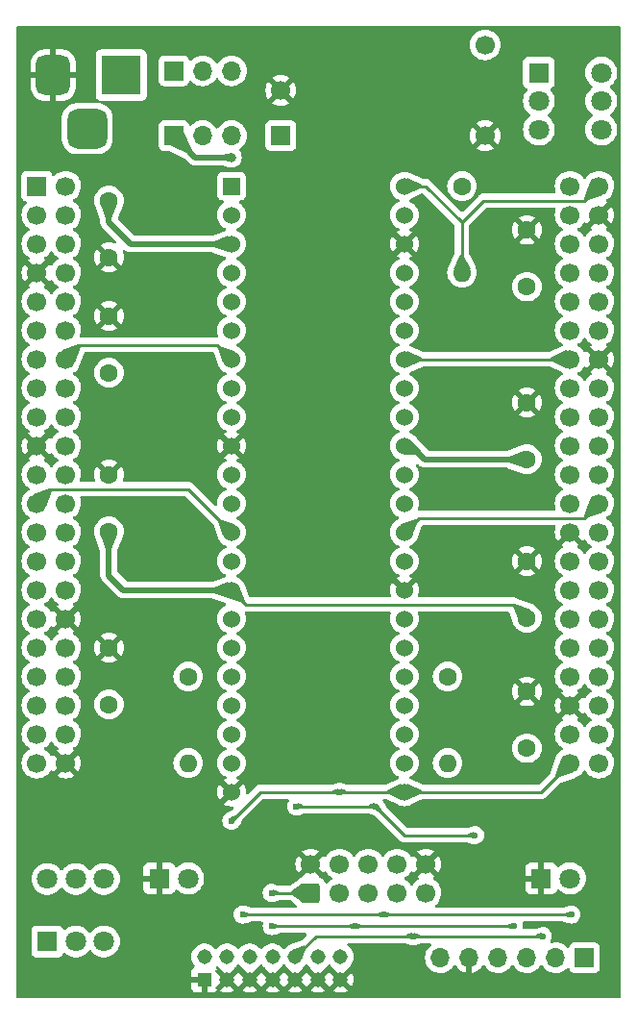
<source format=gbr>
%TF.GenerationSoftware,KiCad,Pcbnew,8.0.7*%
%TF.CreationDate,2025-02-19T22:23:28-06:00*%
%TF.ProjectId,Atmel-ATF15XX-Programming-Adapter,41746d65-6c2d-4415-9446-313558582d50,v1.0*%
%TF.SameCoordinates,Original*%
%TF.FileFunction,Copper,L2,Bot*%
%TF.FilePolarity,Positive*%
%FSLAX46Y46*%
G04 Gerber Fmt 4.6, Leading zero omitted, Abs format (unit mm)*
G04 Created by KiCad (PCBNEW 8.0.7) date 2025-02-19 22:23:28*
%MOMM*%
%LPD*%
G01*
G04 APERTURE LIST*
G04 Aperture macros list*
%AMRoundRect*
0 Rectangle with rounded corners*
0 $1 Rounding radius*
0 $2 $3 $4 $5 $6 $7 $8 $9 X,Y pos of 4 corners*
0 Add a 4 corners polygon primitive as box body*
4,1,4,$2,$3,$4,$5,$6,$7,$8,$9,$2,$3,0*
0 Add four circle primitives for the rounded corners*
1,1,$1+$1,$2,$3*
1,1,$1+$1,$4,$5*
1,1,$1+$1,$6,$7*
1,1,$1+$1,$8,$9*
0 Add four rect primitives between the rounded corners*
20,1,$1+$1,$2,$3,$4,$5,0*
20,1,$1+$1,$4,$5,$6,$7,0*
20,1,$1+$1,$6,$7,$8,$9,0*
20,1,$1+$1,$8,$9,$2,$3,0*%
G04 Aperture macros list end*
%TA.AperFunction,ComponentPad*%
%ADD10C,1.600000*%
%TD*%
%TA.AperFunction,ComponentPad*%
%ADD11O,1.600000X1.600000*%
%TD*%
%TA.AperFunction,ComponentPad*%
%ADD12R,1.700000X1.700000*%
%TD*%
%TA.AperFunction,ComponentPad*%
%ADD13C,1.700000*%
%TD*%
%TA.AperFunction,ComponentPad*%
%ADD14R,1.800000X1.800000*%
%TD*%
%TA.AperFunction,ComponentPad*%
%ADD15C,1.800000*%
%TD*%
%TA.AperFunction,ComponentPad*%
%ADD16RoundRect,0.250000X0.600000X-0.600000X0.600000X0.600000X-0.600000X0.600000X-0.600000X-0.600000X0*%
%TD*%
%TA.AperFunction,ComponentPad*%
%ADD17O,1.700000X1.700000*%
%TD*%
%TA.AperFunction,ComponentPad*%
%ADD18R,1.308000X1.308000*%
%TD*%
%TA.AperFunction,ComponentPad*%
%ADD19C,1.308000*%
%TD*%
%TA.AperFunction,ComponentPad*%
%ADD20R,3.500000X3.500000*%
%TD*%
%TA.AperFunction,ComponentPad*%
%ADD21RoundRect,0.750000X-0.750000X-1.000000X0.750000X-1.000000X0.750000X1.000000X-0.750000X1.000000X0*%
%TD*%
%TA.AperFunction,ComponentPad*%
%ADD22RoundRect,0.875000X-0.875000X-0.875000X0.875000X-0.875000X0.875000X0.875000X-0.875000X0.875000X0*%
%TD*%
%TA.AperFunction,ComponentPad*%
%ADD23R,1.524000X1.524000*%
%TD*%
%TA.AperFunction,ComponentPad*%
%ADD24C,1.524000*%
%TD*%
%TA.AperFunction,ViaPad*%
%ADD25C,0.600000*%
%TD*%
%TA.AperFunction,ViaPad*%
%ADD26C,0.800000*%
%TD*%
%TA.AperFunction,Conductor*%
%ADD27C,0.500000*%
%TD*%
%TA.AperFunction,Conductor*%
%ADD28C,0.250000*%
%TD*%
G04 APERTURE END LIST*
D10*
%TO.P,R1,1*%
%TO.N,VCC*%
X128905000Y-100965000D03*
D11*
%TO.P,R1,2*%
%TO.N,Net-(D1-A)*%
X128905000Y-108585000D03*
%TD*%
D12*
%TO.P,U2,1,INPUT/GCLR*%
%TO.N,unconnected-(U2-INPUT{slash}GCLR-Pad1)*%
X115570000Y-57785000D03*
D13*
%TO.P,U2,2,INPUT/OE2/GCLK2*%
%TO.N,unconnected-(U2-INPUT{slash}OE2{slash}GCLK2-Pad2)*%
X118110000Y-57785000D03*
%TO.P,U2,3,VCCINT*%
%TO.N,VCC*%
X115570000Y-60325000D03*
%TO.P,U2,4,I/O*%
%TO.N,unconnected-(U2-I{slash}O-Pad4)*%
X118110000Y-60325000D03*
%TO.P,U2,5,I/O*%
%TO.N,unconnected-(U2-I{slash}O-Pad5)*%
X115570000Y-62865000D03*
%TO.P,U2,6,I/O*%
%TO.N,unconnected-(U2-I{slash}O-Pad6)*%
X118110000Y-62865000D03*
%TO.P,U2,7,GND*%
%TO.N,GND*%
X115570000Y-65405000D03*
%TO.P,U2,8,I/O*%
%TO.N,unconnected-(U2-I{slash}O-Pad8)*%
X118110000Y-65405000D03*
%TO.P,U2,9,I/O*%
%TO.N,unconnected-(U2-I{slash}O-Pad9)*%
X115570000Y-67945000D03*
%TO.P,U2,10,I/O*%
%TO.N,unconnected-(U2-I{slash}O-Pad10)*%
X118110000Y-67945000D03*
%TO.P,U2,11,I/O*%
%TO.N,unconnected-(U2-I{slash}O-Pad11)*%
X115570000Y-70485000D03*
%TO.P,U2,12,I/O/PD1*%
%TO.N,unconnected-(U2-I{slash}O{slash}PD1-Pad12)*%
X118110000Y-70485000D03*
%TO.P,U2,13,VCCIO*%
%TO.N,VCC*%
X115570000Y-73025000D03*
%TO.P,U2,14,I/O/TDI*%
%TO.N,/TDI*%
X118110000Y-73025000D03*
%TO.P,U2,15,I/O*%
%TO.N,unconnected-(U2-I{slash}O-Pad15)*%
X115570000Y-75565000D03*
%TO.P,U2,16,I/O*%
%TO.N,unconnected-(U2-I{slash}O-Pad16)*%
X118110000Y-75565000D03*
%TO.P,U2,17,I/O*%
%TO.N,unconnected-(U2-I{slash}O-Pad17)*%
X115570000Y-78105000D03*
%TO.P,U2,18,I/O*%
%TO.N,unconnected-(U2-I{slash}O-Pad18)*%
X118110000Y-78105000D03*
%TO.P,U2,19,GND*%
%TO.N,GND*%
X115570000Y-80645000D03*
%TO.P,U2,20,I/O*%
%TO.N,unconnected-(U2-I{slash}O-Pad20)*%
X118110000Y-80645000D03*
%TO.P,U2,21,I/O*%
%TO.N,unconnected-(U2-I{slash}O-Pad21)*%
X115570000Y-83185000D03*
%TO.P,U2,22,I/O*%
%TO.N,unconnected-(U2-I{slash}O-Pad22)*%
X118110000Y-83185000D03*
%TO.P,U2,23,I/O/TMS*%
%TO.N,/TMS*%
X115570000Y-85725000D03*
%TO.P,U2,24,I/O*%
%TO.N,unconnected-(U2-I{slash}O-Pad24)*%
X118110000Y-85725000D03*
%TO.P,U2,25,I/O*%
%TO.N,unconnected-(U2-I{slash}O-Pad25)*%
X115570000Y-88265000D03*
%TO.P,U2,26,VCCIO*%
%TO.N,VCC*%
X118110000Y-88265000D03*
%TO.P,U2,27,I/O*%
%TO.N,unconnected-(U2-I{slash}O-Pad27)*%
X115570000Y-90805000D03*
%TO.P,U2,28,I/O*%
%TO.N,unconnected-(U2-I{slash}O-Pad28)*%
X118110000Y-90805000D03*
%TO.P,U2,29,I/O*%
%TO.N,unconnected-(U2-I{slash}O-Pad29)*%
X115570000Y-93345000D03*
%TO.P,U2,30,I/O*%
%TO.N,unconnected-(U2-I{slash}O-Pad30)*%
X118110000Y-93345000D03*
%TO.P,U2,31,I/O*%
%TO.N,unconnected-(U2-I{slash}O-Pad31)*%
X115570000Y-95885000D03*
%TO.P,U2,32,GND*%
%TO.N,GND*%
X118110000Y-95885000D03*
%TO.P,U2,33,I/O*%
%TO.N,unconnected-(U2-I{slash}O-Pad33)*%
X115570000Y-98425000D03*
%TO.P,U2,34,I/O*%
%TO.N,unconnected-(U2-I{slash}O-Pad34)*%
X118110000Y-98425000D03*
%TO.P,U2,35,I/O*%
%TO.N,unconnected-(U2-I{slash}O-Pad35)*%
X115570000Y-100965000D03*
%TO.P,U2,36,I/O*%
%TO.N,unconnected-(U2-I{slash}O-Pad36)*%
X118110000Y-100965000D03*
%TO.P,U2,37,I/O*%
%TO.N,unconnected-(U2-I{slash}O-Pad37)*%
X115570000Y-103505000D03*
%TO.P,U2,38,VCCIO*%
%TO.N,VCC*%
X118110000Y-103505000D03*
%TO.P,U2,39,I/O*%
%TO.N,unconnected-(U2-I{slash}O-Pad39)*%
X115570000Y-106045000D03*
%TO.P,U2,40,I/O*%
%TO.N,unconnected-(U2-I{slash}O-Pad40)*%
X118110000Y-106045000D03*
%TO.P,U2,41,I/O*%
%TO.N,unconnected-(U2-I{slash}O-Pad41)*%
X115570000Y-108585000D03*
%TO.P,U2,42,GND*%
%TO.N,GND*%
X118110000Y-108585000D03*
%TO.P,U2,43,VCCINT*%
%TO.N,VCC*%
X162560000Y-108585000D03*
%TO.P,U2,44,I/O*%
%TO.N,unconnected-(U2-I{slash}O-Pad44)*%
X165100000Y-108585000D03*
%TO.P,U2,45,I/O/PD2*%
%TO.N,unconnected-(U2-I{slash}O{slash}PD2-Pad45)*%
X162560000Y-106045000D03*
%TO.P,U2,46,I/O*%
%TO.N,unconnected-(U2-I{slash}O-Pad46)*%
X165100000Y-106045000D03*
%TO.P,U2,47,GND*%
%TO.N,GND*%
X162560000Y-103505000D03*
%TO.P,U2,48,I/O*%
%TO.N,unconnected-(U2-I{slash}O-Pad48)*%
X165100000Y-103505000D03*
%TO.P,U2,49,I/O*%
%TO.N,unconnected-(U2-I{slash}O-Pad49)*%
X162560000Y-100965000D03*
%TO.P,U2,50,I/O*%
%TO.N,unconnected-(U2-I{slash}O-Pad50)*%
X165100000Y-100965000D03*
%TO.P,U2,51,I/O*%
%TO.N,unconnected-(U2-I{slash}O-Pad51)*%
X162560000Y-98425000D03*
%TO.P,U2,52,I/O*%
%TO.N,unconnected-(U2-I{slash}O-Pad52)*%
X165100000Y-98425000D03*
%TO.P,U2,53,VCCIO*%
%TO.N,VCC*%
X162560000Y-95885000D03*
%TO.P,U2,54,I/O*%
%TO.N,unconnected-(U2-I{slash}O-Pad54)*%
X165100000Y-95885000D03*
%TO.P,U2,55,I/O*%
%TO.N,unconnected-(U2-I{slash}O-Pad55)*%
X162560000Y-93345000D03*
%TO.P,U2,56,I/O*%
%TO.N,unconnected-(U2-I{slash}O-Pad56)*%
X165100000Y-93345000D03*
%TO.P,U2,57,I/O*%
%TO.N,unconnected-(U2-I{slash}O-Pad57)*%
X162560000Y-90805000D03*
%TO.P,U2,58,I/O*%
%TO.N,unconnected-(U2-I{slash}O-Pad58)*%
X165100000Y-90805000D03*
%TO.P,U2,59,GND*%
%TO.N,GND*%
X162560000Y-88265000D03*
%TO.P,U2,60,I/O*%
%TO.N,unconnected-(U2-I{slash}O-Pad60)*%
X165100000Y-88265000D03*
%TO.P,U2,61,I/O*%
%TO.N,unconnected-(U2-I{slash}O-Pad61)*%
X162560000Y-85725000D03*
%TO.P,U2,62,I/O/TCK*%
%TO.N,/TCK*%
X165100000Y-85725000D03*
%TO.P,U2,63,I/O*%
%TO.N,unconnected-(U2-I{slash}O-Pad63)*%
X162560000Y-83185000D03*
%TO.P,U2,64,I/O*%
%TO.N,unconnected-(U2-I{slash}O-Pad64)*%
X165100000Y-83185000D03*
%TO.P,U2,65,I/O*%
%TO.N,unconnected-(U2-I{slash}O-Pad65)*%
X162560000Y-80645000D03*
%TO.P,U2,66,VCCIO*%
%TO.N,VCC*%
X165100000Y-80645000D03*
%TO.P,U2,67,I/O*%
%TO.N,unconnected-(U2-I{slash}O-Pad67)*%
X162560000Y-78105000D03*
%TO.P,U2,68,I/O*%
%TO.N,unconnected-(U2-I{slash}O-Pad68)*%
X165100000Y-78105000D03*
%TO.P,U2,69,I/O*%
%TO.N,unconnected-(U2-I{slash}O-Pad69)*%
X162560000Y-75565000D03*
%TO.P,U2,70,I/O*%
%TO.N,unconnected-(U2-I{slash}O-Pad70)*%
X165100000Y-75565000D03*
%TO.P,U2,71,I/O/TDO*%
%TO.N,/TDO*%
X162560000Y-73025000D03*
%TO.P,U2,72,GND*%
%TO.N,GND*%
X165100000Y-73025000D03*
%TO.P,U2,73,I/O*%
%TO.N,unconnected-(U2-I{slash}O-Pad73)*%
X162560000Y-70485000D03*
%TO.P,U2,74,I/O*%
%TO.N,unconnected-(U2-I{slash}O-Pad74)*%
X165100000Y-70485000D03*
%TO.P,U2,75,I/O*%
%TO.N,unconnected-(U2-I{slash}O-Pad75)*%
X162560000Y-67945000D03*
%TO.P,U2,76,I/O*%
%TO.N,unconnected-(U2-I{slash}O-Pad76)*%
X165100000Y-67945000D03*
%TO.P,U2,77,I/O*%
%TO.N,unconnected-(U2-I{slash}O-Pad77)*%
X162560000Y-65405000D03*
%TO.P,U2,78,VCCIO*%
%TO.N,VCC*%
X165100000Y-65405000D03*
%TO.P,U2,79,I/O*%
%TO.N,unconnected-(U2-I{slash}O-Pad79)*%
X162560000Y-62865000D03*
%TO.P,U2,80,I/O*%
%TO.N,unconnected-(U2-I{slash}O-Pad80)*%
X165100000Y-62865000D03*
%TO.P,U2,81,I/O/GCLK3*%
%TO.N,unconnected-(U2-I{slash}O{slash}GCLK3-Pad81)*%
X162560000Y-60325000D03*
%TO.P,U2,82,GND*%
%TO.N,GND*%
X165100000Y-60325000D03*
%TO.P,U2,83,INPUT/GCLK1*%
%TO.N,unconnected-(U2-INPUT{slash}GCLK1-Pad83)*%
X162560000Y-57785000D03*
%TO.P,U2,84,INPUT/OE1*%
%TO.N,/OE1*%
X165100000Y-57785000D03*
%TD*%
D14*
%TO.P,D1,1,K*%
%TO.N,GND*%
X126365000Y-118745000D03*
D15*
%TO.P,D1,2,A*%
%TO.N,Net-(D1-A)*%
X128905000Y-118745000D03*
%TD*%
D16*
%TO.P,J4,1,Pin_1*%
%TO.N,/TCK*%
X139700000Y-120015000D03*
D13*
%TO.P,J4,2,Pin_2*%
%TO.N,GND*%
X139700000Y-117475000D03*
%TO.P,J4,3,Pin_3*%
%TO.N,/TDO*%
X142240000Y-120015000D03*
%TO.P,J4,4,Pin_4*%
%TO.N,VCC*%
X142240000Y-117475000D03*
%TO.P,J4,5,Pin_5*%
%TO.N,/TMS*%
X144780000Y-120015000D03*
%TO.P,J4,6,Pin_6*%
%TO.N,unconnected-(J4-Pin_6-Pad6)*%
X144780000Y-117475000D03*
%TO.P,J4,7,Pin_7*%
%TO.N,unconnected-(J4-Pin_7-Pad7)*%
X147320000Y-120015000D03*
%TO.P,J4,8,Pin_8*%
%TO.N,unconnected-(J4-Pin_8-Pad8)*%
X147320000Y-117475000D03*
%TO.P,J4,9,Pin_9*%
%TO.N,/TDI*%
X149860000Y-120015000D03*
%TO.P,J4,10,Pin_10*%
%TO.N,GND*%
X149860000Y-117475000D03*
%TD*%
D10*
%TO.P,C8,1*%
%TO.N,GND*%
X121920000Y-64055000D03*
%TO.P,C8,2*%
%TO.N,VCC*%
X121920000Y-59055000D03*
%TD*%
D14*
%TO.P,D2,1,K*%
%TO.N,GND*%
X160020000Y-118745000D03*
D15*
%TO.P,D2,2,A*%
%TO.N,Net-(D2-A)*%
X162560000Y-118745000D03*
%TD*%
D12*
%TO.P,JP2,1,A*%
%TO.N,+5V*%
X127635000Y-53340000D03*
D17*
%TO.P,JP2,2,C*%
%TO.N,VCC*%
X130175000Y-53340000D03*
%TO.P,JP2,3,B*%
%TO.N,+3.3V*%
X132715000Y-53340000D03*
%TD*%
D10*
%TO.P,C3,1*%
%TO.N,GND*%
X158750000Y-76835000D03*
%TO.P,C3,2*%
%TO.N,VCC*%
X158750000Y-81835000D03*
%TD*%
%TO.P,C4,1*%
%TO.N,GND*%
X158750000Y-61635000D03*
%TO.P,C4,2*%
%TO.N,VCC*%
X158750000Y-66635000D03*
%TD*%
D14*
%TO.P,SW1,1,A*%
%TO.N,unconnected-(SW1A-A-Pad1)*%
X116499000Y-124289000D03*
D15*
%TO.P,SW1,2,B*%
%TO.N,Net-(SW1A-B)*%
X118999000Y-124289000D03*
%TO.P,SW1,3,C*%
%TO.N,Net-(JP1-C)*%
X121499000Y-124289000D03*
%TO.P,SW1,4,A*%
%TO.N,unconnected-(SW1B-A-Pad4)*%
X116499000Y-118789000D03*
%TO.P,SW1,5,B*%
%TO.N,Net-(SW1A-B)*%
X118999000Y-118789000D03*
%TO.P,SW1,6,C*%
%TO.N,Net-(JP1-C)*%
X121499000Y-118789000D03*
%TD*%
D12*
%TO.P,U5,1,In_+*%
%TO.N,VCC*%
X137067000Y-53340000D03*
D13*
%TO.P,U5,2,In_-*%
%TO.N,GND*%
X137067000Y-49340000D03*
%TO.P,U5,3,Out_-*%
X155067000Y-53340000D03*
%TO.P,U5,4,Out_+*%
%TO.N,+12V*%
X155067000Y-45340000D03*
%TD*%
D10*
%TO.P,C6,1*%
%TO.N,GND*%
X121920000Y-83185000D03*
%TO.P,C6,2*%
%TO.N,VCC*%
X121920000Y-88185000D03*
%TD*%
%TO.P,C7,1*%
%TO.N,GND*%
X121920000Y-69215000D03*
%TO.P,C7,2*%
%TO.N,VCC*%
X121920000Y-74215000D03*
%TD*%
%TO.P,C1,1*%
%TO.N,GND*%
X158750000Y-102275000D03*
%TO.P,C1,2*%
%TO.N,VCC*%
X158750000Y-107275000D03*
%TD*%
%TO.P,R3,1*%
%TO.N,Net-(SW2A-C)*%
X151765000Y-100965000D03*
D11*
%TO.P,R3,2*%
%TO.N,Net-(D2-A)*%
X151765000Y-108585000D03*
%TD*%
D10*
%TO.P,C2,1*%
%TO.N,GND*%
X158750000Y-90805000D03*
%TO.P,C2,2*%
%TO.N,VCC*%
X158750000Y-95805000D03*
%TD*%
D12*
%TO.P,J3,1,Pin_1*%
%TO.N,/TMS*%
X163830000Y-125730000D03*
D17*
%TO.P,J3,2,Pin_2*%
%TO.N,/TDI*%
X161290000Y-125730000D03*
%TO.P,J3,3,Pin_3*%
%TO.N,/TDO*%
X158750000Y-125730000D03*
%TO.P,J3,4,Pin_4*%
%TO.N,/TCK*%
X156210000Y-125730000D03*
%TO.P,J3,5,Pin_5*%
%TO.N,GND*%
X153670000Y-125730000D03*
%TO.P,J3,6,Pin_6*%
%TO.N,VCC*%
X151130000Y-125730000D03*
%TD*%
D10*
%TO.P,C5,1*%
%TO.N,GND*%
X121920000Y-98425000D03*
%TO.P,C5,2*%
%TO.N,VCC*%
X121920000Y-103425000D03*
%TD*%
D18*
%TO.P,J1,1,Pin_1*%
%TO.N,GND*%
X130335000Y-127635000D03*
D19*
%TO.P,J1,2,Pin_2*%
%TO.N,VCC*%
X130335000Y-125635000D03*
%TO.P,J1,3,Pin_3*%
%TO.N,GND*%
X132335000Y-127635000D03*
%TO.P,J1,4,Pin_4*%
%TO.N,/TMS*%
X132335000Y-125635000D03*
%TO.P,J1,5,Pin_5*%
%TO.N,GND*%
X134335000Y-127635000D03*
%TO.P,J1,6,Pin_6*%
%TO.N,/TCK*%
X134335000Y-125635000D03*
%TO.P,J1,7,Pin_7*%
%TO.N,GND*%
X136335000Y-127635000D03*
%TO.P,J1,8,Pin_8*%
%TO.N,/TDO*%
X136335000Y-125635000D03*
%TO.P,J1,9,Pin_9*%
%TO.N,GND*%
X138335000Y-127635000D03*
%TO.P,J1,10,Pin_10*%
%TO.N,/TDI*%
X138335000Y-125635000D03*
%TO.P,J1,11,Pin_11*%
%TO.N,GND*%
X140335000Y-127635000D03*
%TO.P,J1,12,Pin_12*%
%TO.N,unconnected-(J1-Pin_12-Pad12)*%
X140335000Y-125635000D03*
%TO.P,J1,13,Pin_13*%
%TO.N,GND*%
X142335000Y-127635000D03*
%TO.P,J1,14,Pin_14*%
%TO.N,unconnected-(J1-Pin_14-Pad14)*%
X142335000Y-125635000D03*
%TD*%
D12*
%TO.P,JP1,1,A*%
%TO.N,Net-(JP1-A)*%
X127635000Y-47625000D03*
D17*
%TO.P,JP1,2,C*%
%TO.N,Net-(JP1-C)*%
X130175000Y-47625000D03*
%TO.P,JP1,3,B*%
%TO.N,VCC*%
X132715000Y-47625000D03*
%TD*%
D14*
%TO.P,SW2,1,A*%
%TO.N,unconnected-(SW2A-A-Pad1)*%
X159810000Y-47792000D03*
D15*
%TO.P,SW2,2,B*%
%TO.N,+12V*%
X159810000Y-50292000D03*
%TO.P,SW2,3,C*%
%TO.N,Net-(SW2A-C)*%
X159810000Y-52792000D03*
%TO.P,SW2,4,A*%
%TO.N,unconnected-(SW2B-A-Pad4)*%
X165310000Y-47792000D03*
%TO.P,SW2,5,B*%
%TO.N,+12V*%
X165310000Y-50292000D03*
%TO.P,SW2,6,C*%
%TO.N,Net-(SW2A-C)*%
X165310000Y-52792000D03*
%TD*%
D10*
%TO.P,R2,1*%
%TO.N,Net-(SW2A-C)*%
X153035000Y-57785000D03*
D11*
%TO.P,R2,2*%
%TO.N,/OE1*%
X153035000Y-65405000D03*
%TD*%
D20*
%TO.P,J2,1*%
%TO.N,Net-(SW1A-B)*%
X123015000Y-48005000D03*
D21*
%TO.P,J2,2*%
%TO.N,GND*%
X117015000Y-48005000D03*
D22*
%TO.P,J2,3*%
%TO.N,N/C*%
X120015000Y-52705000D03*
%TD*%
D23*
%TO.P,U4,1,GCLR/I*%
%TO.N,unconnected-(U4-GCLR{slash}I-Pad1)*%
X132715000Y-57785000D03*
D24*
%TO.P,U4,2,GCLK2/OE2/I*%
%TO.N,unconnected-(U4-GCLK2{slash}OE2{slash}I-Pad2)*%
X132715000Y-60325000D03*
%TO.P,U4,3,VCC*%
%TO.N,VCC*%
X132715000Y-62865000D03*
%TO.P,U4,4,I/O*%
%TO.N,unconnected-(U4-I{slash}O-Pad4)*%
X132715000Y-65405000D03*
%TO.P,U4,5,I/O*%
%TO.N,unconnected-(U4-I{slash}O-Pad5)*%
X132715000Y-67945000D03*
%TO.P,U4,6,I/O*%
%TO.N,unconnected-(U4-I{slash}O-Pad6)*%
X132715000Y-70485000D03*
%TO.P,U4,7,TDI/I/O*%
%TO.N,/TDI*%
X132715000Y-73025000D03*
%TO.P,U4,8,I/O*%
%TO.N,unconnected-(U4-I{slash}O-Pad8)*%
X132715000Y-75565000D03*
%TO.P,U4,9,I/O*%
%TO.N,unconnected-(U4-I{slash}O-Pad9)*%
X132715000Y-78105000D03*
%TO.P,U4,10,GND*%
%TO.N,GND*%
X132715000Y-80645000D03*
%TO.P,U4,11,PD1/I/O*%
%TO.N,unconnected-(U4-PD1{slash}I{slash}O-Pad11)*%
X132715000Y-83185000D03*
%TO.P,U4,12,I/O*%
%TO.N,unconnected-(U4-I{slash}O-Pad12)*%
X132715000Y-85725000D03*
%TO.P,U4,13,I/O/TMS*%
%TO.N,/TMS*%
X132715000Y-88265000D03*
%TO.P,U4,14,I/O*%
%TO.N,unconnected-(U4-I{slash}O-Pad14)*%
X132715000Y-90805000D03*
%TO.P,U4,15,VCC*%
%TO.N,VCC*%
X132715000Y-93345000D03*
%TO.P,U4,16,I/O*%
%TO.N,unconnected-(U4-I{slash}O-Pad16)*%
X132715000Y-95885000D03*
%TO.P,U4,17,I/O*%
%TO.N,unconnected-(U4-I{slash}O-Pad17)*%
X132715000Y-98425000D03*
%TO.P,U4,18,I/O*%
%TO.N,unconnected-(U4-I{slash}O-Pad18)*%
X132715000Y-100965000D03*
%TO.P,U4,19,I/O*%
%TO.N,unconnected-(U4-I{slash}O-Pad19)*%
X132715000Y-103505000D03*
%TO.P,U4,20,I/O*%
%TO.N,unconnected-(U4-I{slash}O-Pad20)*%
X132715000Y-106045000D03*
%TO.P,U4,21,I/O*%
%TO.N,unconnected-(U4-I{slash}O-Pad21)*%
X132715000Y-108585000D03*
%TO.P,U4,22,GND*%
%TO.N,GND*%
X132715000Y-111125000D03*
%TO.P,U4,23,VCC*%
%TO.N,VCC*%
X147955000Y-111125000D03*
%TO.P,U4,24,I/O*%
%TO.N,unconnected-(U4-I{slash}O-Pad24)*%
X147955000Y-108585000D03*
%TO.P,U4,25,PD2/I/O*%
%TO.N,unconnected-(U4-PD2{slash}I{slash}O-Pad25)*%
X147955000Y-106045000D03*
%TO.P,U4,26,I/O*%
%TO.N,unconnected-(U4-I{slash}O-Pad26)*%
X147955000Y-103505000D03*
%TO.P,U4,27,I/O*%
%TO.N,unconnected-(U4-I{slash}O-Pad27)*%
X147955000Y-100965000D03*
%TO.P,U4,28,I/O*%
%TO.N,unconnected-(U4-I{slash}O-Pad28)*%
X147955000Y-98425000D03*
%TO.P,U4,29,I/O*%
%TO.N,unconnected-(U4-I{slash}O-Pad29)*%
X147955000Y-95885000D03*
%TO.P,U4,30,GND*%
%TO.N,GND*%
X147955000Y-93345000D03*
%TO.P,U4,31,I/O*%
%TO.N,unconnected-(U4-I{slash}O-Pad31)*%
X147955000Y-90805000D03*
%TO.P,U4,32,I/O/TCK*%
%TO.N,/TCK*%
X147955000Y-88265000D03*
%TO.P,U4,33,I/O*%
%TO.N,unconnected-(U4-I{slash}O-Pad33)*%
X147955000Y-85725000D03*
%TO.P,U4,34,I/O*%
%TO.N,unconnected-(U4-I{slash}O-Pad34)*%
X147955000Y-83185000D03*
%TO.P,U4,35,VCC*%
%TO.N,VCC*%
X147955000Y-80645000D03*
%TO.P,U4,36,I/O*%
%TO.N,unconnected-(U4-I{slash}O-Pad36)*%
X147955000Y-78105000D03*
%TO.P,U4,37,I/O*%
%TO.N,unconnected-(U4-I{slash}O-Pad37)*%
X147955000Y-75565000D03*
%TO.P,U4,38,I/O/TDO*%
%TO.N,/TDO*%
X147955000Y-73025000D03*
%TO.P,U4,39,I/O*%
%TO.N,unconnected-(U4-I{slash}O-Pad39)*%
X147955000Y-70485000D03*
%TO.P,U4,40,I/O*%
%TO.N,unconnected-(U4-I{slash}O-Pad40)*%
X147955000Y-67945000D03*
%TO.P,U4,41,GCLK3/I/O*%
%TO.N,unconnected-(U4-GCLK3{slash}I{slash}O-Pad41)*%
X147955000Y-65405000D03*
%TO.P,U4,42,GND*%
%TO.N,GND*%
X147955000Y-62865000D03*
%TO.P,U4,43,GCLK1/I*%
%TO.N,unconnected-(U4-GCLK1{slash}I-Pad43)*%
X147955000Y-60325000D03*
%TO.P,U4,44,OE1/I*%
%TO.N,/OE1*%
X147955000Y-57785000D03*
%TD*%
D25*
%TO.N,GND*%
X137795000Y-63500000D03*
X137541000Y-80010000D03*
X138811000Y-80010000D03*
X143129000Y-63500000D03*
X138811000Y-78486000D03*
X143129000Y-78486000D03*
X137795000Y-62230000D03*
D26*
X142875000Y-73025000D03*
X142875000Y-89789000D03*
D25*
X137541000Y-78486000D03*
D26*
X154559000Y-75184000D03*
D25*
X141859000Y-62230000D03*
D26*
X154559000Y-79502000D03*
D25*
X138811000Y-63500000D03*
X141859000Y-63500000D03*
X143129000Y-62230000D03*
D26*
X137160000Y-67310000D03*
X139319000Y-89789000D03*
D25*
X141859000Y-78486000D03*
X141859000Y-80010000D03*
X143129000Y-80010000D03*
D26*
X137160000Y-83820000D03*
D25*
X138811000Y-62230000D03*
D26*
X139319000Y-73025000D03*
%TO.N,+5V*%
X132715000Y-55245000D03*
D25*
%TO.N,VCC*%
X132715000Y-113665000D03*
X142240000Y-111125000D03*
%TO.N,/TMS*%
X162687000Y-121920000D03*
X133710000Y-121920000D03*
X146177000Y-121920000D03*
%TO.N,/TCK*%
X145415000Y-112395000D03*
X136271000Y-120015000D03*
X154178000Y-114935000D03*
X138430000Y-112395000D03*
%TO.N,/TDI*%
X148717000Y-123825000D03*
X160147000Y-123825000D03*
%TO.N,/TDO*%
X143637000Y-122936000D03*
X136271000Y-122936000D03*
X157607000Y-122936000D03*
%TD*%
D27*
%TO.N,+5V*%
X132715000Y-55245000D02*
X129540000Y-55245000D01*
X129540000Y-55245000D02*
X127635000Y-53340000D01*
%TO.N,VCC*%
X121920000Y-60960000D02*
X123825000Y-62865000D01*
X147955000Y-80645000D02*
X148590000Y-80645000D01*
X123190000Y-93345000D02*
X132715000Y-93345000D01*
X148590000Y-80645000D02*
X149780000Y-81835000D01*
X149780000Y-81835000D02*
X158750000Y-81835000D01*
D28*
X160020000Y-111125000D02*
X162560000Y-108585000D01*
X158750000Y-95805000D02*
X157560000Y-94615000D01*
X147955000Y-111125000D02*
X160020000Y-111125000D01*
X135255000Y-111125000D02*
X142240000Y-111125000D01*
D27*
X121920000Y-59055000D02*
X121920000Y-60960000D01*
D28*
X133985000Y-94615000D02*
X132715000Y-93345000D01*
X147955000Y-111125000D02*
X142240000Y-111125000D01*
D27*
X121920000Y-92075000D02*
X123190000Y-93345000D01*
D28*
X132715000Y-113665000D02*
X135255000Y-111125000D01*
D27*
X123825000Y-62865000D02*
X132715000Y-62865000D01*
X121920000Y-88185000D02*
X121920000Y-92075000D01*
D28*
X157560000Y-94615000D02*
X133985000Y-94615000D01*
%TO.N,/TMS*%
X146177000Y-121920000D02*
X133710000Y-121920000D01*
X146177000Y-121920000D02*
X162687000Y-121920000D01*
X115570000Y-85725000D02*
X116840000Y-84455000D01*
X116840000Y-84455000D02*
X128905000Y-84455000D01*
X128905000Y-84455000D02*
X132715000Y-88265000D01*
%TO.N,/TCK*%
X154178000Y-114935000D02*
X147955000Y-114935000D01*
X147955000Y-88265000D02*
X149225000Y-86995000D01*
X163830000Y-86995000D02*
X165100000Y-85725000D01*
X149225000Y-86995000D02*
X163830000Y-86995000D01*
X147955000Y-114935000D02*
X145415000Y-112395000D01*
X136271000Y-120015000D02*
X139700000Y-120015000D01*
X138430000Y-112395000D02*
X145415000Y-112395000D01*
%TO.N,/TDI*%
X148717000Y-123825000D02*
X160147000Y-123825000D01*
X118110000Y-73025000D02*
X119380000Y-71755000D01*
X148717000Y-123825000D02*
X140145000Y-123825000D01*
X140145000Y-123825000D02*
X138335000Y-125635000D01*
X119380000Y-71755000D02*
X131445000Y-71755000D01*
X131445000Y-71755000D02*
X132715000Y-73025000D01*
%TO.N,/TDO*%
X136271000Y-122936000D02*
X143637000Y-122936000D01*
X147955000Y-73025000D02*
X162560000Y-73025000D01*
X157607000Y-122936000D02*
X143637000Y-122936000D01*
%TO.N,/OE1*%
X153035000Y-60960000D02*
X153035000Y-65405000D01*
X154940000Y-59055000D02*
X163830000Y-59055000D01*
X153035000Y-60960000D02*
X154940000Y-59055000D01*
X163830000Y-59055000D02*
X165100000Y-57785000D01*
X147955000Y-57785000D02*
X149860000Y-57785000D01*
X149860000Y-57785000D02*
X153035000Y-60960000D01*
%TD*%
%TA.AperFunction,Conductor*%
%TO.N,GND*%
G36*
X131530593Y-126464697D02*
G01*
X131539822Y-126472328D01*
X131636275Y-126560256D01*
X131653792Y-126571102D01*
X131700428Y-126623130D01*
X131705166Y-126651612D01*
X132288554Y-127235000D01*
X132282339Y-127235000D01*
X132180606Y-127262259D01*
X132089394Y-127314920D01*
X132014920Y-127389394D01*
X131962259Y-127480606D01*
X131935000Y-127582339D01*
X131935000Y-127588554D01*
X131337978Y-126991532D01*
X131304493Y-126930209D01*
X131309477Y-126860517D01*
X131337978Y-126816169D01*
X131425025Y-126729121D01*
X131357018Y-126638276D01*
X131332600Y-126572812D01*
X131347451Y-126504539D01*
X131396856Y-126455133D01*
X131465129Y-126440281D01*
X131530593Y-126464697D01*
G37*
%TD.AperFunction*%
%TA.AperFunction,Conductor*%
G36*
X133423049Y-126344992D02*
G01*
X133433954Y-126357577D01*
X133478160Y-126416116D01*
X133636275Y-126560256D01*
X133653792Y-126571102D01*
X133700428Y-126623130D01*
X133705166Y-126651612D01*
X134288554Y-127235000D01*
X134282339Y-127235000D01*
X134180606Y-127262259D01*
X134089394Y-127314920D01*
X134014920Y-127389394D01*
X133962259Y-127480606D01*
X133935000Y-127582339D01*
X133935000Y-127588553D01*
X133358980Y-127012533D01*
X133343590Y-127013602D01*
X133326416Y-127013602D01*
X133311019Y-127012533D01*
X132735000Y-127588552D01*
X132735000Y-127582339D01*
X132707741Y-127480606D01*
X132655080Y-127389394D01*
X132580606Y-127314920D01*
X132489394Y-127262259D01*
X132387661Y-127235000D01*
X132381447Y-127235000D01*
X132965087Y-126651357D01*
X132970137Y-126621959D01*
X133016203Y-126571105D01*
X133033722Y-126560258D01*
X133149039Y-126455133D01*
X133191839Y-126416116D01*
X133192376Y-126415406D01*
X133236046Y-126357576D01*
X133292155Y-126315941D01*
X133361867Y-126311250D01*
X133423049Y-126344992D01*
G37*
%TD.AperFunction*%
%TA.AperFunction,Conductor*%
G36*
X135423049Y-126344992D02*
G01*
X135433954Y-126357577D01*
X135478160Y-126416116D01*
X135636275Y-126560256D01*
X135653792Y-126571102D01*
X135700428Y-126623130D01*
X135705166Y-126651612D01*
X136288554Y-127235000D01*
X136282339Y-127235000D01*
X136180606Y-127262259D01*
X136089394Y-127314920D01*
X136014920Y-127389394D01*
X135962259Y-127480606D01*
X135935000Y-127582339D01*
X135935000Y-127588553D01*
X135358980Y-127012533D01*
X135343590Y-127013602D01*
X135326416Y-127013602D01*
X135311019Y-127012533D01*
X134735000Y-127588552D01*
X134735000Y-127582339D01*
X134707741Y-127480606D01*
X134655080Y-127389394D01*
X134580606Y-127314920D01*
X134489394Y-127262259D01*
X134387661Y-127235000D01*
X134381447Y-127235000D01*
X134965087Y-126651357D01*
X134970137Y-126621959D01*
X135016203Y-126571105D01*
X135033722Y-126560258D01*
X135149039Y-126455133D01*
X135191839Y-126416116D01*
X135192376Y-126415406D01*
X135236046Y-126357576D01*
X135292155Y-126315941D01*
X135361867Y-126311250D01*
X135423049Y-126344992D01*
G37*
%TD.AperFunction*%
%TA.AperFunction,Conductor*%
G36*
X137423049Y-126344992D02*
G01*
X137433954Y-126357577D01*
X137478160Y-126416116D01*
X137636275Y-126560256D01*
X137653792Y-126571102D01*
X137700428Y-126623130D01*
X137705166Y-126651612D01*
X138288554Y-127235000D01*
X138282339Y-127235000D01*
X138180606Y-127262259D01*
X138089394Y-127314920D01*
X138014920Y-127389394D01*
X137962259Y-127480606D01*
X137935000Y-127582339D01*
X137935000Y-127588553D01*
X137358980Y-127012533D01*
X137343590Y-127013602D01*
X137326416Y-127013602D01*
X137311019Y-127012533D01*
X136735000Y-127588552D01*
X136735000Y-127582339D01*
X136707741Y-127480606D01*
X136655080Y-127389394D01*
X136580606Y-127314920D01*
X136489394Y-127262259D01*
X136387661Y-127235000D01*
X136381447Y-127235000D01*
X136965087Y-126651357D01*
X136970137Y-126621959D01*
X137016203Y-126571105D01*
X137033722Y-126560258D01*
X137149039Y-126455133D01*
X137191839Y-126416116D01*
X137192376Y-126415406D01*
X137236046Y-126357576D01*
X137292155Y-126315941D01*
X137361867Y-126311250D01*
X137423049Y-126344992D01*
G37*
%TD.AperFunction*%
%TA.AperFunction,Conductor*%
G36*
X139423049Y-126344992D02*
G01*
X139433954Y-126357577D01*
X139478160Y-126416116D01*
X139636275Y-126560256D01*
X139653792Y-126571102D01*
X139700428Y-126623130D01*
X139705166Y-126651612D01*
X140288554Y-127235000D01*
X140282339Y-127235000D01*
X140180606Y-127262259D01*
X140089394Y-127314920D01*
X140014920Y-127389394D01*
X139962259Y-127480606D01*
X139935000Y-127582339D01*
X139935000Y-127588553D01*
X139358980Y-127012533D01*
X139343590Y-127013602D01*
X139326416Y-127013602D01*
X139311019Y-127012533D01*
X138735000Y-127588552D01*
X138735000Y-127582339D01*
X138707741Y-127480606D01*
X138655080Y-127389394D01*
X138580606Y-127314920D01*
X138489394Y-127262259D01*
X138387661Y-127235000D01*
X138381447Y-127235000D01*
X138965087Y-126651357D01*
X138970137Y-126621959D01*
X139016203Y-126571105D01*
X139033722Y-126560258D01*
X139149039Y-126455133D01*
X139191839Y-126416116D01*
X139192376Y-126415406D01*
X139236046Y-126357576D01*
X139292155Y-126315941D01*
X139361867Y-126311250D01*
X139423049Y-126344992D01*
G37*
%TD.AperFunction*%
%TA.AperFunction,Conductor*%
G36*
X141423049Y-126344992D02*
G01*
X141433954Y-126357577D01*
X141478160Y-126416116D01*
X141636275Y-126560256D01*
X141653792Y-126571102D01*
X141700428Y-126623130D01*
X141705166Y-126651612D01*
X142288554Y-127235000D01*
X142282339Y-127235000D01*
X142180606Y-127262259D01*
X142089394Y-127314920D01*
X142014920Y-127389394D01*
X141962259Y-127480606D01*
X141935000Y-127582339D01*
X141935000Y-127588553D01*
X141358980Y-127012533D01*
X141343590Y-127013602D01*
X141326416Y-127013602D01*
X141311019Y-127012533D01*
X140735000Y-127588552D01*
X140735000Y-127582339D01*
X140707741Y-127480606D01*
X140655080Y-127389394D01*
X140580606Y-127314920D01*
X140489394Y-127262259D01*
X140387661Y-127235000D01*
X140381447Y-127235000D01*
X140965087Y-126651357D01*
X140970137Y-126621959D01*
X141016203Y-126571105D01*
X141033722Y-126560258D01*
X141149039Y-126455133D01*
X141191839Y-126416116D01*
X141192376Y-126415406D01*
X141236046Y-126357576D01*
X141292155Y-126315941D01*
X141361867Y-126311250D01*
X141423049Y-126344992D01*
G37*
%TD.AperFunction*%
%TA.AperFunction,Conductor*%
G36*
X149394075Y-117667993D02*
G01*
X149459901Y-117782007D01*
X149552993Y-117875099D01*
X149667007Y-117940925D01*
X149730591Y-117957962D01*
X149098627Y-118589925D01*
X149174595Y-118643119D01*
X149218219Y-118697696D01*
X149225412Y-118767195D01*
X149193890Y-118829549D01*
X149174595Y-118846269D01*
X148988594Y-118976508D01*
X148821505Y-119143597D01*
X148691575Y-119329158D01*
X148636998Y-119372783D01*
X148567500Y-119379977D01*
X148505145Y-119348454D01*
X148488425Y-119329158D01*
X148358494Y-119143597D01*
X148191402Y-118976506D01*
X148191396Y-118976501D01*
X148005842Y-118846575D01*
X147962217Y-118791998D01*
X147955023Y-118722500D01*
X147986546Y-118660145D01*
X148005842Y-118643425D01*
X148065121Y-118601917D01*
X148191401Y-118513495D01*
X148358495Y-118346401D01*
X148488730Y-118160405D01*
X148543307Y-118116781D01*
X148612805Y-118109587D01*
X148675160Y-118141110D01*
X148691879Y-118160405D01*
X148745072Y-118236372D01*
X148745073Y-118236372D01*
X149377037Y-117604408D01*
X149394075Y-117667993D01*
G37*
%TD.AperFunction*%
%TA.AperFunction,Conductor*%
G36*
X140814925Y-118236371D02*
G01*
X140868120Y-118160404D01*
X140922697Y-118116780D01*
X140992196Y-118109588D01*
X141054550Y-118141111D01*
X141071268Y-118160404D01*
X141201505Y-118346401D01*
X141201506Y-118346402D01*
X141368597Y-118513493D01*
X141368603Y-118513498D01*
X141554158Y-118643425D01*
X141597783Y-118698002D01*
X141604977Y-118767500D01*
X141573454Y-118829855D01*
X141554158Y-118846575D01*
X141368597Y-118976505D01*
X141201503Y-119143599D01*
X141200349Y-119144975D01*
X141199688Y-119145414D01*
X141197676Y-119147427D01*
X141197271Y-119147022D01*
X141142173Y-119183671D01*
X141072312Y-119184772D01*
X141012946Y-119147928D01*
X140987663Y-119104265D01*
X140984814Y-119095666D01*
X140892712Y-118946344D01*
X140768656Y-118822288D01*
X140643361Y-118745006D01*
X140619336Y-118730187D01*
X140619331Y-118730185D01*
X140596139Y-118722500D01*
X140546964Y-118706205D01*
X140489521Y-118666433D01*
X140462698Y-118601917D01*
X140462584Y-118591138D01*
X139829408Y-117957962D01*
X139892993Y-117940925D01*
X140007007Y-117875099D01*
X140100099Y-117782007D01*
X140165925Y-117667993D01*
X140182962Y-117604408D01*
X140814925Y-118236371D01*
G37*
%TD.AperFunction*%
%TA.AperFunction,Conductor*%
G36*
X146734918Y-95260185D02*
G01*
X146780673Y-95312989D01*
X146790617Y-95382147D01*
X146780262Y-95416902D01*
X146778111Y-95421516D01*
X146764105Y-95451552D01*
X146764104Y-95451554D01*
X146706930Y-95664929D01*
X146706929Y-95664937D01*
X146687677Y-95884997D01*
X146687677Y-95885002D01*
X146706929Y-96105062D01*
X146706930Y-96105070D01*
X146764104Y-96318445D01*
X146764105Y-96318447D01*
X146764106Y-96318450D01*
X146782097Y-96357032D01*
X146857466Y-96518662D01*
X146857468Y-96518666D01*
X146984170Y-96699615D01*
X146984175Y-96699621D01*
X147140378Y-96855824D01*
X147140384Y-96855829D01*
X147321333Y-96982531D01*
X147321335Y-96982532D01*
X147321338Y-96982534D01*
X147426857Y-97031738D01*
X147450189Y-97042618D01*
X147502628Y-97088790D01*
X147521780Y-97155984D01*
X147501564Y-97222865D01*
X147450189Y-97267382D01*
X147321340Y-97327465D01*
X147321338Y-97327466D01*
X147140377Y-97454175D01*
X146984175Y-97610377D01*
X146857466Y-97791338D01*
X146857465Y-97791340D01*
X146764107Y-97991548D01*
X146764104Y-97991554D01*
X146706930Y-98204929D01*
X146706929Y-98204937D01*
X146687677Y-98424997D01*
X146687677Y-98425002D01*
X146706929Y-98645062D01*
X146706930Y-98645070D01*
X146764104Y-98858445D01*
X146764105Y-98858447D01*
X146764106Y-98858450D01*
X146778195Y-98888664D01*
X146857466Y-99058662D01*
X146857468Y-99058666D01*
X146984170Y-99239615D01*
X146984175Y-99239621D01*
X147140378Y-99395824D01*
X147140384Y-99395829D01*
X147321333Y-99522531D01*
X147321335Y-99522532D01*
X147321338Y-99522534D01*
X147391245Y-99555132D01*
X147450189Y-99582618D01*
X147502628Y-99628790D01*
X147521780Y-99695984D01*
X147501564Y-99762865D01*
X147450189Y-99807382D01*
X147321340Y-99867465D01*
X147321338Y-99867466D01*
X147140377Y-99994175D01*
X146984175Y-100150377D01*
X146857466Y-100331338D01*
X146857465Y-100331340D01*
X146764107Y-100531548D01*
X146764104Y-100531554D01*
X146706930Y-100744929D01*
X146706929Y-100744937D01*
X146687677Y-100964997D01*
X146687677Y-100965002D01*
X146706929Y-101185062D01*
X146706930Y-101185070D01*
X146764104Y-101398445D01*
X146764105Y-101398447D01*
X146764106Y-101398450D01*
X146778195Y-101428664D01*
X146857466Y-101598662D01*
X146857468Y-101598666D01*
X146984170Y-101779615D01*
X146984175Y-101779621D01*
X147140378Y-101935824D01*
X147140384Y-101935829D01*
X147321333Y-102062531D01*
X147321335Y-102062532D01*
X147321338Y-102062534D01*
X147392178Y-102095567D01*
X147450189Y-102122618D01*
X147502628Y-102168790D01*
X147521780Y-102235984D01*
X147501564Y-102302865D01*
X147450189Y-102347382D01*
X147321340Y-102407465D01*
X147321338Y-102407466D01*
X147140377Y-102534175D01*
X146984175Y-102690377D01*
X146857466Y-102871338D01*
X146857465Y-102871340D01*
X146764107Y-103071548D01*
X146764104Y-103071554D01*
X146706930Y-103284929D01*
X146706929Y-103284937D01*
X146687677Y-103504997D01*
X146687677Y-103505002D01*
X146706929Y-103725062D01*
X146706930Y-103725070D01*
X146764104Y-103938445D01*
X146764105Y-103938447D01*
X146764106Y-103938450D01*
X146782097Y-103977032D01*
X146857466Y-104138662D01*
X146857468Y-104138666D01*
X146984170Y-104319615D01*
X146984175Y-104319621D01*
X147140378Y-104475824D01*
X147140384Y-104475829D01*
X147321333Y-104602531D01*
X147321335Y-104602532D01*
X147321338Y-104602534D01*
X147426857Y-104651738D01*
X147450189Y-104662618D01*
X147502628Y-104708790D01*
X147521780Y-104775984D01*
X147501564Y-104842865D01*
X147450189Y-104887382D01*
X147321340Y-104947465D01*
X147321338Y-104947466D01*
X147140377Y-105074175D01*
X146984175Y-105230377D01*
X146857466Y-105411338D01*
X146857465Y-105411340D01*
X146764107Y-105611548D01*
X146764104Y-105611554D01*
X146706930Y-105824929D01*
X146706929Y-105824937D01*
X146687677Y-106044997D01*
X146687677Y-106045002D01*
X146706929Y-106265062D01*
X146706930Y-106265070D01*
X146764104Y-106478445D01*
X146764105Y-106478447D01*
X146764106Y-106478450D01*
X146778195Y-106508664D01*
X146857466Y-106678662D01*
X146857468Y-106678666D01*
X146984170Y-106859615D01*
X146984175Y-106859621D01*
X147140378Y-107015824D01*
X147140384Y-107015829D01*
X147321333Y-107142531D01*
X147321335Y-107142532D01*
X147321338Y-107142534D01*
X147440748Y-107198215D01*
X147450189Y-107202618D01*
X147502628Y-107248790D01*
X147521780Y-107315984D01*
X147501564Y-107382865D01*
X147450189Y-107427382D01*
X147321340Y-107487465D01*
X147321338Y-107487466D01*
X147140377Y-107614175D01*
X146984175Y-107770377D01*
X146857466Y-107951338D01*
X146857465Y-107951340D01*
X146764107Y-108151548D01*
X146764104Y-108151554D01*
X146706930Y-108364929D01*
X146706929Y-108364937D01*
X146687677Y-108584997D01*
X146687677Y-108585002D01*
X146706929Y-108805062D01*
X146706930Y-108805070D01*
X146764104Y-109018445D01*
X146764105Y-109018447D01*
X146764106Y-109018450D01*
X146782097Y-109057032D01*
X146857466Y-109218662D01*
X146857468Y-109218666D01*
X146984170Y-109399615D01*
X146984175Y-109399621D01*
X147140378Y-109555824D01*
X147140384Y-109555829D01*
X147321333Y-109682531D01*
X147321335Y-109682532D01*
X147321338Y-109682534D01*
X147445551Y-109740455D01*
X147497990Y-109786627D01*
X147517142Y-109853821D01*
X147496926Y-109920702D01*
X147443761Y-109966036D01*
X147437754Y-109968535D01*
X147437382Y-109968678D01*
X146332577Y-110487731D01*
X146279849Y-110499500D01*
X142952337Y-110499500D01*
X142915231Y-110493818D01*
X142516254Y-110368693D01*
X142486465Y-110360342D01*
X142481192Y-110359347D01*
X142481298Y-110358783D01*
X142461314Y-110354348D01*
X142419254Y-110339631D01*
X142240004Y-110319435D01*
X142239996Y-110319435D01*
X142060746Y-110339631D01*
X142060742Y-110339632D01*
X142000084Y-110360856D01*
X141979028Y-110366207D01*
X141963754Y-110368689D01*
X141963748Y-110368691D01*
X141564764Y-110493818D01*
X141527658Y-110499500D01*
X135193389Y-110499500D01*
X135115005Y-110515092D01*
X135072548Y-110523537D01*
X135072547Y-110523537D01*
X134958716Y-110570687D01*
X134863043Y-110634615D01*
X134863041Y-110634616D01*
X134856268Y-110639140D01*
X134185466Y-111309942D01*
X134124143Y-111343427D01*
X134054451Y-111338443D01*
X133998518Y-111296571D01*
X133974101Y-111231107D01*
X133974257Y-111211453D01*
X133981821Y-111125000D01*
X133981821Y-111124999D01*
X133962575Y-110905023D01*
X133962573Y-110905013D01*
X133905424Y-110691729D01*
X133905420Y-110691720D01*
X133812096Y-110491586D01*
X133766741Y-110426811D01*
X133766740Y-110426810D01*
X133096000Y-111097553D01*
X133096000Y-111074840D01*
X133070036Y-110977939D01*
X133019876Y-110891060D01*
X132948940Y-110820124D01*
X132862061Y-110769964D01*
X132765160Y-110744000D01*
X132742447Y-110744000D01*
X133413188Y-110073258D01*
X133348411Y-110027901D01*
X133348405Y-110027898D01*
X133219219Y-109967658D01*
X133166779Y-109921486D01*
X133147627Y-109854293D01*
X133167843Y-109787411D01*
X133219219Y-109742894D01*
X133224737Y-109740321D01*
X133348662Y-109682534D01*
X133529620Y-109555826D01*
X133685826Y-109399620D01*
X133812534Y-109218662D01*
X133905894Y-109018450D01*
X133963070Y-108805068D01*
X133982323Y-108585000D01*
X133980191Y-108560635D01*
X133966625Y-108405567D01*
X133963070Y-108364932D01*
X133905894Y-108151550D01*
X133812534Y-107951339D01*
X133685826Y-107770380D01*
X133529620Y-107614174D01*
X133529616Y-107614171D01*
X133529615Y-107614170D01*
X133348666Y-107487468D01*
X133348658Y-107487464D01*
X133219811Y-107427382D01*
X133167371Y-107381210D01*
X133148219Y-107314017D01*
X133168435Y-107247135D01*
X133219811Y-107202618D01*
X133225802Y-107199824D01*
X133348662Y-107142534D01*
X133529620Y-107015826D01*
X133685826Y-106859620D01*
X133812534Y-106678662D01*
X133905894Y-106478450D01*
X133963070Y-106265068D01*
X133982323Y-106045000D01*
X133963070Y-105824932D01*
X133905894Y-105611550D01*
X133812534Y-105411339D01*
X133685826Y-105230380D01*
X133529620Y-105074174D01*
X133529616Y-105074171D01*
X133529615Y-105074170D01*
X133348666Y-104947468D01*
X133348658Y-104947464D01*
X133219811Y-104887382D01*
X133167371Y-104841210D01*
X133148219Y-104774017D01*
X133168435Y-104707135D01*
X133219811Y-104662618D01*
X133243143Y-104651738D01*
X133348662Y-104602534D01*
X133529620Y-104475826D01*
X133685826Y-104319620D01*
X133812534Y-104138662D01*
X133905894Y-103938450D01*
X133963070Y-103725068D01*
X133982323Y-103505000D01*
X133963070Y-103284932D01*
X133905894Y-103071550D01*
X133812534Y-102871339D01*
X133685826Y-102690380D01*
X133529620Y-102534174D01*
X133529616Y-102534171D01*
X133529615Y-102534170D01*
X133348666Y-102407468D01*
X133348658Y-102407464D01*
X133219811Y-102347382D01*
X133167371Y-102301210D01*
X133148219Y-102234017D01*
X133168435Y-102167135D01*
X133219811Y-102122618D01*
X133226429Y-102119532D01*
X133348662Y-102062534D01*
X133529620Y-101935826D01*
X133685826Y-101779620D01*
X133812534Y-101598662D01*
X133905894Y-101398450D01*
X133963070Y-101185068D01*
X133982323Y-100965000D01*
X133963070Y-100744932D01*
X133905894Y-100531550D01*
X133812534Y-100331339D01*
X133685826Y-100150380D01*
X133529620Y-99994174D01*
X133529616Y-99994171D01*
X133529615Y-99994170D01*
X133348666Y-99867468D01*
X133348658Y-99867464D01*
X133219811Y-99807382D01*
X133167371Y-99761210D01*
X133148219Y-99694017D01*
X133168435Y-99627135D01*
X133219811Y-99582618D01*
X133278746Y-99555136D01*
X133348662Y-99522534D01*
X133529620Y-99395826D01*
X133685826Y-99239620D01*
X133812534Y-99058662D01*
X133905894Y-98858450D01*
X133963070Y-98645068D01*
X133982323Y-98425000D01*
X133963070Y-98204932D01*
X133905894Y-97991550D01*
X133812534Y-97791339D01*
X133685826Y-97610380D01*
X133529620Y-97454174D01*
X133529616Y-97454171D01*
X133529615Y-97454170D01*
X133348666Y-97327468D01*
X133348658Y-97327464D01*
X133219811Y-97267382D01*
X133167371Y-97221210D01*
X133148219Y-97154017D01*
X133168435Y-97087135D01*
X133219811Y-97042618D01*
X133243143Y-97031738D01*
X133348662Y-96982534D01*
X133529620Y-96855826D01*
X133685826Y-96699620D01*
X133812534Y-96518662D01*
X133905894Y-96318450D01*
X133963070Y-96105068D01*
X133982323Y-95885000D01*
X133963070Y-95664932D01*
X133905894Y-95451550D01*
X133889737Y-95416903D01*
X133879247Y-95347826D01*
X133907767Y-95284042D01*
X133966244Y-95245803D01*
X134002121Y-95240500D01*
X146667879Y-95240500D01*
X146734918Y-95260185D01*
G37*
%TD.AperFunction*%
%TA.AperFunction,Conductor*%
G36*
X161243373Y-87640185D02*
G01*
X161289128Y-87692989D01*
X161299072Y-87762147D01*
X161288716Y-87796904D01*
X161286571Y-87801502D01*
X161286566Y-87801516D01*
X161225432Y-88029673D01*
X161225430Y-88029684D01*
X161204843Y-88264998D01*
X161204843Y-88265000D01*
X161225430Y-88500315D01*
X161225432Y-88500326D01*
X161286566Y-88728483D01*
X161286570Y-88728492D01*
X161386398Y-88942576D01*
X161445073Y-89026372D01*
X162077037Y-88394408D01*
X162094075Y-88457993D01*
X162159901Y-88572007D01*
X162252993Y-88665099D01*
X162367007Y-88730925D01*
X162430591Y-88747962D01*
X161798627Y-89379925D01*
X161874595Y-89433119D01*
X161918219Y-89487696D01*
X161925412Y-89557195D01*
X161893890Y-89619549D01*
X161874595Y-89636269D01*
X161688594Y-89766508D01*
X161521505Y-89933597D01*
X161385965Y-90127169D01*
X161385964Y-90127171D01*
X161286098Y-90341335D01*
X161286094Y-90341344D01*
X161224938Y-90569586D01*
X161224936Y-90569596D01*
X161204341Y-90804999D01*
X161204341Y-90805000D01*
X161224936Y-91040403D01*
X161224938Y-91040413D01*
X161286094Y-91268655D01*
X161286096Y-91268659D01*
X161286097Y-91268663D01*
X161290000Y-91277032D01*
X161385965Y-91482830D01*
X161385967Y-91482834D01*
X161419324Y-91530472D01*
X161521501Y-91676396D01*
X161521506Y-91676402D01*
X161688597Y-91843493D01*
X161688603Y-91843498D01*
X161874158Y-91973425D01*
X161917783Y-92028002D01*
X161924977Y-92097500D01*
X161893454Y-92159855D01*
X161874158Y-92176575D01*
X161688597Y-92306505D01*
X161521505Y-92473597D01*
X161385965Y-92667169D01*
X161385964Y-92667171D01*
X161286098Y-92881335D01*
X161286094Y-92881344D01*
X161224938Y-93109586D01*
X161224936Y-93109596D01*
X161204341Y-93344999D01*
X161204341Y-93345000D01*
X161224936Y-93580403D01*
X161224938Y-93580413D01*
X161286094Y-93808655D01*
X161286096Y-93808659D01*
X161286097Y-93808663D01*
X161380020Y-94010080D01*
X161385965Y-94022830D01*
X161385967Y-94022834D01*
X161460406Y-94129143D01*
X161521501Y-94216396D01*
X161521506Y-94216402D01*
X161688597Y-94383493D01*
X161688603Y-94383498D01*
X161874158Y-94513425D01*
X161917783Y-94568002D01*
X161924977Y-94637500D01*
X161893454Y-94699855D01*
X161874158Y-94716575D01*
X161688597Y-94846505D01*
X161521505Y-95013597D01*
X161385965Y-95207169D01*
X161385964Y-95207171D01*
X161286098Y-95421335D01*
X161286094Y-95421344D01*
X161224938Y-95649586D01*
X161224936Y-95649596D01*
X161204341Y-95884999D01*
X161204341Y-95885000D01*
X161224936Y-96120403D01*
X161224938Y-96120413D01*
X161286094Y-96348655D01*
X161286096Y-96348659D01*
X161286097Y-96348663D01*
X161366004Y-96520023D01*
X161385965Y-96562830D01*
X161385967Y-96562834D01*
X161481743Y-96699615D01*
X161521501Y-96756396D01*
X161521506Y-96756402D01*
X161688597Y-96923493D01*
X161688603Y-96923498D01*
X161874158Y-97053425D01*
X161917783Y-97108002D01*
X161924977Y-97177500D01*
X161893454Y-97239855D01*
X161874158Y-97256575D01*
X161688597Y-97386505D01*
X161521505Y-97553597D01*
X161385965Y-97747169D01*
X161385964Y-97747171D01*
X161286098Y-97961335D01*
X161286094Y-97961344D01*
X161224938Y-98189586D01*
X161224936Y-98189596D01*
X161204341Y-98424999D01*
X161204341Y-98425000D01*
X161224936Y-98660403D01*
X161224938Y-98660413D01*
X161286094Y-98888655D01*
X161286096Y-98888659D01*
X161286097Y-98888663D01*
X161290000Y-98897032D01*
X161385965Y-99102830D01*
X161385967Y-99102834D01*
X161419324Y-99150472D01*
X161521501Y-99296396D01*
X161521506Y-99296402D01*
X161688597Y-99463493D01*
X161688603Y-99463498D01*
X161874158Y-99593425D01*
X161917783Y-99648002D01*
X161924977Y-99717500D01*
X161893454Y-99779855D01*
X161874158Y-99796575D01*
X161688597Y-99926505D01*
X161521505Y-100093597D01*
X161385965Y-100287169D01*
X161385964Y-100287171D01*
X161286098Y-100501335D01*
X161286094Y-100501344D01*
X161224938Y-100729586D01*
X161224936Y-100729596D01*
X161204341Y-100964999D01*
X161204341Y-100965000D01*
X161224936Y-101200403D01*
X161224938Y-101200413D01*
X161286094Y-101428655D01*
X161286096Y-101428659D01*
X161286097Y-101428663D01*
X161290000Y-101437032D01*
X161385965Y-101642830D01*
X161385967Y-101642834D01*
X161481743Y-101779615D01*
X161521505Y-101836401D01*
X161688599Y-102003495D01*
X161820093Y-102095568D01*
X161874595Y-102133731D01*
X161918219Y-102188308D01*
X161925412Y-102257807D01*
X161893890Y-102320161D01*
X161874594Y-102336881D01*
X161798627Y-102390073D01*
X161798626Y-102390073D01*
X162430591Y-103022037D01*
X162367007Y-103039075D01*
X162252993Y-103104901D01*
X162159901Y-103197993D01*
X162094075Y-103312007D01*
X162077037Y-103375590D01*
X161445073Y-102743626D01*
X161445073Y-102743627D01*
X161386400Y-102827421D01*
X161386399Y-102827423D01*
X161286570Y-103041507D01*
X161286566Y-103041516D01*
X161225432Y-103269673D01*
X161225430Y-103269684D01*
X161204843Y-103504998D01*
X161204843Y-103505001D01*
X161225430Y-103740315D01*
X161225432Y-103740326D01*
X161286566Y-103968483D01*
X161286570Y-103968492D01*
X161386398Y-104182576D01*
X161445073Y-104266372D01*
X162077037Y-103634408D01*
X162094075Y-103697993D01*
X162159901Y-103812007D01*
X162252993Y-103905099D01*
X162367007Y-103970925D01*
X162430591Y-103987962D01*
X161798627Y-104619925D01*
X161874595Y-104673119D01*
X161918219Y-104727696D01*
X161925412Y-104797195D01*
X161893890Y-104859549D01*
X161874595Y-104876269D01*
X161688594Y-105006508D01*
X161521505Y-105173597D01*
X161385965Y-105367169D01*
X161385964Y-105367171D01*
X161286098Y-105581335D01*
X161286094Y-105581344D01*
X161224938Y-105809586D01*
X161224936Y-105809596D01*
X161204341Y-106044999D01*
X161204341Y-106045000D01*
X161224936Y-106280403D01*
X161224938Y-106280413D01*
X161286094Y-106508655D01*
X161286096Y-106508659D01*
X161286097Y-106508663D01*
X161290000Y-106517032D01*
X161385965Y-106722830D01*
X161385967Y-106722834D01*
X161481743Y-106859615D01*
X161521501Y-106916396D01*
X161521506Y-106916402D01*
X161688597Y-107083493D01*
X161688603Y-107083498D01*
X161874158Y-107213425D01*
X161917783Y-107268002D01*
X161924977Y-107337500D01*
X161893454Y-107399855D01*
X161874158Y-107416575D01*
X161688597Y-107546505D01*
X161521505Y-107713597D01*
X161385965Y-107907169D01*
X161385964Y-107907171D01*
X161300193Y-108091106D01*
X161297778Y-108096001D01*
X161293650Y-108103923D01*
X161292859Y-108105747D01*
X161289342Y-108114376D01*
X161286096Y-108121336D01*
X161282672Y-108134116D01*
X161279899Y-108143090D01*
X160906499Y-109206718D01*
X160906498Y-109206719D01*
X160836221Y-109406898D01*
X160806903Y-109453504D01*
X159797229Y-110463181D01*
X159735906Y-110496666D01*
X159709548Y-110499500D01*
X149630150Y-110499500D01*
X149577422Y-110487731D01*
X148472616Y-109968678D01*
X148465802Y-109965579D01*
X148412926Y-109919906D01*
X148393137Y-109852898D01*
X148412717Y-109785827D01*
X148464728Y-109740324D01*
X148588662Y-109682534D01*
X148769620Y-109555826D01*
X148925826Y-109399620D01*
X149052534Y-109218662D01*
X149145894Y-109018450D01*
X149203070Y-108805068D01*
X149222323Y-108585000D01*
X149222323Y-108584998D01*
X150459532Y-108584998D01*
X150459532Y-108585001D01*
X150479364Y-108811686D01*
X150479366Y-108811697D01*
X150538258Y-109031488D01*
X150538261Y-109031497D01*
X150634431Y-109237732D01*
X150634432Y-109237734D01*
X150764954Y-109424141D01*
X150925858Y-109585045D01*
X150925861Y-109585047D01*
X151112266Y-109715568D01*
X151318504Y-109811739D01*
X151318509Y-109811740D01*
X151318511Y-109811741D01*
X151371415Y-109825916D01*
X151538308Y-109870635D01*
X151700230Y-109884801D01*
X151764998Y-109890468D01*
X151765000Y-109890468D01*
X151765002Y-109890468D01*
X151821673Y-109885509D01*
X151991692Y-109870635D01*
X152211496Y-109811739D01*
X152417734Y-109715568D01*
X152604139Y-109585047D01*
X152765047Y-109424139D01*
X152895568Y-109237734D01*
X152991739Y-109031496D01*
X153050635Y-108811692D01*
X153070468Y-108585000D01*
X153050635Y-108358308D01*
X152991739Y-108138504D01*
X152895568Y-107932266D01*
X152765047Y-107745861D01*
X152765045Y-107745858D01*
X152604141Y-107584954D01*
X152417734Y-107454432D01*
X152417732Y-107454431D01*
X152211497Y-107358261D01*
X152211488Y-107358258D01*
X151991697Y-107299366D01*
X151991693Y-107299365D01*
X151991692Y-107299365D01*
X151991691Y-107299364D01*
X151991686Y-107299364D01*
X151765002Y-107279532D01*
X151764998Y-107279532D01*
X151538313Y-107299364D01*
X151538302Y-107299366D01*
X151318511Y-107358258D01*
X151318502Y-107358261D01*
X151112267Y-107454431D01*
X151112265Y-107454432D01*
X150925858Y-107584954D01*
X150764954Y-107745858D01*
X150634432Y-107932265D01*
X150634431Y-107932267D01*
X150538261Y-108138502D01*
X150538258Y-108138511D01*
X150479366Y-108358302D01*
X150479364Y-108358313D01*
X150459532Y-108584998D01*
X149222323Y-108584998D01*
X149220191Y-108560635D01*
X149206625Y-108405567D01*
X149203070Y-108364932D01*
X149145894Y-108151550D01*
X149052534Y-107951339D01*
X148925826Y-107770380D01*
X148769620Y-107614174D01*
X148769616Y-107614171D01*
X148769615Y-107614170D01*
X148588666Y-107487468D01*
X148588658Y-107487464D01*
X148459811Y-107427382D01*
X148407371Y-107381210D01*
X148388219Y-107314017D01*
X148400013Y-107274998D01*
X157444532Y-107274998D01*
X157444532Y-107275001D01*
X157464364Y-107501686D01*
X157464366Y-107501697D01*
X157523258Y-107721488D01*
X157523261Y-107721497D01*
X157619431Y-107927732D01*
X157619432Y-107927734D01*
X157749954Y-108114141D01*
X157910858Y-108275045D01*
X157910861Y-108275047D01*
X158097266Y-108405568D01*
X158303504Y-108501739D01*
X158523308Y-108560635D01*
X158685230Y-108574801D01*
X158749998Y-108580468D01*
X158750000Y-108580468D01*
X158750002Y-108580468D01*
X158806673Y-108575509D01*
X158976692Y-108560635D01*
X159196496Y-108501739D01*
X159402734Y-108405568D01*
X159589139Y-108275047D01*
X159750047Y-108114139D01*
X159880568Y-107927734D01*
X159976739Y-107721496D01*
X160035635Y-107501692D01*
X160055468Y-107275000D01*
X160035635Y-107048308D01*
X159985077Y-106859621D01*
X159976741Y-106828511D01*
X159976738Y-106828502D01*
X159910855Y-106687217D01*
X159880568Y-106622266D01*
X159750047Y-106435861D01*
X159750045Y-106435858D01*
X159589141Y-106274954D01*
X159402734Y-106144432D01*
X159402732Y-106144431D01*
X159196497Y-106048261D01*
X159196488Y-106048258D01*
X158976697Y-105989366D01*
X158976693Y-105989365D01*
X158976692Y-105989365D01*
X158976691Y-105989364D01*
X158976686Y-105989364D01*
X158750002Y-105969532D01*
X158749998Y-105969532D01*
X158523313Y-105989364D01*
X158523302Y-105989366D01*
X158303511Y-106048258D01*
X158303502Y-106048261D01*
X158097267Y-106144431D01*
X158097265Y-106144432D01*
X157910858Y-106274954D01*
X157749954Y-106435858D01*
X157619432Y-106622265D01*
X157619431Y-106622267D01*
X157523261Y-106828502D01*
X157523258Y-106828511D01*
X157464366Y-107048302D01*
X157464364Y-107048313D01*
X157444532Y-107274998D01*
X148400013Y-107274998D01*
X148408435Y-107247135D01*
X148459811Y-107202618D01*
X148465802Y-107199824D01*
X148588662Y-107142534D01*
X148769620Y-107015826D01*
X148925826Y-106859620D01*
X149052534Y-106678662D01*
X149145894Y-106478450D01*
X149203070Y-106265068D01*
X149222323Y-106045000D01*
X149203070Y-105824932D01*
X149145894Y-105611550D01*
X149052534Y-105411339D01*
X148925826Y-105230380D01*
X148769620Y-105074174D01*
X148769616Y-105074171D01*
X148769615Y-105074170D01*
X148588666Y-104947468D01*
X148588658Y-104947464D01*
X148459811Y-104887382D01*
X148407371Y-104841210D01*
X148388219Y-104774017D01*
X148408435Y-104707135D01*
X148459811Y-104662618D01*
X148483143Y-104651738D01*
X148588662Y-104602534D01*
X148769620Y-104475826D01*
X148925826Y-104319620D01*
X149052534Y-104138662D01*
X149145894Y-103938450D01*
X149203070Y-103725068D01*
X149222323Y-103505000D01*
X149203070Y-103284932D01*
X149145894Y-103071550D01*
X149052534Y-102871339D01*
X148925826Y-102690380D01*
X148769620Y-102534174D01*
X148769616Y-102534171D01*
X148769615Y-102534170D01*
X148588666Y-102407468D01*
X148588658Y-102407464D01*
X148459811Y-102347382D01*
X148407371Y-102301210D01*
X148399900Y-102274997D01*
X157445034Y-102274997D01*
X157445034Y-102275002D01*
X157464858Y-102501599D01*
X157464860Y-102501610D01*
X157523730Y-102721317D01*
X157523735Y-102721331D01*
X157619863Y-102927478D01*
X157670974Y-103000472D01*
X158350000Y-102321446D01*
X158350000Y-102327661D01*
X158377259Y-102429394D01*
X158429920Y-102520606D01*
X158504394Y-102595080D01*
X158595606Y-102647741D01*
X158697339Y-102675000D01*
X158703553Y-102675000D01*
X158024526Y-103354025D01*
X158097513Y-103405132D01*
X158097521Y-103405136D01*
X158303668Y-103501264D01*
X158303682Y-103501269D01*
X158523389Y-103560139D01*
X158523400Y-103560141D01*
X158749998Y-103579966D01*
X158750002Y-103579966D01*
X158976599Y-103560141D01*
X158976610Y-103560139D01*
X159196317Y-103501269D01*
X159196331Y-103501264D01*
X159402478Y-103405136D01*
X159475471Y-103354024D01*
X158796447Y-102675000D01*
X158802661Y-102675000D01*
X158904394Y-102647741D01*
X158995606Y-102595080D01*
X159070080Y-102520606D01*
X159122741Y-102429394D01*
X159150000Y-102327661D01*
X159150000Y-102321447D01*
X159829024Y-103000471D01*
X159880136Y-102927478D01*
X159976264Y-102721331D01*
X159976269Y-102721317D01*
X160035139Y-102501610D01*
X160035141Y-102501599D01*
X160054966Y-102275002D01*
X160054966Y-102274997D01*
X160035141Y-102048400D01*
X160035139Y-102048389D01*
X159976269Y-101828682D01*
X159976264Y-101828668D01*
X159880136Y-101622521D01*
X159880132Y-101622513D01*
X159829025Y-101549526D01*
X159150000Y-102228551D01*
X159150000Y-102222339D01*
X159122741Y-102120606D01*
X159070080Y-102029394D01*
X158995606Y-101954920D01*
X158904394Y-101902259D01*
X158802661Y-101875000D01*
X158796445Y-101875000D01*
X159475472Y-101195974D01*
X159402478Y-101144863D01*
X159196331Y-101048735D01*
X159196317Y-101048730D01*
X158976610Y-100989860D01*
X158976599Y-100989858D01*
X158750002Y-100970034D01*
X158749998Y-100970034D01*
X158523400Y-100989858D01*
X158523389Y-100989860D01*
X158303682Y-101048730D01*
X158303673Y-101048734D01*
X158097516Y-101144866D01*
X158097512Y-101144868D01*
X158024526Y-101195973D01*
X158024526Y-101195974D01*
X158703553Y-101875000D01*
X158697339Y-101875000D01*
X158595606Y-101902259D01*
X158504394Y-101954920D01*
X158429920Y-102029394D01*
X158377259Y-102120606D01*
X158350000Y-102222339D01*
X158350000Y-102228552D01*
X157670974Y-101549526D01*
X157670973Y-101549526D01*
X157619868Y-101622512D01*
X157619866Y-101622516D01*
X157523734Y-101828673D01*
X157523730Y-101828682D01*
X157464860Y-102048389D01*
X157464858Y-102048400D01*
X157445034Y-102274997D01*
X148399900Y-102274997D01*
X148388219Y-102234017D01*
X148408435Y-102167135D01*
X148459811Y-102122618D01*
X148466429Y-102119532D01*
X148588662Y-102062534D01*
X148769620Y-101935826D01*
X148925826Y-101779620D01*
X149052534Y-101598662D01*
X149145894Y-101398450D01*
X149203070Y-101185068D01*
X149222323Y-100965000D01*
X149222323Y-100964998D01*
X150459532Y-100964998D01*
X150459532Y-100965001D01*
X150479364Y-101191686D01*
X150479366Y-101191697D01*
X150538258Y-101411488D01*
X150538261Y-101411497D01*
X150634431Y-101617732D01*
X150634432Y-101617734D01*
X150764954Y-101804141D01*
X150925858Y-101965045D01*
X150925861Y-101965047D01*
X151112266Y-102095568D01*
X151318504Y-102191739D01*
X151318509Y-102191740D01*
X151318511Y-102191741D01*
X151371415Y-102205916D01*
X151538308Y-102250635D01*
X151700230Y-102264801D01*
X151764998Y-102270468D01*
X151765000Y-102270468D01*
X151765002Y-102270468D01*
X151821673Y-102265509D01*
X151991692Y-102250635D01*
X152211496Y-102191739D01*
X152417734Y-102095568D01*
X152604139Y-101965047D01*
X152765047Y-101804139D01*
X152895568Y-101617734D01*
X152991739Y-101411496D01*
X153050635Y-101191692D01*
X153070468Y-100965000D01*
X153050635Y-100738308D01*
X152991739Y-100518504D01*
X152895568Y-100312266D01*
X152765047Y-100125861D01*
X152765045Y-100125858D01*
X152604141Y-99964954D01*
X152417734Y-99834432D01*
X152417732Y-99834431D01*
X152211497Y-99738261D01*
X152211488Y-99738258D01*
X151991697Y-99679366D01*
X151991693Y-99679365D01*
X151991692Y-99679365D01*
X151991691Y-99679364D01*
X151991686Y-99679364D01*
X151765002Y-99659532D01*
X151764998Y-99659532D01*
X151538313Y-99679364D01*
X151538302Y-99679366D01*
X151318511Y-99738258D01*
X151318502Y-99738261D01*
X151112267Y-99834431D01*
X151112265Y-99834432D01*
X150925858Y-99964954D01*
X150764954Y-100125858D01*
X150634432Y-100312265D01*
X150634431Y-100312267D01*
X150538261Y-100518502D01*
X150538258Y-100518511D01*
X150479366Y-100738302D01*
X150479364Y-100738313D01*
X150459532Y-100964998D01*
X149222323Y-100964998D01*
X149203070Y-100744932D01*
X149145894Y-100531550D01*
X149052534Y-100331339D01*
X148925826Y-100150380D01*
X148769620Y-99994174D01*
X148769616Y-99994171D01*
X148769615Y-99994170D01*
X148588666Y-99867468D01*
X148588658Y-99867464D01*
X148459811Y-99807382D01*
X148407371Y-99761210D01*
X148388219Y-99694017D01*
X148408435Y-99627135D01*
X148459811Y-99582618D01*
X148518746Y-99555136D01*
X148588662Y-99522534D01*
X148769620Y-99395826D01*
X148925826Y-99239620D01*
X149052534Y-99058662D01*
X149145894Y-98858450D01*
X149203070Y-98645068D01*
X149222323Y-98425000D01*
X149203070Y-98204932D01*
X149145894Y-97991550D01*
X149052534Y-97791339D01*
X148925826Y-97610380D01*
X148769620Y-97454174D01*
X148769616Y-97454171D01*
X148769615Y-97454170D01*
X148588666Y-97327468D01*
X148588658Y-97327464D01*
X148459811Y-97267382D01*
X148407371Y-97221210D01*
X148388219Y-97154017D01*
X148408435Y-97087135D01*
X148459811Y-97042618D01*
X148483143Y-97031738D01*
X148588662Y-96982534D01*
X148769620Y-96855826D01*
X148925826Y-96699620D01*
X149052534Y-96518662D01*
X149145894Y-96318450D01*
X149203070Y-96105068D01*
X149222323Y-95885000D01*
X149203070Y-95664932D01*
X149145894Y-95451550D01*
X149129737Y-95416903D01*
X149119247Y-95347826D01*
X149147767Y-95284042D01*
X149206244Y-95245803D01*
X149242121Y-95240500D01*
X157076631Y-95240500D01*
X157143670Y-95260185D01*
X157189425Y-95312989D01*
X157193439Y-95322885D01*
X157518510Y-96235316D01*
X157521477Y-96244838D01*
X157523260Y-96251493D01*
X157523264Y-96251504D01*
X157525087Y-96255413D01*
X157529517Y-96266211D01*
X157530609Y-96269278D01*
X157534921Y-96280923D01*
X157535122Y-96281446D01*
X157535126Y-96281457D01*
X157563038Y-96341869D01*
X157566352Y-96347433D01*
X157566164Y-96347544D01*
X157574729Y-96361869D01*
X157619430Y-96457731D01*
X157749954Y-96644141D01*
X157910858Y-96805045D01*
X157910861Y-96805047D01*
X158097266Y-96935568D01*
X158303504Y-97031739D01*
X158523308Y-97090635D01*
X158685230Y-97104801D01*
X158749998Y-97110468D01*
X158750000Y-97110468D01*
X158750002Y-97110468D01*
X158806673Y-97105509D01*
X158976692Y-97090635D01*
X159196496Y-97031739D01*
X159402734Y-96935568D01*
X159589139Y-96805047D01*
X159750047Y-96644139D01*
X159880568Y-96457734D01*
X159976739Y-96251496D01*
X160035635Y-96031692D01*
X160055468Y-95805000D01*
X160035635Y-95578308D01*
X159976739Y-95358504D01*
X159880568Y-95152266D01*
X159750047Y-94965861D01*
X159750045Y-94965858D01*
X159589141Y-94804954D01*
X159402731Y-94674430D01*
X159232372Y-94594990D01*
X159226967Y-94592308D01*
X159214212Y-94585586D01*
X159211197Y-94584512D01*
X159200423Y-94580092D01*
X159196495Y-94578260D01*
X159189831Y-94576475D01*
X159180310Y-94573508D01*
X157998798Y-94152571D01*
X157961748Y-94131616D01*
X157958735Y-94129143D01*
X157919824Y-94103144D01*
X157898556Y-94088933D01*
X157898557Y-94088933D01*
X157898555Y-94088931D01*
X157856290Y-94060690D01*
X157856286Y-94060688D01*
X157764887Y-94022830D01*
X157764885Y-94022828D01*
X157742455Y-94013538D01*
X157742453Y-94013537D01*
X157742452Y-94013537D01*
X157682029Y-94001518D01*
X157621610Y-93989500D01*
X157621607Y-93989500D01*
X157621606Y-93989500D01*
X149241569Y-93989500D01*
X149174530Y-93969815D01*
X149128775Y-93917011D01*
X149118831Y-93847853D01*
X149129186Y-93813097D01*
X149145420Y-93778279D01*
X149145424Y-93778270D01*
X149202573Y-93564986D01*
X149202575Y-93564976D01*
X149221821Y-93345000D01*
X149221821Y-93344999D01*
X149202575Y-93125023D01*
X149202573Y-93125013D01*
X149145424Y-92911729D01*
X149145420Y-92911720D01*
X149052096Y-92711586D01*
X149006741Y-92646811D01*
X149006740Y-92646810D01*
X148336000Y-93317551D01*
X148336000Y-93294840D01*
X148310036Y-93197939D01*
X148259876Y-93111060D01*
X148188940Y-93040124D01*
X148102061Y-92989964D01*
X148005160Y-92964000D01*
X147982447Y-92964000D01*
X148653188Y-92293258D01*
X148588411Y-92247901D01*
X148588405Y-92247898D01*
X148459219Y-92187658D01*
X148406779Y-92141486D01*
X148387627Y-92074293D01*
X148407843Y-92007411D01*
X148459219Y-91962894D01*
X148459811Y-91962618D01*
X148588662Y-91902534D01*
X148769620Y-91775826D01*
X148925826Y-91619620D01*
X149052534Y-91438662D01*
X149145894Y-91238450D01*
X149203070Y-91025068D01*
X149222323Y-90805000D01*
X149222323Y-90804997D01*
X157445034Y-90804997D01*
X157445034Y-90805002D01*
X157464858Y-91031599D01*
X157464860Y-91031610D01*
X157523730Y-91251317D01*
X157523735Y-91251331D01*
X157619863Y-91457478D01*
X157670974Y-91530472D01*
X158350000Y-90851446D01*
X158350000Y-90857661D01*
X158377259Y-90959394D01*
X158429920Y-91050606D01*
X158504394Y-91125080D01*
X158595606Y-91177741D01*
X158697339Y-91205000D01*
X158703553Y-91205000D01*
X158024526Y-91884025D01*
X158097513Y-91935132D01*
X158097521Y-91935136D01*
X158303668Y-92031264D01*
X158303682Y-92031269D01*
X158523389Y-92090139D01*
X158523400Y-92090141D01*
X158749998Y-92109966D01*
X158750002Y-92109966D01*
X158976599Y-92090141D01*
X158976610Y-92090139D01*
X159196317Y-92031269D01*
X159196331Y-92031264D01*
X159402478Y-91935136D01*
X159475471Y-91884024D01*
X158796447Y-91205000D01*
X158802661Y-91205000D01*
X158904394Y-91177741D01*
X158995606Y-91125080D01*
X159070080Y-91050606D01*
X159122741Y-90959394D01*
X159150000Y-90857661D01*
X159150000Y-90851447D01*
X159829024Y-91530471D01*
X159880136Y-91457478D01*
X159976264Y-91251331D01*
X159976269Y-91251317D01*
X160035139Y-91031610D01*
X160035141Y-91031599D01*
X160054966Y-90805002D01*
X160054966Y-90804997D01*
X160035141Y-90578400D01*
X160035139Y-90578389D01*
X159976269Y-90358682D01*
X159976264Y-90358668D01*
X159880136Y-90152521D01*
X159880132Y-90152513D01*
X159829025Y-90079526D01*
X159150000Y-90758551D01*
X159150000Y-90752339D01*
X159122741Y-90650606D01*
X159070080Y-90559394D01*
X158995606Y-90484920D01*
X158904394Y-90432259D01*
X158802661Y-90405000D01*
X158796445Y-90405000D01*
X159475472Y-89725974D01*
X159402478Y-89674863D01*
X159196331Y-89578735D01*
X159196317Y-89578730D01*
X158976610Y-89519860D01*
X158976599Y-89519858D01*
X158750002Y-89500034D01*
X158749998Y-89500034D01*
X158523400Y-89519858D01*
X158523389Y-89519860D01*
X158303682Y-89578730D01*
X158303673Y-89578734D01*
X158097516Y-89674866D01*
X158097512Y-89674868D01*
X158024526Y-89725973D01*
X158024526Y-89725974D01*
X158703553Y-90405000D01*
X158697339Y-90405000D01*
X158595606Y-90432259D01*
X158504394Y-90484920D01*
X158429920Y-90559394D01*
X158377259Y-90650606D01*
X158350000Y-90752339D01*
X158350000Y-90758552D01*
X157670974Y-90079526D01*
X157670973Y-90079526D01*
X157619868Y-90152512D01*
X157619866Y-90152516D01*
X157523734Y-90358673D01*
X157523730Y-90358682D01*
X157464860Y-90578389D01*
X157464858Y-90578400D01*
X157445034Y-90804997D01*
X149222323Y-90804997D01*
X149203070Y-90584932D01*
X149145894Y-90371550D01*
X149052534Y-90171339D01*
X148925826Y-89990380D01*
X148769620Y-89834174D01*
X148769616Y-89834171D01*
X148769615Y-89834170D01*
X148588666Y-89707468D01*
X148588658Y-89707464D01*
X148459811Y-89647382D01*
X148407371Y-89601210D01*
X148388219Y-89534017D01*
X148408435Y-89467135D01*
X148459811Y-89422618D01*
X148465802Y-89419824D01*
X148588662Y-89362534D01*
X148769620Y-89235826D01*
X148925826Y-89079620D01*
X149052534Y-88898662D01*
X149127306Y-88738308D01*
X149130207Y-88732496D01*
X149131043Y-88730925D01*
X149138660Y-88716612D01*
X149140979Y-88710181D01*
X149145248Y-88699836D01*
X149145891Y-88698456D01*
X149145894Y-88698450D01*
X149146516Y-88696129D01*
X149149645Y-88686155D01*
X149169359Y-88631502D01*
X149504492Y-87702424D01*
X149545756Y-87646042D01*
X149610952Y-87620919D01*
X149621135Y-87620500D01*
X161176334Y-87620500D01*
X161243373Y-87640185D01*
G37*
%TD.AperFunction*%
%TA.AperFunction,Conductor*%
G36*
X116924855Y-106711546D02*
G01*
X116941575Y-106730842D01*
X117071500Y-106916395D01*
X117071505Y-106916401D01*
X117238599Y-107083495D01*
X117408724Y-107202618D01*
X117424595Y-107213731D01*
X117468219Y-107268308D01*
X117475412Y-107337807D01*
X117443890Y-107400161D01*
X117424594Y-107416881D01*
X117348627Y-107470073D01*
X117348626Y-107470073D01*
X117980591Y-108102037D01*
X117917007Y-108119075D01*
X117802993Y-108184901D01*
X117709901Y-108277993D01*
X117644075Y-108392007D01*
X117627037Y-108455590D01*
X116995073Y-107823626D01*
X116995072Y-107823627D01*
X116941880Y-107899595D01*
X116887303Y-107943220D01*
X116817805Y-107950414D01*
X116755450Y-107918891D01*
X116738730Y-107899595D01*
X116608494Y-107713597D01*
X116441402Y-107546506D01*
X116441396Y-107546501D01*
X116255842Y-107416575D01*
X116212217Y-107361998D01*
X116205023Y-107292500D01*
X116236546Y-107230145D01*
X116255842Y-107213425D01*
X116357083Y-107142535D01*
X116441401Y-107083495D01*
X116608495Y-106916401D01*
X116738425Y-106730842D01*
X116793002Y-106687217D01*
X116862500Y-106680023D01*
X116924855Y-106711546D01*
G37*
%TD.AperFunction*%
%TA.AperFunction,Conductor*%
G36*
X163674925Y-104266371D02*
G01*
X163728120Y-104190404D01*
X163782697Y-104146780D01*
X163852196Y-104139588D01*
X163914550Y-104171111D01*
X163931268Y-104190404D01*
X164061505Y-104376401D01*
X164061506Y-104376402D01*
X164228597Y-104543493D01*
X164228603Y-104543498D01*
X164414158Y-104673425D01*
X164457783Y-104728002D01*
X164464977Y-104797500D01*
X164433454Y-104859855D01*
X164414158Y-104876575D01*
X164228597Y-105006505D01*
X164061505Y-105173597D01*
X163931575Y-105359158D01*
X163876998Y-105402783D01*
X163807500Y-105409977D01*
X163745145Y-105378454D01*
X163728425Y-105359158D01*
X163598494Y-105173597D01*
X163431402Y-105006506D01*
X163431401Y-105006505D01*
X163245405Y-104876269D01*
X163201781Y-104821692D01*
X163194588Y-104752193D01*
X163226110Y-104689839D01*
X163245404Y-104673120D01*
X163321371Y-104619925D01*
X162689408Y-103987962D01*
X162752993Y-103970925D01*
X162867007Y-103905099D01*
X162960099Y-103812007D01*
X163025925Y-103697993D01*
X163042962Y-103634408D01*
X163674925Y-104266371D01*
G37*
%TD.AperFunction*%
%TA.AperFunction,Conductor*%
G36*
X163914855Y-101631546D02*
G01*
X163931575Y-101650842D01*
X164061501Y-101836396D01*
X164061506Y-101836402D01*
X164228597Y-102003493D01*
X164228603Y-102003498D01*
X164414158Y-102133425D01*
X164457783Y-102188002D01*
X164464977Y-102257500D01*
X164433454Y-102319855D01*
X164414158Y-102336575D01*
X164228597Y-102466505D01*
X164061508Y-102633594D01*
X163931269Y-102819595D01*
X163876692Y-102863219D01*
X163807193Y-102870412D01*
X163744839Y-102838890D01*
X163728119Y-102819595D01*
X163674925Y-102743626D01*
X163042962Y-103375590D01*
X163025925Y-103312007D01*
X162960099Y-103197993D01*
X162867007Y-103104901D01*
X162752993Y-103039075D01*
X162689409Y-103022037D01*
X163321372Y-102390073D01*
X163321372Y-102390072D01*
X163245405Y-102336879D01*
X163201780Y-102282302D01*
X163194588Y-102212804D01*
X163226110Y-102150449D01*
X163245406Y-102133730D01*
X163299907Y-102095568D01*
X163431401Y-102003495D01*
X163598495Y-101836401D01*
X163728425Y-101650842D01*
X163783002Y-101607217D01*
X163852500Y-101600023D01*
X163914855Y-101631546D01*
G37*
%TD.AperFunction*%
%TA.AperFunction,Conductor*%
G36*
X117644075Y-96077993D02*
G01*
X117709901Y-96192007D01*
X117802993Y-96285099D01*
X117917007Y-96350925D01*
X117980591Y-96367962D01*
X117348627Y-96999925D01*
X117424595Y-97053119D01*
X117468219Y-97107696D01*
X117475412Y-97177195D01*
X117443890Y-97239549D01*
X117424595Y-97256269D01*
X117238594Y-97386508D01*
X117071505Y-97553597D01*
X116941575Y-97739158D01*
X116886998Y-97782783D01*
X116817500Y-97789977D01*
X116755145Y-97758454D01*
X116738425Y-97739158D01*
X116608494Y-97553597D01*
X116441402Y-97386506D01*
X116441396Y-97386501D01*
X116255842Y-97256575D01*
X116212217Y-97201998D01*
X116205023Y-97132500D01*
X116236546Y-97070145D01*
X116255842Y-97053425D01*
X116357083Y-96982535D01*
X116441401Y-96923495D01*
X116608495Y-96756401D01*
X116738730Y-96570405D01*
X116793307Y-96526781D01*
X116862805Y-96519587D01*
X116925160Y-96551110D01*
X116941879Y-96570405D01*
X116995072Y-96646372D01*
X116995073Y-96646372D01*
X117627037Y-96014408D01*
X117644075Y-96077993D01*
G37*
%TD.AperFunction*%
%TA.AperFunction,Conductor*%
G36*
X116924855Y-94011546D02*
G01*
X116941575Y-94030842D01*
X117071500Y-94216395D01*
X117071505Y-94216401D01*
X117238599Y-94383495D01*
X117408637Y-94502557D01*
X117424595Y-94513731D01*
X117468219Y-94568308D01*
X117475412Y-94637807D01*
X117443890Y-94700161D01*
X117424594Y-94716881D01*
X117348627Y-94770073D01*
X117348626Y-94770073D01*
X117980591Y-95402037D01*
X117917007Y-95419075D01*
X117802993Y-95484901D01*
X117709901Y-95577993D01*
X117644075Y-95692007D01*
X117627037Y-95755590D01*
X116995073Y-95123626D01*
X116995072Y-95123627D01*
X116941880Y-95199595D01*
X116887303Y-95243220D01*
X116817805Y-95250414D01*
X116755450Y-95218891D01*
X116738730Y-95199595D01*
X116705589Y-95152265D01*
X116685536Y-95123626D01*
X116608494Y-95013597D01*
X116441402Y-94846506D01*
X116441396Y-94846501D01*
X116255842Y-94716575D01*
X116212217Y-94661998D01*
X116205023Y-94592500D01*
X116236546Y-94530145D01*
X116255842Y-94513425D01*
X116278026Y-94497891D01*
X116441401Y-94383495D01*
X116608495Y-94216401D01*
X116738425Y-94030842D01*
X116793002Y-93987217D01*
X116862500Y-93980023D01*
X116924855Y-94011546D01*
G37*
%TD.AperFunction*%
%TA.AperFunction,Conductor*%
G36*
X163674925Y-89026371D02*
G01*
X163728120Y-88950404D01*
X163782697Y-88906780D01*
X163852196Y-88899588D01*
X163914550Y-88931111D01*
X163931268Y-88950404D01*
X164061505Y-89136401D01*
X164061506Y-89136402D01*
X164228597Y-89303493D01*
X164228603Y-89303498D01*
X164414158Y-89433425D01*
X164457783Y-89488002D01*
X164464977Y-89557500D01*
X164433454Y-89619855D01*
X164414158Y-89636575D01*
X164228597Y-89766505D01*
X164061505Y-89933597D01*
X163931575Y-90119158D01*
X163876998Y-90162783D01*
X163807500Y-90169977D01*
X163745145Y-90138454D01*
X163728425Y-90119158D01*
X163598494Y-89933597D01*
X163431402Y-89766506D01*
X163431401Y-89766505D01*
X163245405Y-89636269D01*
X163201781Y-89581692D01*
X163194588Y-89512193D01*
X163226110Y-89449839D01*
X163245404Y-89433120D01*
X163321371Y-89379925D01*
X162689408Y-88747962D01*
X162752993Y-88730925D01*
X162867007Y-88665099D01*
X162960099Y-88572007D01*
X163025925Y-88457993D01*
X163042962Y-88394408D01*
X163674925Y-89026371D01*
G37*
%TD.AperFunction*%
%TA.AperFunction,Conductor*%
G36*
X160759938Y-73662725D02*
G01*
X161851384Y-74186963D01*
X161903292Y-74233732D01*
X161921674Y-74301141D01*
X161900694Y-74367786D01*
X161868820Y-74400313D01*
X161688597Y-74526505D01*
X161521505Y-74693597D01*
X161385965Y-74887169D01*
X161385964Y-74887171D01*
X161286098Y-75101335D01*
X161286094Y-75101344D01*
X161224938Y-75329586D01*
X161224936Y-75329596D01*
X161204341Y-75564999D01*
X161204341Y-75565000D01*
X161224936Y-75800403D01*
X161224938Y-75800413D01*
X161286094Y-76028655D01*
X161286096Y-76028659D01*
X161286097Y-76028663D01*
X161365369Y-76198662D01*
X161385965Y-76242830D01*
X161385967Y-76242834D01*
X161481743Y-76379615D01*
X161521501Y-76436396D01*
X161521506Y-76436402D01*
X161688597Y-76603493D01*
X161688603Y-76603498D01*
X161874158Y-76733425D01*
X161917783Y-76788002D01*
X161924977Y-76857500D01*
X161893454Y-76919855D01*
X161874158Y-76936575D01*
X161688597Y-77066505D01*
X161521505Y-77233597D01*
X161385965Y-77427169D01*
X161385964Y-77427171D01*
X161286098Y-77641335D01*
X161286094Y-77641344D01*
X161224938Y-77869586D01*
X161224936Y-77869596D01*
X161204341Y-78104999D01*
X161204341Y-78105000D01*
X161224936Y-78340403D01*
X161224938Y-78340413D01*
X161286094Y-78568655D01*
X161286096Y-78568659D01*
X161286097Y-78568663D01*
X161290000Y-78577032D01*
X161385965Y-78782830D01*
X161385967Y-78782834D01*
X161481743Y-78919615D01*
X161521501Y-78976396D01*
X161521506Y-78976402D01*
X161688597Y-79143493D01*
X161688603Y-79143498D01*
X161874158Y-79273425D01*
X161917783Y-79328002D01*
X161924977Y-79397500D01*
X161893454Y-79459855D01*
X161874158Y-79476575D01*
X161688597Y-79606505D01*
X161521505Y-79773597D01*
X161385965Y-79967169D01*
X161385964Y-79967171D01*
X161286098Y-80181335D01*
X161286094Y-80181344D01*
X161224938Y-80409586D01*
X161224936Y-80409596D01*
X161204341Y-80644999D01*
X161204341Y-80645000D01*
X161224936Y-80880403D01*
X161224938Y-80880413D01*
X161286094Y-81108655D01*
X161286096Y-81108659D01*
X161286097Y-81108663D01*
X161365249Y-81278405D01*
X161385965Y-81322830D01*
X161385967Y-81322834D01*
X161481743Y-81459615D01*
X161521504Y-81516400D01*
X161521506Y-81516402D01*
X161688597Y-81683493D01*
X161688603Y-81683498D01*
X161874158Y-81813425D01*
X161917783Y-81868002D01*
X161924977Y-81937500D01*
X161893454Y-81999855D01*
X161874158Y-82016575D01*
X161688597Y-82146505D01*
X161521505Y-82313597D01*
X161385965Y-82507169D01*
X161385964Y-82507171D01*
X161286098Y-82721335D01*
X161286094Y-82721344D01*
X161224938Y-82949586D01*
X161224936Y-82949596D01*
X161204341Y-83184999D01*
X161204341Y-83185000D01*
X161224936Y-83420403D01*
X161224938Y-83420413D01*
X161286094Y-83648655D01*
X161286096Y-83648659D01*
X161286097Y-83648663D01*
X161380703Y-83851546D01*
X161385965Y-83862830D01*
X161385967Y-83862834D01*
X161481743Y-83999615D01*
X161521501Y-84056396D01*
X161521506Y-84056402D01*
X161688597Y-84223493D01*
X161688603Y-84223498D01*
X161874158Y-84353425D01*
X161917783Y-84408002D01*
X161924977Y-84477500D01*
X161893454Y-84539855D01*
X161874158Y-84556575D01*
X161688597Y-84686505D01*
X161521505Y-84853597D01*
X161385965Y-85047169D01*
X161385964Y-85047171D01*
X161286098Y-85261335D01*
X161286094Y-85261344D01*
X161224938Y-85489586D01*
X161224936Y-85489596D01*
X161204341Y-85724999D01*
X161204341Y-85725000D01*
X161224936Y-85960403D01*
X161224938Y-85960413D01*
X161286094Y-86188655D01*
X161286099Y-86188669D01*
X161288163Y-86193094D01*
X161298656Y-86262171D01*
X161270137Y-86325955D01*
X161211661Y-86364196D01*
X161175782Y-86369500D01*
X149242121Y-86369500D01*
X149175082Y-86349815D01*
X149129327Y-86297011D01*
X149119383Y-86227853D01*
X149129738Y-86193096D01*
X149129739Y-86193094D01*
X149145894Y-86158450D01*
X149203070Y-85945068D01*
X149222323Y-85725000D01*
X149203070Y-85504932D01*
X149145894Y-85291550D01*
X149052534Y-85091339D01*
X148925826Y-84910380D01*
X148769620Y-84754174D01*
X148769616Y-84754171D01*
X148769615Y-84754170D01*
X148588666Y-84627468D01*
X148588658Y-84627464D01*
X148459811Y-84567382D01*
X148407371Y-84521210D01*
X148388219Y-84454017D01*
X148408435Y-84387135D01*
X148459811Y-84342618D01*
X148465802Y-84339824D01*
X148588662Y-84282534D01*
X148769620Y-84155826D01*
X148925826Y-83999620D01*
X149052534Y-83818662D01*
X149145894Y-83618450D01*
X149203070Y-83405068D01*
X149222323Y-83185000D01*
X149203070Y-82964932D01*
X149145894Y-82751550D01*
X149052534Y-82551339D01*
X148972240Y-82436667D01*
X148949914Y-82370462D01*
X148966924Y-82302694D01*
X149017873Y-82254882D01*
X149086582Y-82242204D01*
X149151239Y-82268686D01*
X149161497Y-82277864D01*
X149197049Y-82313416D01*
X149254010Y-82370377D01*
X149301585Y-82417952D01*
X149424498Y-82500080D01*
X149424511Y-82500087D01*
X149548248Y-82551340D01*
X149561087Y-82556658D01*
X149561091Y-82556658D01*
X149561092Y-82556659D01*
X149706079Y-82585500D01*
X149706082Y-82585500D01*
X157021766Y-82585500D01*
X157065610Y-82593510D01*
X158254513Y-83042942D01*
X158276470Y-83050121D01*
X158290330Y-83055596D01*
X158303502Y-83061738D01*
X158303504Y-83061739D01*
X158523308Y-83120635D01*
X158685230Y-83134801D01*
X158749998Y-83140468D01*
X158750000Y-83140468D01*
X158750002Y-83140468D01*
X158806673Y-83135509D01*
X158976692Y-83120635D01*
X159196496Y-83061739D01*
X159402734Y-82965568D01*
X159589139Y-82835047D01*
X159750047Y-82674139D01*
X159880568Y-82487734D01*
X159976739Y-82281496D01*
X160035635Y-82061692D01*
X160055468Y-81835000D01*
X160055016Y-81829839D01*
X160036293Y-81615829D01*
X160035635Y-81608308D01*
X159981527Y-81406372D01*
X159976741Y-81388511D01*
X159976738Y-81388502D01*
X159955607Y-81343187D01*
X159880568Y-81182266D01*
X159750047Y-80995861D01*
X159750045Y-80995858D01*
X159589141Y-80834954D01*
X159402734Y-80704432D01*
X159402732Y-80704431D01*
X159196497Y-80608261D01*
X159196488Y-80608258D01*
X158976697Y-80549366D01*
X158976693Y-80549365D01*
X158976692Y-80549365D01*
X158976691Y-80549364D01*
X158976686Y-80549364D01*
X158750002Y-80529532D01*
X158749998Y-80529532D01*
X158523313Y-80549364D01*
X158523302Y-80549366D01*
X158303502Y-80608261D01*
X158283371Y-80617648D01*
X158257879Y-80626309D01*
X158254525Y-80627054D01*
X158254499Y-80627062D01*
X157065609Y-81076489D01*
X157021763Y-81084500D01*
X150142229Y-81084500D01*
X150075190Y-81064815D01*
X150054548Y-81048181D01*
X149800765Y-80794398D01*
X149785849Y-80776358D01*
X149777582Y-80764178D01*
X149051319Y-79967421D01*
X148875609Y-79774655D01*
X148867596Y-79766068D01*
X148867230Y-79765685D01*
X148867226Y-79765681D01*
X148867221Y-79765676D01*
X148819404Y-79721667D01*
X148819403Y-79721666D01*
X148817628Y-79720343D01*
X148804041Y-79708595D01*
X148769621Y-79674175D01*
X148769615Y-79674170D01*
X148588666Y-79547468D01*
X148588658Y-79547464D01*
X148459811Y-79487382D01*
X148407371Y-79441210D01*
X148388219Y-79374017D01*
X148408435Y-79307135D01*
X148459811Y-79262618D01*
X148465802Y-79259824D01*
X148588662Y-79202534D01*
X148769620Y-79075826D01*
X148925826Y-78919620D01*
X149052534Y-78738662D01*
X149145894Y-78538450D01*
X149203070Y-78325068D01*
X149222323Y-78105000D01*
X149203070Y-77884932D01*
X149145894Y-77671550D01*
X149052534Y-77471339D01*
X148925826Y-77290380D01*
X148769620Y-77134174D01*
X148769616Y-77134171D01*
X148769615Y-77134170D01*
X148588666Y-77007468D01*
X148588658Y-77007464D01*
X148459811Y-76947382D01*
X148407371Y-76901210D01*
X148388498Y-76834997D01*
X157445034Y-76834997D01*
X157445034Y-76835002D01*
X157464858Y-77061599D01*
X157464860Y-77061610D01*
X157523730Y-77281317D01*
X157523735Y-77281331D01*
X157619863Y-77487478D01*
X157670974Y-77560472D01*
X158350000Y-76881446D01*
X158350000Y-76887661D01*
X158377259Y-76989394D01*
X158429920Y-77080606D01*
X158504394Y-77155080D01*
X158595606Y-77207741D01*
X158697339Y-77235000D01*
X158703553Y-77235000D01*
X158024526Y-77914025D01*
X158097513Y-77965132D01*
X158097521Y-77965136D01*
X158303668Y-78061264D01*
X158303682Y-78061269D01*
X158523389Y-78120139D01*
X158523400Y-78120141D01*
X158749998Y-78139966D01*
X158750002Y-78139966D01*
X158976599Y-78120141D01*
X158976610Y-78120139D01*
X159196317Y-78061269D01*
X159196331Y-78061264D01*
X159402478Y-77965136D01*
X159475471Y-77914024D01*
X158796447Y-77235000D01*
X158802661Y-77235000D01*
X158904394Y-77207741D01*
X158995606Y-77155080D01*
X159070080Y-77080606D01*
X159122741Y-76989394D01*
X159150000Y-76887661D01*
X159150000Y-76881447D01*
X159829024Y-77560471D01*
X159880136Y-77487478D01*
X159976264Y-77281331D01*
X159976269Y-77281317D01*
X160035139Y-77061610D01*
X160035141Y-77061599D01*
X160054966Y-76835002D01*
X160054966Y-76834997D01*
X160035141Y-76608400D01*
X160035139Y-76608389D01*
X159976269Y-76388682D01*
X159976264Y-76388668D01*
X159880136Y-76182521D01*
X159880132Y-76182513D01*
X159829025Y-76109526D01*
X159150000Y-76788551D01*
X159150000Y-76782339D01*
X159122741Y-76680606D01*
X159070080Y-76589394D01*
X158995606Y-76514920D01*
X158904394Y-76462259D01*
X158802661Y-76435000D01*
X158796445Y-76435000D01*
X159475472Y-75755974D01*
X159402478Y-75704863D01*
X159196331Y-75608735D01*
X159196317Y-75608730D01*
X158976610Y-75549860D01*
X158976599Y-75549858D01*
X158750002Y-75530034D01*
X158749998Y-75530034D01*
X158523400Y-75549858D01*
X158523389Y-75549860D01*
X158303682Y-75608730D01*
X158303673Y-75608734D01*
X158097516Y-75704866D01*
X158097512Y-75704868D01*
X158024526Y-75755973D01*
X158024526Y-75755974D01*
X158703553Y-76435000D01*
X158697339Y-76435000D01*
X158595606Y-76462259D01*
X158504394Y-76514920D01*
X158429920Y-76589394D01*
X158377259Y-76680606D01*
X158350000Y-76782339D01*
X158350000Y-76788552D01*
X157670974Y-76109526D01*
X157670973Y-76109526D01*
X157619868Y-76182512D01*
X157619866Y-76182516D01*
X157523734Y-76388673D01*
X157523730Y-76388682D01*
X157464860Y-76608389D01*
X157464858Y-76608400D01*
X157445034Y-76834997D01*
X148388498Y-76834997D01*
X148388219Y-76834017D01*
X148408435Y-76767135D01*
X148459811Y-76722618D01*
X148465802Y-76719824D01*
X148588662Y-76662534D01*
X148769620Y-76535826D01*
X148925826Y-76379620D01*
X149052534Y-76198662D01*
X149145894Y-75998450D01*
X149203070Y-75785068D01*
X149222323Y-75565000D01*
X149220998Y-75549860D01*
X149211539Y-75441738D01*
X149203070Y-75344932D01*
X149145894Y-75131550D01*
X149052534Y-74931339D01*
X148925826Y-74750380D01*
X148769620Y-74594174D01*
X148769616Y-74594171D01*
X148769615Y-74594170D01*
X148588666Y-74467468D01*
X148588662Y-74467466D01*
X148464446Y-74409543D01*
X148412007Y-74363371D01*
X148392855Y-74296177D01*
X148413071Y-74229296D01*
X148466236Y-74183961D01*
X148472282Y-74181447D01*
X148472613Y-74181318D01*
X148472635Y-74181312D01*
X149491077Y-73702834D01*
X149577420Y-73662269D01*
X149630148Y-73650500D01*
X160706251Y-73650500D01*
X160759938Y-73662725D01*
G37*
%TD.AperFunction*%
%TA.AperFunction,Conductor*%
G36*
X131115902Y-72400185D02*
G01*
X131161657Y-72452989D01*
X131165504Y-72462418D01*
X131176617Y-72493227D01*
X131176620Y-72493239D01*
X131520357Y-73446170D01*
X131523483Y-73456129D01*
X131524104Y-73458445D01*
X131524105Y-73458448D01*
X131524106Y-73458450D01*
X131524757Y-73459846D01*
X131529009Y-73470154D01*
X131531358Y-73476664D01*
X131535441Y-73487583D01*
X131535651Y-73488125D01*
X131563086Y-73547316D01*
X131566381Y-73552841D01*
X131566226Y-73552932D01*
X131575024Y-73567645D01*
X131617466Y-73658662D01*
X131617468Y-73658666D01*
X131744170Y-73839615D01*
X131744175Y-73839621D01*
X131900378Y-73995824D01*
X131900384Y-73995829D01*
X132081333Y-74122531D01*
X132081335Y-74122532D01*
X132081338Y-74122534D01*
X132200748Y-74178215D01*
X132210189Y-74182618D01*
X132262628Y-74228790D01*
X132281780Y-74295984D01*
X132261564Y-74362865D01*
X132210189Y-74407382D01*
X132081340Y-74467465D01*
X132081338Y-74467466D01*
X131900377Y-74594175D01*
X131744175Y-74750377D01*
X131617466Y-74931338D01*
X131617465Y-74931340D01*
X131524107Y-75131548D01*
X131524104Y-75131554D01*
X131466930Y-75344929D01*
X131466929Y-75344937D01*
X131447677Y-75564997D01*
X131447677Y-75565002D01*
X131466929Y-75785062D01*
X131466930Y-75785070D01*
X131524104Y-75998445D01*
X131524105Y-75998447D01*
X131524106Y-75998450D01*
X131609935Y-76182512D01*
X131617466Y-76198662D01*
X131617468Y-76198666D01*
X131744170Y-76379615D01*
X131744175Y-76379621D01*
X131900378Y-76535824D01*
X131900384Y-76535829D01*
X132081333Y-76662531D01*
X132081335Y-76662532D01*
X132081338Y-76662534D01*
X132120094Y-76680606D01*
X132210189Y-76722618D01*
X132262628Y-76768790D01*
X132281780Y-76835984D01*
X132261564Y-76902865D01*
X132210189Y-76947382D01*
X132081340Y-77007465D01*
X132081338Y-77007466D01*
X131900377Y-77134175D01*
X131744175Y-77290377D01*
X131617466Y-77471338D01*
X131617465Y-77471340D01*
X131524107Y-77671548D01*
X131524104Y-77671554D01*
X131466930Y-77884929D01*
X131466929Y-77884937D01*
X131447677Y-78104997D01*
X131447677Y-78105002D01*
X131466929Y-78325062D01*
X131466930Y-78325070D01*
X131524104Y-78538445D01*
X131524105Y-78538447D01*
X131524106Y-78538450D01*
X131538195Y-78568664D01*
X131617466Y-78738662D01*
X131617468Y-78738666D01*
X131744170Y-78919615D01*
X131744175Y-78919621D01*
X131900378Y-79075824D01*
X131900384Y-79075829D01*
X132081333Y-79202531D01*
X132081335Y-79202532D01*
X132081338Y-79202534D01*
X132210189Y-79262618D01*
X132210781Y-79262894D01*
X132263220Y-79309066D01*
X132282372Y-79376260D01*
X132262156Y-79443141D01*
X132210781Y-79487658D01*
X132081590Y-79547901D01*
X132016811Y-79593258D01*
X132687554Y-80264000D01*
X132664840Y-80264000D01*
X132567939Y-80289964D01*
X132481060Y-80340124D01*
X132410124Y-80411060D01*
X132359964Y-80497939D01*
X132334000Y-80594840D01*
X132334000Y-80617553D01*
X131663258Y-79946811D01*
X131617901Y-80011590D01*
X131524579Y-80211720D01*
X131524575Y-80211729D01*
X131467426Y-80425013D01*
X131467424Y-80425023D01*
X131448179Y-80644999D01*
X131448179Y-80645000D01*
X131467424Y-80864976D01*
X131467426Y-80864986D01*
X131524575Y-81078270D01*
X131524580Y-81078284D01*
X131617898Y-81278405D01*
X131617901Y-81278411D01*
X131663258Y-81343187D01*
X131663258Y-81343188D01*
X132334000Y-80672446D01*
X132334000Y-80695160D01*
X132359964Y-80792061D01*
X132410124Y-80878940D01*
X132481060Y-80949876D01*
X132567939Y-81000036D01*
X132664840Y-81026000D01*
X132687553Y-81026000D01*
X132016810Y-81696740D01*
X132081589Y-81742098D01*
X132210781Y-81802342D01*
X132263220Y-81848514D01*
X132282372Y-81915708D01*
X132262156Y-81982589D01*
X132210781Y-82027106D01*
X132081340Y-82087465D01*
X132081338Y-82087466D01*
X131900377Y-82214175D01*
X131744175Y-82370377D01*
X131617466Y-82551338D01*
X131617465Y-82551340D01*
X131524107Y-82751548D01*
X131524104Y-82751554D01*
X131466930Y-82964929D01*
X131466929Y-82964937D01*
X131447677Y-83184997D01*
X131447677Y-83185000D01*
X131466929Y-83405062D01*
X131466930Y-83405070D01*
X131524104Y-83618445D01*
X131524105Y-83618447D01*
X131524106Y-83618450D01*
X131540261Y-83653094D01*
X131617466Y-83818662D01*
X131617468Y-83818666D01*
X131744170Y-83999615D01*
X131744175Y-83999621D01*
X131900378Y-84155824D01*
X131900384Y-84155829D01*
X132081333Y-84282531D01*
X132081335Y-84282532D01*
X132081338Y-84282534D01*
X132200748Y-84338215D01*
X132210189Y-84342618D01*
X132262628Y-84388790D01*
X132281780Y-84455984D01*
X132261564Y-84522865D01*
X132210189Y-84567382D01*
X132081340Y-84627465D01*
X132081338Y-84627466D01*
X131900377Y-84754175D01*
X131744175Y-84910377D01*
X131617466Y-85091338D01*
X131617465Y-85091340D01*
X131524107Y-85291548D01*
X131524104Y-85291554D01*
X131466930Y-85504929D01*
X131466929Y-85504937D01*
X131447677Y-85724997D01*
X131447677Y-85725002D01*
X131455192Y-85810905D01*
X131441425Y-85879405D01*
X131392809Y-85929588D01*
X131324781Y-85945521D01*
X131258937Y-85922145D01*
X131243983Y-85909393D01*
X129397928Y-84063338D01*
X129397925Y-84063334D01*
X129397925Y-84063335D01*
X129390858Y-84056268D01*
X129390858Y-84056267D01*
X129303733Y-83969142D01*
X129303732Y-83969141D01*
X129303731Y-83969140D01*
X129248374Y-83932152D01*
X129201286Y-83900688D01*
X129109887Y-83862830D01*
X129109885Y-83862828D01*
X129087455Y-83853538D01*
X129087453Y-83853537D01*
X129087452Y-83853537D01*
X129027029Y-83841518D01*
X128966610Y-83829500D01*
X128966607Y-83829500D01*
X128966606Y-83829500D01*
X123248497Y-83829500D01*
X123181458Y-83809815D01*
X123135703Y-83757011D01*
X123125759Y-83687853D01*
X123136115Y-83653094D01*
X123146267Y-83631321D01*
X123146269Y-83631317D01*
X123205139Y-83411610D01*
X123205141Y-83411599D01*
X123224966Y-83185000D01*
X123224966Y-83184997D01*
X123205141Y-82958400D01*
X123205139Y-82958389D01*
X123146269Y-82738682D01*
X123146264Y-82738668D01*
X123050136Y-82532521D01*
X123050132Y-82532513D01*
X122999025Y-82459526D01*
X122320000Y-83138551D01*
X122320000Y-83132339D01*
X122292741Y-83030606D01*
X122240080Y-82939394D01*
X122165606Y-82864920D01*
X122074394Y-82812259D01*
X121972661Y-82785000D01*
X121966445Y-82785000D01*
X122645472Y-82105974D01*
X122572478Y-82054863D01*
X122366331Y-81958735D01*
X122366317Y-81958730D01*
X122146610Y-81899860D01*
X122146599Y-81899858D01*
X121920002Y-81880034D01*
X121919998Y-81880034D01*
X121693400Y-81899858D01*
X121693389Y-81899860D01*
X121473682Y-81958730D01*
X121473673Y-81958734D01*
X121267516Y-82054866D01*
X121267512Y-82054868D01*
X121194526Y-82105973D01*
X121194526Y-82105974D01*
X121873553Y-82785000D01*
X121867339Y-82785000D01*
X121765606Y-82812259D01*
X121674394Y-82864920D01*
X121599920Y-82939394D01*
X121547259Y-83030606D01*
X121520000Y-83132339D01*
X121520000Y-83138552D01*
X120840974Y-82459526D01*
X120840973Y-82459526D01*
X120789868Y-82532512D01*
X120789866Y-82532516D01*
X120693734Y-82738673D01*
X120693730Y-82738682D01*
X120634860Y-82958389D01*
X120634858Y-82958400D01*
X120615034Y-83184997D01*
X120615034Y-83185000D01*
X120634858Y-83411599D01*
X120634860Y-83411610D01*
X120693730Y-83631317D01*
X120693732Y-83631321D01*
X120703885Y-83653094D01*
X120714377Y-83722172D01*
X120685858Y-83785956D01*
X120627382Y-83824196D01*
X120591503Y-83829500D01*
X119494218Y-83829500D01*
X119427179Y-83809815D01*
X119381424Y-83757011D01*
X119371480Y-83687853D01*
X119381837Y-83653094D01*
X119383900Y-83648669D01*
X119383903Y-83648663D01*
X119445063Y-83420408D01*
X119465659Y-83185000D01*
X119445063Y-82949592D01*
X119392000Y-82751554D01*
X119383905Y-82721344D01*
X119383904Y-82721343D01*
X119383903Y-82721337D01*
X119284035Y-82507171D01*
X119278425Y-82499158D01*
X119148494Y-82313597D01*
X118981402Y-82146506D01*
X118981396Y-82146501D01*
X118795842Y-82016575D01*
X118752217Y-81961998D01*
X118745023Y-81892500D01*
X118776546Y-81830145D01*
X118795842Y-81813425D01*
X118872248Y-81759925D01*
X118981401Y-81683495D01*
X119148495Y-81516401D01*
X119284035Y-81322830D01*
X119383903Y-81108663D01*
X119445063Y-80880408D01*
X119465659Y-80645000D01*
X119445063Y-80409592D01*
X119392000Y-80211554D01*
X119383905Y-80181344D01*
X119383904Y-80181343D01*
X119383903Y-80181337D01*
X119284035Y-79967171D01*
X119278731Y-79959595D01*
X119148494Y-79773597D01*
X118981402Y-79606506D01*
X118981396Y-79606501D01*
X118795842Y-79476575D01*
X118752217Y-79421998D01*
X118745023Y-79352500D01*
X118776546Y-79290145D01*
X118795842Y-79273425D01*
X118897083Y-79202535D01*
X118981401Y-79143495D01*
X119148495Y-78976401D01*
X119284035Y-78782830D01*
X119383903Y-78568663D01*
X119445063Y-78340408D01*
X119465659Y-78105000D01*
X119445063Y-77869592D01*
X119392000Y-77671554D01*
X119383905Y-77641344D01*
X119383904Y-77641343D01*
X119383903Y-77641337D01*
X119284035Y-77427171D01*
X119278425Y-77419158D01*
X119148494Y-77233597D01*
X118981402Y-77066506D01*
X118981396Y-77066501D01*
X118795842Y-76936575D01*
X118752217Y-76881998D01*
X118745023Y-76812500D01*
X118776546Y-76750145D01*
X118795842Y-76733425D01*
X118897083Y-76662535D01*
X118981401Y-76603495D01*
X119148495Y-76436401D01*
X119284035Y-76242830D01*
X119383903Y-76028663D01*
X119445063Y-75800408D01*
X119465659Y-75565000D01*
X119445063Y-75329592D01*
X119392000Y-75131554D01*
X119383905Y-75101344D01*
X119383904Y-75101343D01*
X119383903Y-75101337D01*
X119284035Y-74887171D01*
X119278425Y-74879158D01*
X119148494Y-74693597D01*
X118981402Y-74526506D01*
X118981396Y-74526501D01*
X118795842Y-74396575D01*
X118752217Y-74341998D01*
X118745023Y-74272500D01*
X118774093Y-74214998D01*
X120614532Y-74214998D01*
X120614532Y-74215001D01*
X120634364Y-74441686D01*
X120634366Y-74441697D01*
X120693258Y-74661488D01*
X120693261Y-74661497D01*
X120789431Y-74867732D01*
X120789432Y-74867734D01*
X120919954Y-75054141D01*
X121080858Y-75215045D01*
X121080861Y-75215047D01*
X121267266Y-75345568D01*
X121473504Y-75441739D01*
X121693308Y-75500635D01*
X121855230Y-75514801D01*
X121919998Y-75520468D01*
X121920000Y-75520468D01*
X121920002Y-75520468D01*
X121976673Y-75515509D01*
X122146692Y-75500635D01*
X122366496Y-75441739D01*
X122572734Y-75345568D01*
X122759139Y-75215047D01*
X122920047Y-75054139D01*
X123050568Y-74867734D01*
X123146739Y-74661496D01*
X123205635Y-74441692D01*
X123225468Y-74215000D01*
X123225016Y-74209839D01*
X123206293Y-73995829D01*
X123205635Y-73988308D01*
X123151527Y-73786372D01*
X123146741Y-73768511D01*
X123146738Y-73768502D01*
X123050568Y-73562266D01*
X122920047Y-73375861D01*
X122920045Y-73375858D01*
X122759141Y-73214954D01*
X122572734Y-73084432D01*
X122572732Y-73084431D01*
X122366497Y-72988261D01*
X122366488Y-72988258D01*
X122146697Y-72929366D01*
X122146693Y-72929365D01*
X122146692Y-72929365D01*
X122146691Y-72929364D01*
X122146686Y-72929364D01*
X121920002Y-72909532D01*
X121919998Y-72909532D01*
X121693313Y-72929364D01*
X121693302Y-72929366D01*
X121473511Y-72988258D01*
X121473502Y-72988261D01*
X121267267Y-73084431D01*
X121267265Y-73084432D01*
X121080858Y-73214954D01*
X120919954Y-73375858D01*
X120789432Y-73562265D01*
X120789431Y-73562267D01*
X120693261Y-73768502D01*
X120693258Y-73768511D01*
X120634366Y-73988302D01*
X120634364Y-73988313D01*
X120614532Y-74214998D01*
X118774093Y-74214998D01*
X118776546Y-74210145D01*
X118795842Y-74193425D01*
X118897083Y-74122535D01*
X118981401Y-74063495D01*
X119148495Y-73896401D01*
X119284035Y-73702830D01*
X119369821Y-73518857D01*
X119372221Y-73513993D01*
X119376350Y-73506073D01*
X119376353Y-73506065D01*
X119377189Y-73504135D01*
X119380667Y-73495602D01*
X119383901Y-73488668D01*
X119383901Y-73488666D01*
X119383903Y-73488663D01*
X119387332Y-73475864D01*
X119390100Y-73466903D01*
X119685698Y-72624901D01*
X119742386Y-72463426D01*
X119783166Y-72406691D01*
X119848145Y-72381011D01*
X119859386Y-72380500D01*
X131048863Y-72380500D01*
X131115902Y-72400185D01*
G37*
%TD.AperFunction*%
%TA.AperFunction,Conductor*%
G36*
X116684925Y-81406371D02*
G01*
X116738120Y-81330404D01*
X116792697Y-81286780D01*
X116862196Y-81279588D01*
X116924550Y-81311111D01*
X116941268Y-81330404D01*
X117071505Y-81516401D01*
X117071506Y-81516402D01*
X117238597Y-81683493D01*
X117238603Y-81683498D01*
X117424158Y-81813425D01*
X117467783Y-81868002D01*
X117474977Y-81937500D01*
X117443454Y-81999855D01*
X117424158Y-82016575D01*
X117238597Y-82146505D01*
X117071505Y-82313597D01*
X116941575Y-82499158D01*
X116886998Y-82542783D01*
X116817500Y-82549977D01*
X116755145Y-82518454D01*
X116738425Y-82499158D01*
X116608494Y-82313597D01*
X116441402Y-82146506D01*
X116441401Y-82146505D01*
X116255405Y-82016269D01*
X116211781Y-81961692D01*
X116204588Y-81892193D01*
X116236110Y-81829839D01*
X116255404Y-81813120D01*
X116331371Y-81759925D01*
X115699408Y-81127962D01*
X115762993Y-81110925D01*
X115877007Y-81045099D01*
X115970099Y-80952007D01*
X116035925Y-80837993D01*
X116052962Y-80774408D01*
X116684925Y-81406371D01*
G37*
%TD.AperFunction*%
%TA.AperFunction,Conductor*%
G36*
X116924855Y-78771546D02*
G01*
X116941575Y-78790842D01*
X117071501Y-78976396D01*
X117071506Y-78976402D01*
X117238597Y-79143493D01*
X117238603Y-79143498D01*
X117424158Y-79273425D01*
X117467783Y-79328002D01*
X117474977Y-79397500D01*
X117443454Y-79459855D01*
X117424158Y-79476575D01*
X117238597Y-79606505D01*
X117071508Y-79773594D01*
X116941269Y-79959595D01*
X116886692Y-80003219D01*
X116817193Y-80010412D01*
X116754839Y-79978890D01*
X116738119Y-79959595D01*
X116684925Y-79883626D01*
X116052962Y-80515590D01*
X116035925Y-80452007D01*
X115970099Y-80337993D01*
X115877007Y-80244901D01*
X115762993Y-80179075D01*
X115699409Y-80162037D01*
X116331372Y-79530073D01*
X116331372Y-79530072D01*
X116255405Y-79476879D01*
X116211780Y-79422302D01*
X116204588Y-79352804D01*
X116236110Y-79290449D01*
X116255406Y-79273730D01*
X116255842Y-79273425D01*
X116441401Y-79143495D01*
X116608495Y-78976401D01*
X116738425Y-78790842D01*
X116793002Y-78747217D01*
X116862500Y-78740023D01*
X116924855Y-78771546D01*
G37*
%TD.AperFunction*%
%TA.AperFunction,Conductor*%
G36*
X164634075Y-73217993D02*
G01*
X164699901Y-73332007D01*
X164792993Y-73425099D01*
X164907007Y-73490925D01*
X164970591Y-73507962D01*
X164338627Y-74139925D01*
X164414595Y-74193119D01*
X164458219Y-74247696D01*
X164465412Y-74317195D01*
X164433890Y-74379549D01*
X164414595Y-74396269D01*
X164228594Y-74526508D01*
X164061505Y-74693597D01*
X163931575Y-74879158D01*
X163876998Y-74922783D01*
X163807500Y-74929977D01*
X163745145Y-74898454D01*
X163728425Y-74879158D01*
X163598494Y-74693597D01*
X163431402Y-74526506D01*
X163431396Y-74526501D01*
X163245842Y-74396575D01*
X163202217Y-74341998D01*
X163195023Y-74272500D01*
X163226546Y-74210145D01*
X163245842Y-74193425D01*
X163347083Y-74122535D01*
X163431401Y-74063495D01*
X163598495Y-73896401D01*
X163728730Y-73710405D01*
X163783307Y-73666781D01*
X163852805Y-73659587D01*
X163915160Y-73691110D01*
X163931879Y-73710405D01*
X163985072Y-73786372D01*
X163985073Y-73786372D01*
X164617037Y-73154408D01*
X164634075Y-73217993D01*
G37*
%TD.AperFunction*%
%TA.AperFunction,Conductor*%
G36*
X163914855Y-71151546D02*
G01*
X163931575Y-71170842D01*
X164061500Y-71356395D01*
X164061505Y-71356401D01*
X164228599Y-71523495D01*
X164395444Y-71640321D01*
X164414595Y-71653731D01*
X164458219Y-71708308D01*
X164465412Y-71777807D01*
X164433890Y-71840161D01*
X164414594Y-71856881D01*
X164338627Y-71910073D01*
X164338626Y-71910073D01*
X164970591Y-72542037D01*
X164907007Y-72559075D01*
X164792993Y-72624901D01*
X164699901Y-72717993D01*
X164634075Y-72832007D01*
X164617037Y-72895590D01*
X163985073Y-72263626D01*
X163985072Y-72263627D01*
X163931880Y-72339595D01*
X163877303Y-72383220D01*
X163807805Y-72390414D01*
X163745450Y-72358891D01*
X163728730Y-72339595D01*
X163598494Y-72153597D01*
X163431402Y-71986506D01*
X163431396Y-71986501D01*
X163245842Y-71856575D01*
X163202217Y-71801998D01*
X163195023Y-71732500D01*
X163226546Y-71670145D01*
X163245842Y-71653425D01*
X163347083Y-71582535D01*
X163431401Y-71523495D01*
X163598495Y-71356401D01*
X163728425Y-71170842D01*
X163783002Y-71127217D01*
X163852500Y-71120023D01*
X163914855Y-71151546D01*
G37*
%TD.AperFunction*%
%TA.AperFunction,Conductor*%
G36*
X149655495Y-58465677D02*
G01*
X149662991Y-58472581D01*
X152373181Y-61182771D01*
X152406666Y-61244094D01*
X152409500Y-61270452D01*
X152409500Y-63652655D01*
X152397522Y-63705824D01*
X151844489Y-64871005D01*
X151838855Y-64883296D01*
X151838621Y-64883825D01*
X151838619Y-64883829D01*
X151823968Y-64923765D01*
X151819941Y-64933453D01*
X151808260Y-64958504D01*
X151749366Y-65178302D01*
X151749364Y-65178313D01*
X151729532Y-65404998D01*
X151729532Y-65405001D01*
X151749364Y-65631686D01*
X151749366Y-65631697D01*
X151808258Y-65851488D01*
X151808261Y-65851497D01*
X151904431Y-66057732D01*
X151904432Y-66057734D01*
X152034954Y-66244141D01*
X152195858Y-66405045D01*
X152195861Y-66405047D01*
X152382266Y-66535568D01*
X152588504Y-66631739D01*
X152588509Y-66631740D01*
X152588511Y-66631741D01*
X152600674Y-66635000D01*
X152808308Y-66690635D01*
X152970230Y-66704801D01*
X153034998Y-66710468D01*
X153035000Y-66710468D01*
X153035002Y-66710468D01*
X153091673Y-66705509D01*
X153261692Y-66690635D01*
X153469333Y-66634998D01*
X157444532Y-66634998D01*
X157444532Y-66635001D01*
X157464364Y-66861686D01*
X157464366Y-66861697D01*
X157523258Y-67081488D01*
X157523261Y-67081497D01*
X157619431Y-67287732D01*
X157619432Y-67287734D01*
X157749954Y-67474141D01*
X157910858Y-67635045D01*
X157910861Y-67635047D01*
X158097266Y-67765568D01*
X158303504Y-67861739D01*
X158523308Y-67920635D01*
X158685230Y-67934801D01*
X158749998Y-67940468D01*
X158750000Y-67940468D01*
X158750002Y-67940468D01*
X158806673Y-67935509D01*
X158976692Y-67920635D01*
X159196496Y-67861739D01*
X159402734Y-67765568D01*
X159589139Y-67635047D01*
X159750047Y-67474139D01*
X159880568Y-67287734D01*
X159976739Y-67081496D01*
X160035635Y-66861692D01*
X160055468Y-66635000D01*
X160035635Y-66408308D01*
X159985077Y-66219621D01*
X159976741Y-66188511D01*
X159976738Y-66188502D01*
X159880568Y-65982266D01*
X159779864Y-65838445D01*
X159750045Y-65795858D01*
X159589141Y-65634954D01*
X159402734Y-65504432D01*
X159402732Y-65504431D01*
X159196497Y-65408261D01*
X159196488Y-65408258D01*
X158976697Y-65349366D01*
X158976693Y-65349365D01*
X158976692Y-65349365D01*
X158976691Y-65349364D01*
X158976686Y-65349364D01*
X158750002Y-65329532D01*
X158749998Y-65329532D01*
X158523313Y-65349364D01*
X158523302Y-65349366D01*
X158303511Y-65408258D01*
X158303502Y-65408261D01*
X158097267Y-65504431D01*
X158097265Y-65504432D01*
X157910858Y-65634954D01*
X157749954Y-65795858D01*
X157619432Y-65982265D01*
X157619431Y-65982267D01*
X157523261Y-66188502D01*
X157523258Y-66188511D01*
X157464366Y-66408302D01*
X157464364Y-66408313D01*
X157444532Y-66634998D01*
X153469333Y-66634998D01*
X153481496Y-66631739D01*
X153687734Y-66535568D01*
X153874139Y-66405047D01*
X154035047Y-66244139D01*
X154165568Y-66057734D01*
X154261739Y-65851496D01*
X154320635Y-65631692D01*
X154340468Y-65405000D01*
X154335600Y-65349364D01*
X154321215Y-65184937D01*
X154320635Y-65178308D01*
X154261739Y-64958504D01*
X154238112Y-64907838D01*
X154232049Y-64892127D01*
X154225505Y-64870997D01*
X153734180Y-63835826D01*
X153672478Y-63705825D01*
X153660500Y-63652656D01*
X153660500Y-61634997D01*
X157445034Y-61634997D01*
X157445034Y-61635002D01*
X157464858Y-61861599D01*
X157464860Y-61861610D01*
X157523730Y-62081317D01*
X157523735Y-62081331D01*
X157619863Y-62287478D01*
X157670974Y-62360472D01*
X158350000Y-61681446D01*
X158350000Y-61687661D01*
X158377259Y-61789394D01*
X158429920Y-61880606D01*
X158504394Y-61955080D01*
X158595606Y-62007741D01*
X158697339Y-62035000D01*
X158703553Y-62035000D01*
X158024526Y-62714025D01*
X158097513Y-62765132D01*
X158097521Y-62765136D01*
X158303668Y-62861264D01*
X158303682Y-62861269D01*
X158523389Y-62920139D01*
X158523400Y-62920141D01*
X158749998Y-62939966D01*
X158750002Y-62939966D01*
X158976599Y-62920141D01*
X158976610Y-62920139D01*
X159196317Y-62861269D01*
X159196331Y-62861264D01*
X159402478Y-62765136D01*
X159475471Y-62714024D01*
X158796447Y-62035000D01*
X158802661Y-62035000D01*
X158904394Y-62007741D01*
X158995606Y-61955080D01*
X159070080Y-61880606D01*
X159122741Y-61789394D01*
X159150000Y-61687661D01*
X159150000Y-61681447D01*
X159829024Y-62360471D01*
X159880136Y-62287478D01*
X159976264Y-62081331D01*
X159976269Y-62081317D01*
X160035139Y-61861610D01*
X160035141Y-61861599D01*
X160054966Y-61635002D01*
X160054966Y-61634997D01*
X160035141Y-61408400D01*
X160035139Y-61408389D01*
X159976269Y-61188682D01*
X159976264Y-61188668D01*
X159880136Y-60982521D01*
X159880132Y-60982513D01*
X159829025Y-60909526D01*
X159150000Y-61588551D01*
X159150000Y-61582339D01*
X159122741Y-61480606D01*
X159070080Y-61389394D01*
X158995606Y-61314920D01*
X158904394Y-61262259D01*
X158802661Y-61235000D01*
X158796445Y-61235000D01*
X159475472Y-60555974D01*
X159402478Y-60504863D01*
X159196331Y-60408735D01*
X159196317Y-60408730D01*
X158976610Y-60349860D01*
X158976599Y-60349858D01*
X158750002Y-60330034D01*
X158749998Y-60330034D01*
X158523400Y-60349858D01*
X158523389Y-60349860D01*
X158303682Y-60408730D01*
X158303673Y-60408734D01*
X158097516Y-60504866D01*
X158097512Y-60504868D01*
X158024526Y-60555973D01*
X158024526Y-60555974D01*
X158703553Y-61235000D01*
X158697339Y-61235000D01*
X158595606Y-61262259D01*
X158504394Y-61314920D01*
X158429920Y-61389394D01*
X158377259Y-61480606D01*
X158350000Y-61582339D01*
X158350000Y-61588552D01*
X157670974Y-60909526D01*
X157670973Y-60909526D01*
X157619868Y-60982512D01*
X157619866Y-60982516D01*
X157523734Y-61188673D01*
X157523730Y-61188682D01*
X157464860Y-61408389D01*
X157464858Y-61408400D01*
X157445034Y-61634997D01*
X153660500Y-61634997D01*
X153660500Y-61270452D01*
X153680185Y-61203413D01*
X153696819Y-61182771D01*
X155162771Y-59716819D01*
X155224094Y-59683334D01*
X155250452Y-59680500D01*
X161175782Y-59680500D01*
X161242821Y-59700185D01*
X161288576Y-59752989D01*
X161298520Y-59822147D01*
X161288163Y-59856906D01*
X161286099Y-59861330D01*
X161286094Y-59861344D01*
X161224938Y-60089586D01*
X161224936Y-60089596D01*
X161204341Y-60324999D01*
X161204341Y-60325000D01*
X161224936Y-60560403D01*
X161224938Y-60560413D01*
X161286094Y-60788655D01*
X161286096Y-60788659D01*
X161286097Y-60788663D01*
X161366004Y-60960023D01*
X161385965Y-61002830D01*
X161385967Y-61002834D01*
X161481743Y-61139615D01*
X161521501Y-61196396D01*
X161521506Y-61196402D01*
X161688597Y-61363493D01*
X161688603Y-61363498D01*
X161874158Y-61493425D01*
X161917783Y-61548002D01*
X161924977Y-61617500D01*
X161893454Y-61679855D01*
X161874158Y-61696575D01*
X161688597Y-61826505D01*
X161521505Y-61993597D01*
X161385965Y-62187169D01*
X161385964Y-62187171D01*
X161286098Y-62401335D01*
X161286094Y-62401344D01*
X161224938Y-62629586D01*
X161224936Y-62629596D01*
X161204341Y-62864999D01*
X161204341Y-62865000D01*
X161224936Y-63100403D01*
X161224938Y-63100413D01*
X161286094Y-63328655D01*
X161286096Y-63328659D01*
X161286097Y-63328663D01*
X161333093Y-63429446D01*
X161385965Y-63542830D01*
X161385967Y-63542834D01*
X161462865Y-63652655D01*
X161521501Y-63736396D01*
X161521506Y-63736402D01*
X161688597Y-63903493D01*
X161688603Y-63903498D01*
X161874158Y-64033425D01*
X161917783Y-64088002D01*
X161924977Y-64157500D01*
X161893454Y-64219855D01*
X161874158Y-64236575D01*
X161688597Y-64366505D01*
X161521505Y-64533597D01*
X161385965Y-64727169D01*
X161385964Y-64727171D01*
X161286098Y-64941335D01*
X161286094Y-64941344D01*
X161224938Y-65169586D01*
X161224936Y-65169596D01*
X161204341Y-65404999D01*
X161204341Y-65405000D01*
X161224936Y-65640403D01*
X161224938Y-65640413D01*
X161286094Y-65868655D01*
X161286096Y-65868659D01*
X161286097Y-65868663D01*
X161339071Y-65982265D01*
X161385965Y-66082830D01*
X161385967Y-66082834D01*
X161481743Y-66219615D01*
X161521504Y-66276400D01*
X161521506Y-66276402D01*
X161688597Y-66443493D01*
X161688603Y-66443498D01*
X161874158Y-66573425D01*
X161917783Y-66628002D01*
X161924977Y-66697500D01*
X161893454Y-66759855D01*
X161874158Y-66776575D01*
X161688597Y-66906505D01*
X161521505Y-67073597D01*
X161385965Y-67267169D01*
X161385964Y-67267171D01*
X161286098Y-67481335D01*
X161286094Y-67481344D01*
X161224938Y-67709586D01*
X161224936Y-67709596D01*
X161204341Y-67944999D01*
X161204341Y-67945000D01*
X161224936Y-68180403D01*
X161224938Y-68180413D01*
X161286094Y-68408655D01*
X161286096Y-68408659D01*
X161286097Y-68408663D01*
X161365369Y-68578662D01*
X161385965Y-68622830D01*
X161385967Y-68622834D01*
X161481743Y-68759615D01*
X161521501Y-68816396D01*
X161521506Y-68816402D01*
X161688597Y-68983493D01*
X161688603Y-68983498D01*
X161874158Y-69113425D01*
X161917783Y-69168002D01*
X161924977Y-69237500D01*
X161893454Y-69299855D01*
X161874158Y-69316575D01*
X161688597Y-69446505D01*
X161521505Y-69613597D01*
X161385965Y-69807169D01*
X161385964Y-69807171D01*
X161286098Y-70021335D01*
X161286094Y-70021344D01*
X161224938Y-70249586D01*
X161224936Y-70249596D01*
X161204341Y-70484999D01*
X161204341Y-70485000D01*
X161224936Y-70720403D01*
X161224938Y-70720413D01*
X161286094Y-70948655D01*
X161286096Y-70948659D01*
X161286097Y-70948663D01*
X161376027Y-71141518D01*
X161385965Y-71162830D01*
X161385967Y-71162834D01*
X161481743Y-71299615D01*
X161521501Y-71356396D01*
X161521506Y-71356402D01*
X161688597Y-71523493D01*
X161688603Y-71523498D01*
X161868818Y-71649686D01*
X161912443Y-71704263D01*
X161919637Y-71773761D01*
X161888114Y-71836116D01*
X161851382Y-71863036D01*
X160759935Y-72387275D01*
X160706248Y-72399500D01*
X149630150Y-72399500D01*
X149577422Y-72387731D01*
X148472616Y-71868678D01*
X148465802Y-71865579D01*
X148412926Y-71819906D01*
X148393137Y-71752898D01*
X148412717Y-71685827D01*
X148464728Y-71640324D01*
X148588662Y-71582534D01*
X148769620Y-71455826D01*
X148925826Y-71299620D01*
X149052534Y-71118662D01*
X149145894Y-70918450D01*
X149203070Y-70705068D01*
X149222323Y-70485000D01*
X149203070Y-70264932D01*
X149145894Y-70051550D01*
X149052534Y-69851339D01*
X148925826Y-69670380D01*
X148769620Y-69514174D01*
X148769616Y-69514171D01*
X148769615Y-69514170D01*
X148588666Y-69387468D01*
X148588658Y-69387464D01*
X148459811Y-69327382D01*
X148407371Y-69281210D01*
X148388219Y-69214017D01*
X148408435Y-69147135D01*
X148459811Y-69102618D01*
X148465802Y-69099824D01*
X148588662Y-69042534D01*
X148769620Y-68915826D01*
X148925826Y-68759620D01*
X149052534Y-68578662D01*
X149145894Y-68378450D01*
X149203070Y-68165068D01*
X149222323Y-67945000D01*
X149220998Y-67929860D01*
X149203070Y-67724937D01*
X149203070Y-67724932D01*
X149145894Y-67511550D01*
X149052534Y-67311339D01*
X148925826Y-67130380D01*
X148769620Y-66974174D01*
X148769616Y-66974171D01*
X148769615Y-66974170D01*
X148588666Y-66847468D01*
X148588658Y-66847464D01*
X148459811Y-66787382D01*
X148407371Y-66741210D01*
X148388219Y-66674017D01*
X148408435Y-66607135D01*
X148459811Y-66562618D01*
X148465802Y-66559824D01*
X148588662Y-66502534D01*
X148769620Y-66375826D01*
X148925826Y-66219620D01*
X149052534Y-66038662D01*
X149145894Y-65838450D01*
X149203070Y-65625068D01*
X149222323Y-65405000D01*
X149203070Y-65184932D01*
X149145894Y-64971550D01*
X149052534Y-64771339D01*
X148925826Y-64590380D01*
X148769620Y-64434174D01*
X148769616Y-64434171D01*
X148769615Y-64434170D01*
X148588666Y-64307468D01*
X148588662Y-64307466D01*
X148459218Y-64247105D01*
X148406779Y-64200932D01*
X148387627Y-64133739D01*
X148407843Y-64066858D01*
X148459219Y-64022340D01*
X148588416Y-63962095D01*
X148588417Y-63962094D01*
X148653188Y-63916741D01*
X147982448Y-63246000D01*
X148005160Y-63246000D01*
X148102061Y-63220036D01*
X148188940Y-63169876D01*
X148259876Y-63098940D01*
X148310036Y-63012061D01*
X148336000Y-62915160D01*
X148336000Y-62892447D01*
X149006741Y-63563188D01*
X149052094Y-63498417D01*
X149052100Y-63498407D01*
X149145419Y-63298284D01*
X149145424Y-63298270D01*
X149202573Y-63084986D01*
X149202575Y-63084976D01*
X149221821Y-62865000D01*
X149221821Y-62864999D01*
X149202575Y-62645023D01*
X149202573Y-62645013D01*
X149145424Y-62431729D01*
X149145420Y-62431720D01*
X149052096Y-62231586D01*
X149006741Y-62166811D01*
X149006740Y-62166810D01*
X148336000Y-62837551D01*
X148336000Y-62814840D01*
X148310036Y-62717939D01*
X148259876Y-62631060D01*
X148188940Y-62560124D01*
X148102061Y-62509964D01*
X148005160Y-62484000D01*
X147982447Y-62484000D01*
X148653188Y-61813258D01*
X148588411Y-61767901D01*
X148588405Y-61767898D01*
X148459219Y-61707658D01*
X148406779Y-61661486D01*
X148387627Y-61594293D01*
X148407843Y-61527411D01*
X148459219Y-61482894D01*
X148464126Y-61480606D01*
X148588662Y-61422534D01*
X148769620Y-61295826D01*
X148925826Y-61139620D01*
X149052534Y-60958662D01*
X149145894Y-60758450D01*
X149203070Y-60545068D01*
X149222323Y-60325000D01*
X149203070Y-60104932D01*
X149145894Y-59891550D01*
X149052534Y-59691339D01*
X148963109Y-59563626D01*
X148925827Y-59510381D01*
X148869043Y-59453597D01*
X148769620Y-59354174D01*
X148769616Y-59354171D01*
X148769615Y-59354170D01*
X148588666Y-59227468D01*
X148588662Y-59227466D01*
X148464446Y-59169543D01*
X148412007Y-59123371D01*
X148392855Y-59056177D01*
X148413071Y-58989296D01*
X148466236Y-58943961D01*
X148472282Y-58941447D01*
X148472613Y-58941318D01*
X148472635Y-58941312D01*
X149522583Y-58448030D01*
X149591629Y-58437341D01*
X149655495Y-58465677D01*
G37*
%TD.AperFunction*%
%TA.AperFunction,Conductor*%
G36*
X116684925Y-66166371D02*
G01*
X116738120Y-66090404D01*
X116792697Y-66046780D01*
X116862196Y-66039588D01*
X116924550Y-66071111D01*
X116941268Y-66090404D01*
X117071505Y-66276401D01*
X117071506Y-66276402D01*
X117238597Y-66443493D01*
X117238603Y-66443498D01*
X117424158Y-66573425D01*
X117467783Y-66628002D01*
X117474977Y-66697500D01*
X117443454Y-66759855D01*
X117424158Y-66776575D01*
X117238597Y-66906505D01*
X117071505Y-67073597D01*
X116941575Y-67259158D01*
X116886998Y-67302783D01*
X116817500Y-67309977D01*
X116755145Y-67278454D01*
X116738425Y-67259158D01*
X116608494Y-67073597D01*
X116441402Y-66906506D01*
X116441401Y-66906505D01*
X116255405Y-66776269D01*
X116211781Y-66721692D01*
X116204588Y-66652193D01*
X116236110Y-66589839D01*
X116255404Y-66573120D01*
X116331371Y-66519925D01*
X115699408Y-65887962D01*
X115762993Y-65870925D01*
X115877007Y-65805099D01*
X115970099Y-65712007D01*
X116035925Y-65597993D01*
X116052962Y-65534408D01*
X116684925Y-66166371D01*
G37*
%TD.AperFunction*%
%TA.AperFunction,Conductor*%
G36*
X116924855Y-63531546D02*
G01*
X116941575Y-63550842D01*
X117071501Y-63736396D01*
X117071506Y-63736402D01*
X117238597Y-63903493D01*
X117238603Y-63903498D01*
X117424158Y-64033425D01*
X117467783Y-64088002D01*
X117474977Y-64157500D01*
X117443454Y-64219855D01*
X117424158Y-64236575D01*
X117238597Y-64366505D01*
X117071508Y-64533594D01*
X116941269Y-64719595D01*
X116886692Y-64763219D01*
X116817193Y-64770412D01*
X116754839Y-64738890D01*
X116738119Y-64719595D01*
X116684925Y-64643626D01*
X116052962Y-65275590D01*
X116035925Y-65212007D01*
X115970099Y-65097993D01*
X115877007Y-65004901D01*
X115762993Y-64939075D01*
X115699409Y-64922037D01*
X116331372Y-64290073D01*
X116331372Y-64290072D01*
X116255405Y-64236879D01*
X116211780Y-64182302D01*
X116204588Y-64112804D01*
X116236110Y-64050449D01*
X116255406Y-64033730D01*
X116357083Y-63962535D01*
X116441401Y-63903495D01*
X116608495Y-63736401D01*
X116738425Y-63550842D01*
X116793002Y-63507217D01*
X116862500Y-63500023D01*
X116924855Y-63531546D01*
G37*
%TD.AperFunction*%
%TA.AperFunction,Conductor*%
G36*
X164634075Y-60517993D02*
G01*
X164699901Y-60632007D01*
X164792993Y-60725099D01*
X164907007Y-60790925D01*
X164970591Y-60807962D01*
X164338627Y-61439925D01*
X164414595Y-61493119D01*
X164458219Y-61547696D01*
X164465412Y-61617195D01*
X164433890Y-61679549D01*
X164414595Y-61696269D01*
X164228594Y-61826508D01*
X164061505Y-61993597D01*
X163931575Y-62179158D01*
X163876998Y-62222783D01*
X163807500Y-62229977D01*
X163745145Y-62198454D01*
X163728425Y-62179158D01*
X163598494Y-61993597D01*
X163431402Y-61826506D01*
X163431396Y-61826501D01*
X163245842Y-61696575D01*
X163202217Y-61641998D01*
X163195023Y-61572500D01*
X163226546Y-61510145D01*
X163245842Y-61493425D01*
X163347083Y-61422535D01*
X163431401Y-61363495D01*
X163598495Y-61196401D01*
X163728730Y-61010405D01*
X163783307Y-60966781D01*
X163852805Y-60959587D01*
X163915160Y-60991110D01*
X163931879Y-61010405D01*
X163985072Y-61086372D01*
X163985073Y-61086372D01*
X164617037Y-60454407D01*
X164634075Y-60517993D01*
G37*
%TD.AperFunction*%
%TA.AperFunction,Conductor*%
G36*
X166955539Y-43700185D02*
G01*
X167001294Y-43752989D01*
X167012500Y-43804500D01*
X167012500Y-129169500D01*
X166992815Y-129236539D01*
X166940011Y-129282294D01*
X166888500Y-129293500D01*
X113908500Y-129293500D01*
X113841461Y-129273815D01*
X113795706Y-129221011D01*
X113784500Y-129169500D01*
X113784500Y-123341135D01*
X115098500Y-123341135D01*
X115098500Y-125236870D01*
X115098501Y-125236876D01*
X115104908Y-125296483D01*
X115155202Y-125431328D01*
X115155206Y-125431335D01*
X115241452Y-125546544D01*
X115241455Y-125546547D01*
X115356664Y-125632793D01*
X115356671Y-125632797D01*
X115491517Y-125683091D01*
X115491516Y-125683091D01*
X115498444Y-125683835D01*
X115551127Y-125689500D01*
X117446872Y-125689499D01*
X117506483Y-125683091D01*
X117641331Y-125632796D01*
X117756546Y-125546546D01*
X117842796Y-125431331D01*
X117861092Y-125382274D01*
X117902961Y-125326342D01*
X117968425Y-125301924D01*
X118036699Y-125316775D01*
X118053436Y-125327755D01*
X118230365Y-125465464D01*
X118230371Y-125465468D01*
X118230374Y-125465470D01*
X118434497Y-125575936D01*
X118548487Y-125615068D01*
X118654015Y-125651297D01*
X118654017Y-125651297D01*
X118654019Y-125651298D01*
X118882951Y-125689500D01*
X118882952Y-125689500D01*
X119115048Y-125689500D01*
X119115049Y-125689500D01*
X119343981Y-125651298D01*
X119563503Y-125575936D01*
X119767626Y-125465470D01*
X119950784Y-125322913D01*
X120107979Y-125152153D01*
X120145191Y-125095196D01*
X120198337Y-125049839D01*
X120267569Y-125040415D01*
X120330904Y-125069917D01*
X120352809Y-125095196D01*
X120390016Y-125152147D01*
X120390019Y-125152151D01*
X120390021Y-125152153D01*
X120547216Y-125322913D01*
X120547219Y-125322915D01*
X120547222Y-125322918D01*
X120730365Y-125465464D01*
X120730371Y-125465468D01*
X120730374Y-125465470D01*
X120934497Y-125575936D01*
X121048487Y-125615068D01*
X121154015Y-125651297D01*
X121154017Y-125651297D01*
X121154019Y-125651298D01*
X121382951Y-125689500D01*
X121382952Y-125689500D01*
X121615048Y-125689500D01*
X121615049Y-125689500D01*
X121843981Y-125651298D01*
X121891458Y-125634999D01*
X129175554Y-125634999D01*
X129175554Y-125635000D01*
X129195295Y-125848047D01*
X129195296Y-125848050D01*
X129253846Y-126053835D01*
X129253849Y-126053841D01*
X129349219Y-126245370D01*
X129447575Y-126375615D01*
X129472267Y-126440977D01*
X129457702Y-126509311D01*
X129422932Y-126549608D01*
X129323812Y-126623809D01*
X129323809Y-126623812D01*
X129237649Y-126738906D01*
X129237645Y-126738913D01*
X129187403Y-126873620D01*
X129187401Y-126873627D01*
X129181000Y-126933155D01*
X129181000Y-127385000D01*
X130019314Y-127385000D01*
X130014920Y-127389394D01*
X129962259Y-127480606D01*
X129935000Y-127582339D01*
X129935000Y-127687661D01*
X129962259Y-127789394D01*
X130014920Y-127880606D01*
X130019314Y-127885000D01*
X129181000Y-127885000D01*
X129181000Y-128336844D01*
X129187401Y-128396372D01*
X129187403Y-128396379D01*
X129237645Y-128531086D01*
X129237649Y-128531093D01*
X129323809Y-128646187D01*
X129323812Y-128646190D01*
X129438906Y-128732350D01*
X129438913Y-128732354D01*
X129573620Y-128782596D01*
X129573627Y-128782598D01*
X129633155Y-128788999D01*
X129633172Y-128789000D01*
X130085000Y-128789000D01*
X130085000Y-127950686D01*
X130089394Y-127955080D01*
X130180606Y-128007741D01*
X130282339Y-128035000D01*
X130387661Y-128035000D01*
X130489394Y-128007741D01*
X130580606Y-127955080D01*
X130585000Y-127950686D01*
X130585000Y-128789000D01*
X131036828Y-128789000D01*
X131036844Y-128788999D01*
X131096372Y-128782598D01*
X131096379Y-128782596D01*
X131231086Y-128732354D01*
X131231088Y-128732352D01*
X131346186Y-128646190D01*
X131346187Y-128646189D01*
X131425025Y-128540874D01*
X131337979Y-128453828D01*
X131304494Y-128392505D01*
X131309478Y-128322813D01*
X131337979Y-128278466D01*
X131935000Y-127681444D01*
X131935000Y-127687661D01*
X131962259Y-127789394D01*
X132014920Y-127880606D01*
X132089394Y-127955080D01*
X132180606Y-128007741D01*
X132282339Y-128035000D01*
X132288554Y-128035000D01*
X131715086Y-128608465D01*
X131818413Y-128672443D01*
X131818414Y-128672444D01*
X132017837Y-128749700D01*
X132228068Y-128789000D01*
X132441932Y-128789000D01*
X132652162Y-128749700D01*
X132851585Y-128672444D01*
X132851589Y-128672442D01*
X132954911Y-128608466D01*
X132954911Y-128608465D01*
X132381447Y-128035000D01*
X132387661Y-128035000D01*
X132489394Y-128007741D01*
X132580606Y-127955080D01*
X132655080Y-127880606D01*
X132707741Y-127789394D01*
X132735000Y-127687661D01*
X132735000Y-127681446D01*
X133311018Y-128257464D01*
X133326418Y-128256396D01*
X133343588Y-128256397D01*
X133358980Y-128257465D01*
X133935000Y-127681445D01*
X133935000Y-127687661D01*
X133962259Y-127789394D01*
X134014920Y-127880606D01*
X134089394Y-127955080D01*
X134180606Y-128007741D01*
X134282339Y-128035000D01*
X134288554Y-128035000D01*
X133715086Y-128608465D01*
X133818413Y-128672443D01*
X133818414Y-128672444D01*
X134017837Y-128749700D01*
X134228068Y-128789000D01*
X134441932Y-128789000D01*
X134652162Y-128749700D01*
X134851585Y-128672444D01*
X134851589Y-128672442D01*
X134954911Y-128608466D01*
X134954911Y-128608465D01*
X134381447Y-128035000D01*
X134387661Y-128035000D01*
X134489394Y-128007741D01*
X134580606Y-127955080D01*
X134655080Y-127880606D01*
X134707741Y-127789394D01*
X134735000Y-127687661D01*
X134735000Y-127681446D01*
X135311018Y-128257464D01*
X135326418Y-128256396D01*
X135343588Y-128256397D01*
X135358980Y-128257465D01*
X135935000Y-127681445D01*
X135935000Y-127687661D01*
X135962259Y-127789394D01*
X136014920Y-127880606D01*
X136089394Y-127955080D01*
X136180606Y-128007741D01*
X136282339Y-128035000D01*
X136288554Y-128035000D01*
X135715086Y-128608465D01*
X135818413Y-128672443D01*
X135818414Y-128672444D01*
X136017837Y-128749700D01*
X136228068Y-128789000D01*
X136441932Y-128789000D01*
X136652162Y-128749700D01*
X136851585Y-128672444D01*
X136851589Y-128672442D01*
X136954911Y-128608466D01*
X136954911Y-128608465D01*
X136381447Y-128035000D01*
X136387661Y-128035000D01*
X136489394Y-128007741D01*
X136580606Y-127955080D01*
X136655080Y-127880606D01*
X136707741Y-127789394D01*
X136735000Y-127687661D01*
X136735000Y-127681446D01*
X137311018Y-128257464D01*
X137326418Y-128256396D01*
X137343588Y-128256397D01*
X137358980Y-128257465D01*
X137935000Y-127681445D01*
X137935000Y-127687661D01*
X137962259Y-127789394D01*
X138014920Y-127880606D01*
X138089394Y-127955080D01*
X138180606Y-128007741D01*
X138282339Y-128035000D01*
X138288554Y-128035000D01*
X137715086Y-128608465D01*
X137818413Y-128672443D01*
X137818414Y-128672444D01*
X138017837Y-128749700D01*
X138228068Y-128789000D01*
X138441932Y-128789000D01*
X138652162Y-128749700D01*
X138851585Y-128672444D01*
X138851589Y-128672442D01*
X138954911Y-128608466D01*
X138954911Y-128608465D01*
X138381447Y-128035000D01*
X138387661Y-128035000D01*
X138489394Y-128007741D01*
X138580606Y-127955080D01*
X138655080Y-127880606D01*
X138707741Y-127789394D01*
X138735000Y-127687661D01*
X138735000Y-127681446D01*
X139311018Y-128257464D01*
X139326418Y-128256396D01*
X139343588Y-128256397D01*
X139358980Y-128257465D01*
X139935000Y-127681445D01*
X139935000Y-127687661D01*
X139962259Y-127789394D01*
X140014920Y-127880606D01*
X140089394Y-127955080D01*
X140180606Y-128007741D01*
X140282339Y-128035000D01*
X140288554Y-128035000D01*
X139715086Y-128608465D01*
X139818413Y-128672443D01*
X139818414Y-128672444D01*
X140017837Y-128749700D01*
X140228068Y-128789000D01*
X140441932Y-128789000D01*
X140652162Y-128749700D01*
X140851585Y-128672444D01*
X140851589Y-128672442D01*
X140954911Y-128608466D01*
X140954911Y-128608465D01*
X140381447Y-128035000D01*
X140387661Y-128035000D01*
X140489394Y-128007741D01*
X140580606Y-127955080D01*
X140655080Y-127880606D01*
X140707741Y-127789394D01*
X140735000Y-127687661D01*
X140735000Y-127681446D01*
X141311018Y-128257464D01*
X141326418Y-128256396D01*
X141343588Y-128256397D01*
X141358980Y-128257465D01*
X141935000Y-127681445D01*
X141935000Y-127687661D01*
X141962259Y-127789394D01*
X142014920Y-127880606D01*
X142089394Y-127955080D01*
X142180606Y-128007741D01*
X142282339Y-128035000D01*
X142288554Y-128035000D01*
X141715086Y-128608465D01*
X141818413Y-128672443D01*
X141818414Y-128672444D01*
X142017837Y-128749700D01*
X142228068Y-128789000D01*
X142441932Y-128789000D01*
X142652162Y-128749700D01*
X142851585Y-128672444D01*
X142851589Y-128672442D01*
X142954911Y-128608466D01*
X142954911Y-128608465D01*
X142381447Y-128035000D01*
X142387661Y-128035000D01*
X142489394Y-128007741D01*
X142580606Y-127955080D01*
X142655080Y-127880606D01*
X142707741Y-127789394D01*
X142735000Y-127687661D01*
X142735000Y-127681446D01*
X143311018Y-128257464D01*
X143311019Y-128257464D01*
X143320352Y-128245107D01*
X143320355Y-128245102D01*
X143415678Y-128053669D01*
X143415684Y-128053654D01*
X143474210Y-127847956D01*
X143474211Y-127847954D01*
X143493944Y-127635000D01*
X143493944Y-127634999D01*
X143474211Y-127422045D01*
X143474210Y-127422043D01*
X143415684Y-127216345D01*
X143415678Y-127216330D01*
X143320357Y-127024901D01*
X143320355Y-127024898D01*
X143311018Y-127012534D01*
X142735000Y-127588552D01*
X142735000Y-127582339D01*
X142707741Y-127480606D01*
X142655080Y-127389394D01*
X142580606Y-127314920D01*
X142489394Y-127262259D01*
X142387661Y-127235000D01*
X142381447Y-127235000D01*
X142965087Y-126651357D01*
X142970137Y-126621959D01*
X143016203Y-126571105D01*
X143033722Y-126560258D01*
X143191841Y-126416114D01*
X143320781Y-126245370D01*
X143416151Y-126053840D01*
X143416151Y-126053837D01*
X143416153Y-126053835D01*
X143453380Y-125922993D01*
X143474704Y-125848048D01*
X143494446Y-125635000D01*
X143494241Y-125632793D01*
X143474704Y-125421952D01*
X143474703Y-125421949D01*
X143416153Y-125216164D01*
X143416150Y-125216158D01*
X143389406Y-125162449D01*
X143320781Y-125024630D01*
X143191841Y-124853886D01*
X143033722Y-124709742D01*
X142985568Y-124679926D01*
X142938934Y-124627899D01*
X142927830Y-124558917D01*
X142955783Y-124494883D01*
X143013918Y-124456127D01*
X143050847Y-124450500D01*
X148004664Y-124450500D01*
X148041769Y-124456181D01*
X148440745Y-124581306D01*
X148470525Y-124589654D01*
X148470532Y-124589654D01*
X148475812Y-124590652D01*
X148475704Y-124591222D01*
X148495681Y-124595649D01*
X148537745Y-124610368D01*
X148573596Y-124614407D01*
X148716996Y-124630565D01*
X148717000Y-124630565D01*
X148717004Y-124630565D01*
X148896249Y-124610369D01*
X148896250Y-124610368D01*
X148896255Y-124610368D01*
X148956918Y-124589140D01*
X148977978Y-124583788D01*
X148993254Y-124581307D01*
X149392233Y-124456181D01*
X149429339Y-124450500D01*
X150209512Y-124450500D01*
X150276551Y-124470185D01*
X150322306Y-124522989D01*
X150332250Y-124592147D01*
X150303225Y-124655703D01*
X150280635Y-124676075D01*
X150258596Y-124691506D01*
X150091505Y-124858597D01*
X149955965Y-125052169D01*
X149955964Y-125052171D01*
X149856098Y-125266335D01*
X149856094Y-125266344D01*
X149794938Y-125494586D01*
X149794936Y-125494596D01*
X149774341Y-125729999D01*
X149774341Y-125730000D01*
X149794936Y-125965403D01*
X149794938Y-125965413D01*
X149856094Y-126193655D01*
X149856096Y-126193659D01*
X149856097Y-126193663D01*
X149935801Y-126364588D01*
X149955965Y-126407830D01*
X149955967Y-126407834D01*
X150001127Y-126472328D01*
X150091505Y-126601401D01*
X150258599Y-126768495D01*
X150355384Y-126836265D01*
X150452165Y-126904032D01*
X150452167Y-126904033D01*
X150452170Y-126904035D01*
X150666337Y-127003903D01*
X150666343Y-127003904D01*
X150666344Y-127003905D01*
X150721285Y-127018626D01*
X150894592Y-127065063D01*
X151071034Y-127080500D01*
X151129999Y-127085659D01*
X151130000Y-127085659D01*
X151130001Y-127085659D01*
X151188966Y-127080500D01*
X151365408Y-127065063D01*
X151593663Y-127003903D01*
X151807830Y-126904035D01*
X152001401Y-126768495D01*
X152168495Y-126601401D01*
X152298730Y-126415405D01*
X152353307Y-126371781D01*
X152422805Y-126364587D01*
X152485160Y-126396110D01*
X152501879Y-126415405D01*
X152631890Y-126601078D01*
X152798917Y-126768105D01*
X152992421Y-126903600D01*
X153206507Y-127003429D01*
X153206516Y-127003433D01*
X153420000Y-127060634D01*
X153420000Y-126163012D01*
X153477007Y-126195925D01*
X153604174Y-126230000D01*
X153735826Y-126230000D01*
X153862993Y-126195925D01*
X153920000Y-126163012D01*
X153920000Y-127060633D01*
X154133483Y-127003433D01*
X154133492Y-127003429D01*
X154347578Y-126903600D01*
X154541082Y-126768105D01*
X154708105Y-126601082D01*
X154838119Y-126415405D01*
X154892696Y-126371781D01*
X154962195Y-126364588D01*
X155024549Y-126396110D01*
X155041269Y-126415405D01*
X155041766Y-126416115D01*
X155171505Y-126601401D01*
X155338599Y-126768495D01*
X155435384Y-126836265D01*
X155532165Y-126904032D01*
X155532167Y-126904033D01*
X155532170Y-126904035D01*
X155746337Y-127003903D01*
X155746343Y-127003904D01*
X155746344Y-127003905D01*
X155801285Y-127018626D01*
X155974592Y-127065063D01*
X156151034Y-127080500D01*
X156209999Y-127085659D01*
X156210000Y-127085659D01*
X156210001Y-127085659D01*
X156268966Y-127080500D01*
X156445408Y-127065063D01*
X156673663Y-127003903D01*
X156887830Y-126904035D01*
X157081401Y-126768495D01*
X157248495Y-126601401D01*
X157378234Y-126416115D01*
X157378425Y-126415842D01*
X157433002Y-126372217D01*
X157502500Y-126365023D01*
X157564855Y-126396546D01*
X157581575Y-126415842D01*
X157711500Y-126601395D01*
X157711505Y-126601401D01*
X157878599Y-126768495D01*
X157975384Y-126836265D01*
X158072165Y-126904032D01*
X158072167Y-126904033D01*
X158072170Y-126904035D01*
X158286337Y-127003903D01*
X158286343Y-127003904D01*
X158286344Y-127003905D01*
X158341285Y-127018626D01*
X158514592Y-127065063D01*
X158691034Y-127080500D01*
X158749999Y-127085659D01*
X158750000Y-127085659D01*
X158750001Y-127085659D01*
X158808966Y-127080500D01*
X158985408Y-127065063D01*
X159213663Y-127003903D01*
X159427830Y-126904035D01*
X159621401Y-126768495D01*
X159788495Y-126601401D01*
X159918234Y-126416115D01*
X159918425Y-126415842D01*
X159973002Y-126372217D01*
X160042500Y-126365023D01*
X160104855Y-126396546D01*
X160121575Y-126415842D01*
X160251500Y-126601395D01*
X160251505Y-126601401D01*
X160418599Y-126768495D01*
X160515384Y-126836265D01*
X160612165Y-126904032D01*
X160612167Y-126904033D01*
X160612170Y-126904035D01*
X160826337Y-127003903D01*
X160826343Y-127003904D01*
X160826344Y-127003905D01*
X160881285Y-127018626D01*
X161054592Y-127065063D01*
X161231034Y-127080500D01*
X161289999Y-127085659D01*
X161290000Y-127085659D01*
X161290001Y-127085659D01*
X161348966Y-127080500D01*
X161525408Y-127065063D01*
X161753663Y-127003903D01*
X161967830Y-126904035D01*
X162161401Y-126768495D01*
X162283329Y-126646566D01*
X162344648Y-126613084D01*
X162414340Y-126618068D01*
X162470274Y-126659939D01*
X162487189Y-126690917D01*
X162536202Y-126822328D01*
X162536206Y-126822335D01*
X162622452Y-126937544D01*
X162622455Y-126937547D01*
X162737664Y-127023793D01*
X162737671Y-127023797D01*
X162872517Y-127074091D01*
X162872516Y-127074091D01*
X162879444Y-127074835D01*
X162932127Y-127080500D01*
X164727872Y-127080499D01*
X164787483Y-127074091D01*
X164922331Y-127023796D01*
X165037546Y-126937546D01*
X165123796Y-126822331D01*
X165174091Y-126687483D01*
X165180500Y-126627873D01*
X165180499Y-124832128D01*
X165174091Y-124772517D01*
X165172810Y-124769083D01*
X165123797Y-124637671D01*
X165123793Y-124637664D01*
X165037547Y-124522455D01*
X165037544Y-124522452D01*
X164922335Y-124436206D01*
X164922328Y-124436202D01*
X164787482Y-124385908D01*
X164787483Y-124385908D01*
X164727883Y-124379501D01*
X164727881Y-124379500D01*
X164727873Y-124379500D01*
X164727864Y-124379500D01*
X162932129Y-124379500D01*
X162932123Y-124379501D01*
X162872516Y-124385908D01*
X162737671Y-124436202D01*
X162737664Y-124436206D01*
X162622455Y-124522452D01*
X162622452Y-124522455D01*
X162536206Y-124637664D01*
X162536203Y-124637669D01*
X162487189Y-124769083D01*
X162445317Y-124825016D01*
X162379853Y-124849433D01*
X162311580Y-124834581D01*
X162283326Y-124813430D01*
X162161402Y-124691506D01*
X162161395Y-124691501D01*
X162155562Y-124687417D01*
X162122521Y-124664281D01*
X161967834Y-124555967D01*
X161967830Y-124555965D01*
X161897113Y-124522989D01*
X161753663Y-124456097D01*
X161753659Y-124456096D01*
X161753655Y-124456094D01*
X161525413Y-124394938D01*
X161525403Y-124394936D01*
X161290001Y-124374341D01*
X161289999Y-124374341D01*
X161054596Y-124394936D01*
X161054583Y-124394939D01*
X160974629Y-124416362D01*
X160904780Y-124414699D01*
X160846917Y-124375536D01*
X160819414Y-124311307D01*
X160831001Y-124242405D01*
X160837544Y-124230614D01*
X160872788Y-124174524D01*
X160872789Y-124174522D01*
X160932368Y-124004255D01*
X160932369Y-124004249D01*
X160952565Y-123825003D01*
X160952565Y-123824996D01*
X160932369Y-123645750D01*
X160932368Y-123645745D01*
X160909777Y-123581185D01*
X160872789Y-123475478D01*
X160776816Y-123322738D01*
X160649262Y-123195184D01*
X160647088Y-123193818D01*
X160496523Y-123099211D01*
X160326254Y-123039631D01*
X160326249Y-123039630D01*
X160147004Y-123019435D01*
X160146996Y-123019435D01*
X159967746Y-123039631D01*
X159967742Y-123039632D01*
X159907084Y-123060856D01*
X159886028Y-123066207D01*
X159870754Y-123068689D01*
X159870748Y-123068691D01*
X159471764Y-123193818D01*
X159434658Y-123199500D01*
X158521632Y-123199500D01*
X158454593Y-123179815D01*
X158408838Y-123127011D01*
X158398412Y-123061617D01*
X158412565Y-122936003D01*
X158412565Y-122935996D01*
X158392369Y-122756750D01*
X158392366Y-122756737D01*
X158376171Y-122710455D01*
X158372608Y-122640677D01*
X158407337Y-122580049D01*
X158469330Y-122547822D01*
X158493212Y-122545500D01*
X161974664Y-122545500D01*
X162011769Y-122551181D01*
X162410745Y-122676306D01*
X162440525Y-122684654D01*
X162440532Y-122684654D01*
X162445812Y-122685652D01*
X162445704Y-122686222D01*
X162465681Y-122690649D01*
X162507745Y-122705368D01*
X162543596Y-122709407D01*
X162686996Y-122725565D01*
X162687000Y-122725565D01*
X162687004Y-122725565D01*
X162866249Y-122705369D01*
X162866252Y-122705368D01*
X162866255Y-122705368D01*
X163036522Y-122645789D01*
X163189262Y-122549816D01*
X163316816Y-122422262D01*
X163412789Y-122269522D01*
X163472368Y-122099255D01*
X163492565Y-121920000D01*
X163472368Y-121740745D01*
X163412789Y-121570478D01*
X163316816Y-121417738D01*
X163189262Y-121290184D01*
X163187088Y-121288818D01*
X163036523Y-121194211D01*
X162866254Y-121134631D01*
X162866249Y-121134630D01*
X162687004Y-121114435D01*
X162686996Y-121114435D01*
X162507746Y-121134631D01*
X162507742Y-121134632D01*
X162447084Y-121155856D01*
X162426028Y-121161207D01*
X162410754Y-121163689D01*
X162410748Y-121163691D01*
X162011764Y-121288818D01*
X161974658Y-121294500D01*
X150780488Y-121294500D01*
X150713449Y-121274815D01*
X150667694Y-121222011D01*
X150657750Y-121152853D01*
X150686775Y-121089297D01*
X150709365Y-121068925D01*
X150715921Y-121064334D01*
X150731401Y-121053495D01*
X150898495Y-120886401D01*
X151034035Y-120692830D01*
X151133903Y-120478663D01*
X151195063Y-120250408D01*
X151215659Y-120015000D01*
X151195063Y-119779592D01*
X151145655Y-119595196D01*
X151133905Y-119551344D01*
X151133904Y-119551343D01*
X151133903Y-119551337D01*
X151034035Y-119337171D01*
X151028425Y-119329158D01*
X150898494Y-119143597D01*
X150731402Y-118976506D01*
X150731401Y-118976505D01*
X150545405Y-118846269D01*
X150501781Y-118791692D01*
X150494588Y-118722193D01*
X150526110Y-118659839D01*
X150545404Y-118643120D01*
X150621371Y-118589925D01*
X149989408Y-117957962D01*
X150052993Y-117940925D01*
X150167007Y-117875099D01*
X150260099Y-117782007D01*
X150325925Y-117667993D01*
X150342962Y-117604408D01*
X150974925Y-118236371D01*
X151033599Y-118152580D01*
X151133429Y-117938492D01*
X151133433Y-117938483D01*
X151171301Y-117797155D01*
X158620000Y-117797155D01*
X158620000Y-118495000D01*
X159644722Y-118495000D01*
X159600667Y-118571306D01*
X159570000Y-118685756D01*
X159570000Y-118804244D01*
X159600667Y-118918694D01*
X159644722Y-118995000D01*
X158620000Y-118995000D01*
X158620000Y-119692844D01*
X158626401Y-119752372D01*
X158626403Y-119752379D01*
X158676645Y-119887086D01*
X158676649Y-119887093D01*
X158762809Y-120002187D01*
X158762812Y-120002190D01*
X158877906Y-120088350D01*
X158877913Y-120088354D01*
X159012620Y-120138596D01*
X159012627Y-120138598D01*
X159072155Y-120144999D01*
X159072172Y-120145000D01*
X159770000Y-120145000D01*
X159770000Y-119120277D01*
X159846306Y-119164333D01*
X159960756Y-119195000D01*
X160079244Y-119195000D01*
X160193694Y-119164333D01*
X160270000Y-119120277D01*
X160270000Y-120145000D01*
X160967828Y-120145000D01*
X160967844Y-120144999D01*
X161027372Y-120138598D01*
X161027379Y-120138596D01*
X161162086Y-120088354D01*
X161162093Y-120088350D01*
X161277187Y-120002190D01*
X161277190Y-120002187D01*
X161363350Y-119887093D01*
X161363355Y-119887084D01*
X161392075Y-119810081D01*
X161433945Y-119754147D01*
X161499409Y-119729729D01*
X161567682Y-119744580D01*
X161599484Y-119769428D01*
X161608216Y-119778913D01*
X161608219Y-119778915D01*
X161608222Y-119778918D01*
X161791365Y-119921464D01*
X161791371Y-119921468D01*
X161791374Y-119921470D01*
X161995497Y-120031936D01*
X162109487Y-120071068D01*
X162215015Y-120107297D01*
X162215017Y-120107297D01*
X162215019Y-120107298D01*
X162443951Y-120145500D01*
X162443952Y-120145500D01*
X162676048Y-120145500D01*
X162676049Y-120145500D01*
X162904981Y-120107298D01*
X163124503Y-120031936D01*
X163328626Y-119921470D01*
X163511784Y-119778913D01*
X163668979Y-119608153D01*
X163795924Y-119413849D01*
X163889157Y-119201300D01*
X163946134Y-118976305D01*
X163950908Y-118918694D01*
X163965300Y-118745006D01*
X163965300Y-118744993D01*
X163946135Y-118513702D01*
X163946133Y-118513691D01*
X163889157Y-118288699D01*
X163795924Y-118076151D01*
X163668983Y-117881852D01*
X163668980Y-117881849D01*
X163668979Y-117881847D01*
X163511784Y-117711087D01*
X163511779Y-117711083D01*
X163511777Y-117711081D01*
X163328634Y-117568535D01*
X163328628Y-117568531D01*
X163124504Y-117458064D01*
X163124495Y-117458061D01*
X162904984Y-117382702D01*
X162717404Y-117351401D01*
X162676049Y-117344500D01*
X162443951Y-117344500D01*
X162402596Y-117351401D01*
X162215015Y-117382702D01*
X161995504Y-117458061D01*
X161995495Y-117458064D01*
X161791371Y-117568531D01*
X161791365Y-117568535D01*
X161608222Y-117711081D01*
X161608215Y-117711087D01*
X161599484Y-117720572D01*
X161539595Y-117756561D01*
X161469757Y-117754458D01*
X161412143Y-117714932D01*
X161392075Y-117679918D01*
X161363355Y-117602915D01*
X161363350Y-117602906D01*
X161277190Y-117487812D01*
X161277187Y-117487809D01*
X161162093Y-117401649D01*
X161162086Y-117401645D01*
X161027379Y-117351403D01*
X161027372Y-117351401D01*
X160967844Y-117345000D01*
X160270000Y-117345000D01*
X160270000Y-118369722D01*
X160193694Y-118325667D01*
X160079244Y-118295000D01*
X159960756Y-118295000D01*
X159846306Y-118325667D01*
X159770000Y-118369722D01*
X159770000Y-117345000D01*
X159072155Y-117345000D01*
X159012627Y-117351401D01*
X159012620Y-117351403D01*
X158877913Y-117401645D01*
X158877906Y-117401649D01*
X158762812Y-117487809D01*
X158762809Y-117487812D01*
X158676649Y-117602906D01*
X158676645Y-117602913D01*
X158626403Y-117737620D01*
X158626401Y-117737627D01*
X158620000Y-117797155D01*
X151171301Y-117797155D01*
X151194567Y-117710326D01*
X151194569Y-117710315D01*
X151215157Y-117475001D01*
X151215157Y-117474998D01*
X151194569Y-117239684D01*
X151194567Y-117239673D01*
X151133433Y-117011516D01*
X151133429Y-117011507D01*
X151033601Y-116797424D01*
X150974925Y-116713626D01*
X150342962Y-117345590D01*
X150325925Y-117282007D01*
X150260099Y-117167993D01*
X150167007Y-117074901D01*
X150052993Y-117009075D01*
X149989409Y-116992037D01*
X150621372Y-116360073D01*
X150537576Y-116301398D01*
X150323492Y-116201570D01*
X150323483Y-116201566D01*
X150095326Y-116140432D01*
X150095315Y-116140430D01*
X149860002Y-116119843D01*
X149859998Y-116119843D01*
X149624684Y-116140430D01*
X149624673Y-116140432D01*
X149396516Y-116201566D01*
X149396507Y-116201570D01*
X149182423Y-116301399D01*
X149182421Y-116301400D01*
X149098627Y-116360073D01*
X149098626Y-116360073D01*
X149730591Y-116992037D01*
X149667007Y-117009075D01*
X149552993Y-117074901D01*
X149459901Y-117167993D01*
X149394075Y-117282007D01*
X149377037Y-117345590D01*
X148745073Y-116713626D01*
X148745072Y-116713627D01*
X148691880Y-116789595D01*
X148637303Y-116833220D01*
X148567805Y-116840414D01*
X148505450Y-116808891D01*
X148488730Y-116789595D01*
X148358494Y-116603597D01*
X148191402Y-116436506D01*
X148191395Y-116436501D01*
X147997834Y-116300967D01*
X147997830Y-116300965D01*
X147997828Y-116300964D01*
X147783663Y-116201097D01*
X147783659Y-116201096D01*
X147783655Y-116201094D01*
X147555413Y-116139938D01*
X147555403Y-116139936D01*
X147320001Y-116119341D01*
X147319999Y-116119341D01*
X147084596Y-116139936D01*
X147084586Y-116139938D01*
X146856344Y-116201094D01*
X146856335Y-116201098D01*
X146642171Y-116300964D01*
X146642169Y-116300965D01*
X146448597Y-116436505D01*
X146281505Y-116603597D01*
X146151575Y-116789158D01*
X146096998Y-116832783D01*
X146027500Y-116839977D01*
X145965145Y-116808454D01*
X145948425Y-116789158D01*
X145818494Y-116603597D01*
X145651402Y-116436506D01*
X145651395Y-116436501D01*
X145457834Y-116300967D01*
X145457830Y-116300965D01*
X145457828Y-116300964D01*
X145243663Y-116201097D01*
X145243659Y-116201096D01*
X145243655Y-116201094D01*
X145015413Y-116139938D01*
X145015403Y-116139936D01*
X144780001Y-116119341D01*
X144779999Y-116119341D01*
X144544596Y-116139936D01*
X144544586Y-116139938D01*
X144316344Y-116201094D01*
X144316335Y-116201098D01*
X144102171Y-116300964D01*
X144102169Y-116300965D01*
X143908597Y-116436505D01*
X143741505Y-116603597D01*
X143611575Y-116789158D01*
X143556998Y-116832783D01*
X143487500Y-116839977D01*
X143425145Y-116808454D01*
X143408425Y-116789158D01*
X143278494Y-116603597D01*
X143111402Y-116436506D01*
X143111395Y-116436501D01*
X142917834Y-116300967D01*
X142917830Y-116300965D01*
X142917828Y-116300964D01*
X142703663Y-116201097D01*
X142703659Y-116201096D01*
X142703655Y-116201094D01*
X142475413Y-116139938D01*
X142475403Y-116139936D01*
X142240001Y-116119341D01*
X142239999Y-116119341D01*
X142004596Y-116139936D01*
X142004586Y-116139938D01*
X141776344Y-116201094D01*
X141776335Y-116201098D01*
X141562171Y-116300964D01*
X141562169Y-116300965D01*
X141368597Y-116436505D01*
X141201508Y-116603594D01*
X141071269Y-116789595D01*
X141016692Y-116833219D01*
X140947193Y-116840412D01*
X140884839Y-116808890D01*
X140868119Y-116789595D01*
X140814925Y-116713626D01*
X140182962Y-117345590D01*
X140165925Y-117282007D01*
X140100099Y-117167993D01*
X140007007Y-117074901D01*
X139892993Y-117009075D01*
X139829409Y-116992037D01*
X140461372Y-116360073D01*
X140377576Y-116301398D01*
X140163492Y-116201570D01*
X140163483Y-116201566D01*
X139935326Y-116140432D01*
X139935315Y-116140430D01*
X139700002Y-116119843D01*
X139699998Y-116119843D01*
X139464684Y-116140430D01*
X139464673Y-116140432D01*
X139236516Y-116201566D01*
X139236507Y-116201570D01*
X139022423Y-116301399D01*
X139022421Y-116301400D01*
X138938627Y-116360073D01*
X138938626Y-116360073D01*
X139570591Y-116992037D01*
X139507007Y-117009075D01*
X139392993Y-117074901D01*
X139299901Y-117167993D01*
X139234075Y-117282007D01*
X139217037Y-117345590D01*
X138585073Y-116713626D01*
X138585073Y-116713627D01*
X138526400Y-116797421D01*
X138526399Y-116797423D01*
X138426570Y-117011507D01*
X138426566Y-117011516D01*
X138365432Y-117239673D01*
X138365430Y-117239684D01*
X138344843Y-117474998D01*
X138344843Y-117475001D01*
X138365430Y-117710315D01*
X138365432Y-117710326D01*
X138426566Y-117938483D01*
X138426570Y-117938492D01*
X138526398Y-118152576D01*
X138585073Y-118236372D01*
X139217037Y-117604408D01*
X139234075Y-117667993D01*
X139299901Y-117782007D01*
X139392993Y-117875099D01*
X139507007Y-117940925D01*
X139570591Y-117957962D01*
X138934210Y-118594342D01*
X138923788Y-118646196D01*
X138875171Y-118696377D01*
X138853033Y-118706206D01*
X138780666Y-118730186D01*
X138780663Y-118730187D01*
X138631341Y-118822290D01*
X138627897Y-118825734D01*
X138611741Y-118839341D01*
X137864615Y-119366799D01*
X137798496Y-119389383D01*
X137793100Y-119389500D01*
X136983337Y-119389500D01*
X136946231Y-119383818D01*
X136933983Y-119379977D01*
X136797491Y-119337171D01*
X136547254Y-119258693D01*
X136517465Y-119250342D01*
X136512192Y-119249347D01*
X136512298Y-119248783D01*
X136492314Y-119244348D01*
X136450254Y-119229631D01*
X136271004Y-119209435D01*
X136270996Y-119209435D01*
X136091750Y-119229630D01*
X136091745Y-119229631D01*
X135921476Y-119289211D01*
X135768737Y-119385184D01*
X135641184Y-119512737D01*
X135545211Y-119665476D01*
X135485631Y-119835745D01*
X135485630Y-119835750D01*
X135465435Y-120014996D01*
X135465435Y-120015003D01*
X135485630Y-120194249D01*
X135485631Y-120194254D01*
X135545211Y-120364523D01*
X135616931Y-120478664D01*
X135641184Y-120517262D01*
X135768738Y-120644816D01*
X135921478Y-120740789D01*
X136015781Y-120773787D01*
X136091745Y-120800368D01*
X136091750Y-120800369D01*
X136270996Y-120820565D01*
X136271000Y-120820565D01*
X136271004Y-120820565D01*
X136450249Y-120800369D01*
X136450250Y-120800368D01*
X136450255Y-120800368D01*
X136510918Y-120779140D01*
X136531978Y-120773788D01*
X136547254Y-120771307D01*
X136946233Y-120646181D01*
X136983339Y-120640500D01*
X137793101Y-120640500D01*
X137860140Y-120660185D01*
X137864616Y-120663201D01*
X138439703Y-121069201D01*
X138483117Y-121123946D01*
X138490042Y-121193471D01*
X138458279Y-121255704D01*
X138397912Y-121290885D01*
X138368188Y-121294500D01*
X134422337Y-121294500D01*
X134385231Y-121288818D01*
X133986254Y-121163693D01*
X133956465Y-121155342D01*
X133951192Y-121154347D01*
X133951298Y-121153783D01*
X133931314Y-121149348D01*
X133889254Y-121134631D01*
X133710004Y-121114435D01*
X133709996Y-121114435D01*
X133530750Y-121134630D01*
X133530745Y-121134631D01*
X133360476Y-121194211D01*
X133207737Y-121290184D01*
X133080184Y-121417737D01*
X132984211Y-121570476D01*
X132924631Y-121740745D01*
X132924630Y-121740750D01*
X132904435Y-121919996D01*
X132904435Y-121920003D01*
X132924630Y-122099249D01*
X132924631Y-122099254D01*
X132984211Y-122269523D01*
X133080184Y-122422262D01*
X133207738Y-122549816D01*
X133266085Y-122586478D01*
X133316234Y-122617989D01*
X133360478Y-122645789D01*
X133530745Y-122705368D01*
X133530750Y-122705369D01*
X133709996Y-122725565D01*
X133710000Y-122725565D01*
X133710004Y-122725565D01*
X133889249Y-122705369D01*
X133889250Y-122705368D01*
X133889255Y-122705368D01*
X133949918Y-122684140D01*
X133970978Y-122678788D01*
X133986254Y-122676307D01*
X134385233Y-122551181D01*
X134422339Y-122545500D01*
X135384788Y-122545500D01*
X135451827Y-122565185D01*
X135497582Y-122617989D01*
X135507526Y-122687147D01*
X135501829Y-122710455D01*
X135485633Y-122756737D01*
X135485630Y-122756750D01*
X135465435Y-122935996D01*
X135465435Y-122936003D01*
X135485630Y-123115249D01*
X135485631Y-123115254D01*
X135545211Y-123285523D01*
X135641184Y-123438262D01*
X135768738Y-123565816D01*
X135793198Y-123581185D01*
X135877234Y-123633989D01*
X135921478Y-123661789D01*
X136091745Y-123721368D01*
X136091750Y-123721369D01*
X136270996Y-123741565D01*
X136271000Y-123741565D01*
X136271004Y-123741565D01*
X136450249Y-123721369D01*
X136450250Y-123721368D01*
X136450255Y-123721368D01*
X136510918Y-123700140D01*
X136531978Y-123694788D01*
X136547254Y-123692307D01*
X136946233Y-123567181D01*
X136983339Y-123561500D01*
X139224547Y-123561500D01*
X139291586Y-123581185D01*
X139337341Y-123633989D01*
X139347285Y-123703147D01*
X139318260Y-123766703D01*
X139312228Y-123773181D01*
X138921536Y-124163872D01*
X138877537Y-124192242D01*
X137917909Y-124553448D01*
X137909635Y-124556645D01*
X137909341Y-124556762D01*
X137909291Y-124556783D01*
X137850955Y-124584102D01*
X137843166Y-124587430D01*
X137818191Y-124597105D01*
X137818190Y-124597106D01*
X137636282Y-124709739D01*
X137636280Y-124709740D01*
X137636278Y-124709742D01*
X137597273Y-124745300D01*
X137478157Y-124853887D01*
X137433954Y-124912422D01*
X137377844Y-124954058D01*
X137308132Y-124958749D01*
X137246951Y-124925007D01*
X137236046Y-124912422D01*
X137191842Y-124853887D01*
X137186956Y-124849433D01*
X137033722Y-124709742D01*
X137033716Y-124709738D01*
X137033713Y-124709736D01*
X136851813Y-124597108D01*
X136851807Y-124597106D01*
X136652297Y-124519815D01*
X136441980Y-124480500D01*
X136228020Y-124480500D01*
X136017703Y-124519815D01*
X135906744Y-124562801D01*
X135818192Y-124597106D01*
X135818186Y-124597108D01*
X135636286Y-124709736D01*
X135636283Y-124709738D01*
X135636279Y-124709740D01*
X135636278Y-124709742D01*
X135597273Y-124745300D01*
X135478157Y-124853887D01*
X135433954Y-124912422D01*
X135377844Y-124954058D01*
X135308132Y-124958749D01*
X135246951Y-124925007D01*
X135236046Y-124912422D01*
X135191842Y-124853887D01*
X135186956Y-124849433D01*
X135033722Y-124709742D01*
X135033716Y-124709738D01*
X135033713Y-124709736D01*
X134851813Y-124597108D01*
X134851807Y-124597106D01*
X134652297Y-124519815D01*
X134441980Y-124480500D01*
X134228020Y-124480500D01*
X134017703Y-124519815D01*
X133906744Y-124562801D01*
X133818192Y-124597106D01*
X133818186Y-124597108D01*
X133636286Y-124709736D01*
X133636283Y-124709738D01*
X133636279Y-124709740D01*
X133636278Y-124709742D01*
X133597273Y-124745300D01*
X133478157Y-124853887D01*
X133433954Y-124912422D01*
X133377844Y-124954058D01*
X133308132Y-124958749D01*
X133246951Y-124925007D01*
X133236046Y-124912422D01*
X133191842Y-124853887D01*
X133186956Y-124849433D01*
X133033722Y-124709742D01*
X133033716Y-124709738D01*
X133033713Y-124709736D01*
X132851813Y-124597108D01*
X132851807Y-124597106D01*
X132652297Y-124519815D01*
X132441980Y-124480500D01*
X132228020Y-124480500D01*
X132017703Y-124519815D01*
X131906744Y-124562801D01*
X131818192Y-124597106D01*
X131818186Y-124597108D01*
X131636286Y-124709736D01*
X131636283Y-124709738D01*
X131636279Y-124709740D01*
X131636278Y-124709742D01*
X131597273Y-124745300D01*
X131478157Y-124853887D01*
X131433954Y-124912422D01*
X131377844Y-124954058D01*
X131308132Y-124958749D01*
X131246951Y-124925007D01*
X131236046Y-124912422D01*
X131191842Y-124853887D01*
X131186956Y-124849433D01*
X131033722Y-124709742D01*
X131033716Y-124709738D01*
X131033713Y-124709736D01*
X130851813Y-124597108D01*
X130851807Y-124597106D01*
X130652297Y-124519815D01*
X130441980Y-124480500D01*
X130228020Y-124480500D01*
X130017703Y-124519815D01*
X129906744Y-124562801D01*
X129818192Y-124597106D01*
X129818186Y-124597108D01*
X129636286Y-124709736D01*
X129636283Y-124709738D01*
X129636279Y-124709740D01*
X129636278Y-124709742D01*
X129483044Y-124849433D01*
X129478158Y-124853887D01*
X129349219Y-125024629D01*
X129253849Y-125216158D01*
X129253846Y-125216164D01*
X129195296Y-125421949D01*
X129195295Y-125421952D01*
X129175554Y-125634999D01*
X121891458Y-125634999D01*
X122063503Y-125575936D01*
X122267626Y-125465470D01*
X122450784Y-125322913D01*
X122607979Y-125152153D01*
X122734924Y-124957849D01*
X122828157Y-124745300D01*
X122885134Y-124520305D01*
X122885175Y-124519815D01*
X122904300Y-124289006D01*
X122904300Y-124288993D01*
X122885135Y-124057702D01*
X122885133Y-124057691D01*
X122828157Y-123832699D01*
X122734924Y-123620151D01*
X122607983Y-123425852D01*
X122607980Y-123425849D01*
X122607979Y-123425847D01*
X122450784Y-123255087D01*
X122450779Y-123255083D01*
X122450777Y-123255081D01*
X122267634Y-123112535D01*
X122267628Y-123112531D01*
X122063504Y-123002064D01*
X122063495Y-123002061D01*
X121843984Y-122926702D01*
X121653450Y-122894908D01*
X121615049Y-122888500D01*
X121382951Y-122888500D01*
X121344550Y-122894908D01*
X121154015Y-122926702D01*
X120934504Y-123002061D01*
X120934495Y-123002064D01*
X120730371Y-123112531D01*
X120730365Y-123112535D01*
X120547222Y-123255081D01*
X120547219Y-123255084D01*
X120547216Y-123255086D01*
X120547216Y-123255087D01*
X120399500Y-123415551D01*
X120390015Y-123425854D01*
X120352808Y-123482804D01*
X120299662Y-123528161D01*
X120230430Y-123537584D01*
X120167095Y-123508082D01*
X120145192Y-123482804D01*
X120107984Y-123425854D01*
X120107982Y-123425852D01*
X120107979Y-123425847D01*
X119950784Y-123255087D01*
X119950779Y-123255083D01*
X119950777Y-123255081D01*
X119767634Y-123112535D01*
X119767628Y-123112531D01*
X119563504Y-123002064D01*
X119563495Y-123002061D01*
X119343984Y-122926702D01*
X119153450Y-122894908D01*
X119115049Y-122888500D01*
X118882951Y-122888500D01*
X118844550Y-122894908D01*
X118654015Y-122926702D01*
X118434504Y-123002061D01*
X118434495Y-123002064D01*
X118230372Y-123112531D01*
X118053436Y-123250245D01*
X117988442Y-123275887D01*
X117919902Y-123262320D01*
X117869577Y-123213852D01*
X117861092Y-123195723D01*
X117842798Y-123146673D01*
X117842793Y-123146664D01*
X117756547Y-123031455D01*
X117756544Y-123031452D01*
X117641335Y-122945206D01*
X117641328Y-122945202D01*
X117506482Y-122894908D01*
X117506483Y-122894908D01*
X117446883Y-122888501D01*
X117446881Y-122888500D01*
X117446873Y-122888500D01*
X117446864Y-122888500D01*
X115551129Y-122888500D01*
X115551123Y-122888501D01*
X115491516Y-122894908D01*
X115356671Y-122945202D01*
X115356664Y-122945206D01*
X115241455Y-123031452D01*
X115241452Y-123031455D01*
X115155206Y-123146664D01*
X115155202Y-123146671D01*
X115104908Y-123281517D01*
X115098501Y-123341116D01*
X115098500Y-123341135D01*
X113784500Y-123341135D01*
X113784500Y-118788993D01*
X115093700Y-118788993D01*
X115093700Y-118789006D01*
X115112864Y-119020297D01*
X115112866Y-119020308D01*
X115169842Y-119245300D01*
X115263075Y-119457848D01*
X115390016Y-119652147D01*
X115390019Y-119652151D01*
X115390021Y-119652153D01*
X115547216Y-119822913D01*
X115547219Y-119822915D01*
X115547222Y-119822918D01*
X115730365Y-119965464D01*
X115730371Y-119965468D01*
X115730374Y-119965470D01*
X115934497Y-120075936D01*
X116048487Y-120115068D01*
X116154015Y-120151297D01*
X116154017Y-120151297D01*
X116154019Y-120151298D01*
X116382951Y-120189500D01*
X116382952Y-120189500D01*
X116615048Y-120189500D01*
X116615049Y-120189500D01*
X116843981Y-120151298D01*
X117063503Y-120075936D01*
X117267626Y-119965470D01*
X117450784Y-119822913D01*
X117607979Y-119652153D01*
X117645191Y-119595196D01*
X117698337Y-119549839D01*
X117767569Y-119540415D01*
X117830904Y-119569917D01*
X117852809Y-119595196D01*
X117890016Y-119652147D01*
X117890019Y-119652151D01*
X117890021Y-119652153D01*
X118047216Y-119822913D01*
X118047219Y-119822915D01*
X118047222Y-119822918D01*
X118230365Y-119965464D01*
X118230371Y-119965468D01*
X118230374Y-119965470D01*
X118434497Y-120075936D01*
X118548487Y-120115068D01*
X118654015Y-120151297D01*
X118654017Y-120151297D01*
X118654019Y-120151298D01*
X118882951Y-120189500D01*
X118882952Y-120189500D01*
X119115048Y-120189500D01*
X119115049Y-120189500D01*
X119343981Y-120151298D01*
X119563503Y-120075936D01*
X119767626Y-119965470D01*
X119950784Y-119822913D01*
X120107979Y-119652153D01*
X120145191Y-119595196D01*
X120198337Y-119549839D01*
X120267569Y-119540415D01*
X120330904Y-119569917D01*
X120352809Y-119595196D01*
X120390016Y-119652147D01*
X120390019Y-119652151D01*
X120390021Y-119652153D01*
X120547216Y-119822913D01*
X120547219Y-119822915D01*
X120547222Y-119822918D01*
X120730365Y-119965464D01*
X120730371Y-119965468D01*
X120730374Y-119965470D01*
X120934497Y-120075936D01*
X121048487Y-120115068D01*
X121154015Y-120151297D01*
X121154017Y-120151297D01*
X121154019Y-120151298D01*
X121382951Y-120189500D01*
X121382952Y-120189500D01*
X121615048Y-120189500D01*
X121615049Y-120189500D01*
X121843981Y-120151298D01*
X122063503Y-120075936D01*
X122267626Y-119965470D01*
X122450784Y-119822913D01*
X122607979Y-119652153D01*
X122734924Y-119457849D01*
X122828157Y-119245300D01*
X122885134Y-119020305D01*
X122888763Y-118976508D01*
X122904300Y-118789006D01*
X122904300Y-118788993D01*
X122885135Y-118557702D01*
X122885133Y-118557691D01*
X122828157Y-118332699D01*
X122734924Y-118120151D01*
X122607983Y-117925852D01*
X122607980Y-117925849D01*
X122607979Y-117925847D01*
X122489510Y-117797155D01*
X124965000Y-117797155D01*
X124965000Y-118495000D01*
X125989722Y-118495000D01*
X125945667Y-118571306D01*
X125915000Y-118685756D01*
X125915000Y-118804244D01*
X125945667Y-118918694D01*
X125989722Y-118995000D01*
X124965000Y-118995000D01*
X124965000Y-119692844D01*
X124971401Y-119752372D01*
X124971403Y-119752379D01*
X125021645Y-119887086D01*
X125021649Y-119887093D01*
X125107809Y-120002187D01*
X125107812Y-120002190D01*
X125222906Y-120088350D01*
X125222913Y-120088354D01*
X125357620Y-120138596D01*
X125357627Y-120138598D01*
X125417155Y-120144999D01*
X125417172Y-120145000D01*
X126115000Y-120145000D01*
X126115000Y-119120277D01*
X126191306Y-119164333D01*
X126305756Y-119195000D01*
X126424244Y-119195000D01*
X126538694Y-119164333D01*
X126615000Y-119120277D01*
X126615000Y-120145000D01*
X127312828Y-120145000D01*
X127312844Y-120144999D01*
X127372372Y-120138598D01*
X127372379Y-120138596D01*
X127507086Y-120088354D01*
X127507093Y-120088350D01*
X127622187Y-120002190D01*
X127622190Y-120002187D01*
X127708350Y-119887093D01*
X127708355Y-119887084D01*
X127737075Y-119810081D01*
X127778945Y-119754147D01*
X127844409Y-119729729D01*
X127912682Y-119744580D01*
X127944484Y-119769428D01*
X127953216Y-119778913D01*
X127953219Y-119778915D01*
X127953222Y-119778918D01*
X128136365Y-119921464D01*
X128136371Y-119921468D01*
X128136374Y-119921470D01*
X128340497Y-120031936D01*
X128454487Y-120071068D01*
X128560015Y-120107297D01*
X128560017Y-120107297D01*
X128560019Y-120107298D01*
X128788951Y-120145500D01*
X128788952Y-120145500D01*
X129021048Y-120145500D01*
X129021049Y-120145500D01*
X129249981Y-120107298D01*
X129469503Y-120031936D01*
X129673626Y-119921470D01*
X129856784Y-119778913D01*
X130013979Y-119608153D01*
X130140924Y-119413849D01*
X130234157Y-119201300D01*
X130291134Y-118976305D01*
X130295908Y-118918694D01*
X130310300Y-118745006D01*
X130310300Y-118744993D01*
X130291135Y-118513702D01*
X130291133Y-118513691D01*
X130234157Y-118288699D01*
X130140924Y-118076151D01*
X130013983Y-117881852D01*
X130013980Y-117881849D01*
X130013979Y-117881847D01*
X129856784Y-117711087D01*
X129856779Y-117711083D01*
X129856777Y-117711081D01*
X129673634Y-117568535D01*
X129673628Y-117568531D01*
X129469504Y-117458064D01*
X129469495Y-117458061D01*
X129249984Y-117382702D01*
X129062404Y-117351401D01*
X129021049Y-117344500D01*
X128788951Y-117344500D01*
X128747596Y-117351401D01*
X128560015Y-117382702D01*
X128340504Y-117458061D01*
X128340495Y-117458064D01*
X128136371Y-117568531D01*
X128136365Y-117568535D01*
X127953222Y-117711081D01*
X127953215Y-117711087D01*
X127944484Y-117720572D01*
X127884595Y-117756561D01*
X127814757Y-117754458D01*
X127757143Y-117714932D01*
X127737075Y-117679918D01*
X127708355Y-117602915D01*
X127708350Y-117602906D01*
X127622190Y-117487812D01*
X127622187Y-117487809D01*
X127507093Y-117401649D01*
X127507086Y-117401645D01*
X127372379Y-117351403D01*
X127372372Y-117351401D01*
X127312844Y-117345000D01*
X126615000Y-117345000D01*
X126615000Y-118369722D01*
X126538694Y-118325667D01*
X126424244Y-118295000D01*
X126305756Y-118295000D01*
X126191306Y-118325667D01*
X126115000Y-118369722D01*
X126115000Y-117345000D01*
X125417155Y-117345000D01*
X125357627Y-117351401D01*
X125357620Y-117351403D01*
X125222913Y-117401645D01*
X125222906Y-117401649D01*
X125107812Y-117487809D01*
X125107809Y-117487812D01*
X125021649Y-117602906D01*
X125021645Y-117602913D01*
X124971403Y-117737620D01*
X124971401Y-117737627D01*
X124965000Y-117797155D01*
X122489510Y-117797155D01*
X122450784Y-117755087D01*
X122450779Y-117755083D01*
X122450777Y-117755081D01*
X122267634Y-117612535D01*
X122267628Y-117612531D01*
X122063504Y-117502064D01*
X122063495Y-117502061D01*
X121843984Y-117426702D01*
X121672282Y-117398050D01*
X121615049Y-117388500D01*
X121382951Y-117388500D01*
X121337164Y-117396140D01*
X121154015Y-117426702D01*
X120934504Y-117502061D01*
X120934495Y-117502064D01*
X120730371Y-117612531D01*
X120730365Y-117612535D01*
X120547222Y-117755081D01*
X120547219Y-117755084D01*
X120547216Y-117755086D01*
X120547216Y-117755087D01*
X120522435Y-117782007D01*
X120390015Y-117925854D01*
X120352808Y-117982804D01*
X120299662Y-118028161D01*
X120230430Y-118037584D01*
X120167095Y-118008082D01*
X120145192Y-117982804D01*
X120107984Y-117925854D01*
X120107982Y-117925852D01*
X120107979Y-117925847D01*
X119950784Y-117755087D01*
X119950779Y-117755083D01*
X119950777Y-117755081D01*
X119767634Y-117612535D01*
X119767628Y-117612531D01*
X119563504Y-117502064D01*
X119563495Y-117502061D01*
X119343984Y-117426702D01*
X119172282Y-117398050D01*
X119115049Y-117388500D01*
X118882951Y-117388500D01*
X118837164Y-117396140D01*
X118654015Y-117426702D01*
X118434504Y-117502061D01*
X118434495Y-117502064D01*
X118230371Y-117612531D01*
X118230365Y-117612535D01*
X118047222Y-117755081D01*
X118047219Y-117755084D01*
X118047216Y-117755086D01*
X118047216Y-117755087D01*
X118022435Y-117782007D01*
X117890015Y-117925854D01*
X117852808Y-117982804D01*
X117799662Y-118028161D01*
X117730430Y-118037584D01*
X117667095Y-118008082D01*
X117645192Y-117982804D01*
X117607984Y-117925854D01*
X117607982Y-117925852D01*
X117607979Y-117925847D01*
X117450784Y-117755087D01*
X117450779Y-117755083D01*
X117450777Y-117755081D01*
X117267634Y-117612535D01*
X117267628Y-117612531D01*
X117063504Y-117502064D01*
X117063495Y-117502061D01*
X116843984Y-117426702D01*
X116672282Y-117398050D01*
X116615049Y-117388500D01*
X116382951Y-117388500D01*
X116337164Y-117396140D01*
X116154015Y-117426702D01*
X115934504Y-117502061D01*
X115934495Y-117502064D01*
X115730371Y-117612531D01*
X115730365Y-117612535D01*
X115547222Y-117755081D01*
X115547219Y-117755084D01*
X115547216Y-117755086D01*
X115547216Y-117755087D01*
X115508490Y-117797155D01*
X115390016Y-117925852D01*
X115263075Y-118120151D01*
X115169842Y-118332699D01*
X115112866Y-118557691D01*
X115112864Y-118557702D01*
X115093700Y-118788993D01*
X113784500Y-118788993D01*
X113784500Y-60324999D01*
X114214341Y-60324999D01*
X114214341Y-60325000D01*
X114234936Y-60560403D01*
X114234938Y-60560413D01*
X114296094Y-60788655D01*
X114296096Y-60788659D01*
X114296097Y-60788663D01*
X114376004Y-60960023D01*
X114395965Y-61002830D01*
X114395967Y-61002834D01*
X114491743Y-61139615D01*
X114531501Y-61196396D01*
X114531506Y-61196402D01*
X114698597Y-61363493D01*
X114698603Y-61363498D01*
X114884158Y-61493425D01*
X114927783Y-61548002D01*
X114934977Y-61617500D01*
X114903454Y-61679855D01*
X114884158Y-61696575D01*
X114698597Y-61826505D01*
X114531505Y-61993597D01*
X114395965Y-62187169D01*
X114395964Y-62187171D01*
X114296098Y-62401335D01*
X114296094Y-62401344D01*
X114234938Y-62629586D01*
X114234936Y-62629596D01*
X114214341Y-62864999D01*
X114214341Y-62865000D01*
X114234936Y-63100403D01*
X114234938Y-63100413D01*
X114296094Y-63328655D01*
X114296096Y-63328659D01*
X114296097Y-63328663D01*
X114343093Y-63429446D01*
X114395965Y-63542830D01*
X114395967Y-63542834D01*
X114472865Y-63652655D01*
X114531505Y-63736401D01*
X114698599Y-63903495D01*
X114839763Y-64002339D01*
X114884595Y-64033731D01*
X114928219Y-64088308D01*
X114935412Y-64157807D01*
X114903890Y-64220161D01*
X114884594Y-64236881D01*
X114808627Y-64290073D01*
X114808626Y-64290073D01*
X115440591Y-64922037D01*
X115377007Y-64939075D01*
X115262993Y-65004901D01*
X115169901Y-65097993D01*
X115104075Y-65212007D01*
X115087037Y-65275590D01*
X114455073Y-64643626D01*
X114455073Y-64643627D01*
X114396400Y-64727421D01*
X114396399Y-64727423D01*
X114296570Y-64941507D01*
X114296566Y-64941516D01*
X114235432Y-65169673D01*
X114235430Y-65169684D01*
X114214843Y-65404998D01*
X114214843Y-65405001D01*
X114235430Y-65640315D01*
X114235432Y-65640326D01*
X114296566Y-65868483D01*
X114296570Y-65868492D01*
X114396398Y-66082576D01*
X114455073Y-66166372D01*
X115087037Y-65534408D01*
X115104075Y-65597993D01*
X115169901Y-65712007D01*
X115262993Y-65805099D01*
X115377007Y-65870925D01*
X115440591Y-65887962D01*
X114808627Y-66519925D01*
X114884595Y-66573119D01*
X114928219Y-66627696D01*
X114935412Y-66697195D01*
X114903890Y-66759549D01*
X114884595Y-66776269D01*
X114698594Y-66906508D01*
X114531505Y-67073597D01*
X114395965Y-67267169D01*
X114395964Y-67267171D01*
X114296098Y-67481335D01*
X114296094Y-67481344D01*
X114234938Y-67709586D01*
X114234936Y-67709596D01*
X114214341Y-67944999D01*
X114214341Y-67945000D01*
X114234936Y-68180403D01*
X114234938Y-68180413D01*
X114296094Y-68408655D01*
X114296096Y-68408659D01*
X114296097Y-68408663D01*
X114375369Y-68578662D01*
X114395965Y-68622830D01*
X114395967Y-68622834D01*
X114491743Y-68759615D01*
X114531501Y-68816396D01*
X114531506Y-68816402D01*
X114698597Y-68983493D01*
X114698603Y-68983498D01*
X114884158Y-69113425D01*
X114927783Y-69168002D01*
X114934977Y-69237500D01*
X114903454Y-69299855D01*
X114884158Y-69316575D01*
X114698597Y-69446505D01*
X114531505Y-69613597D01*
X114395965Y-69807169D01*
X114395964Y-69807171D01*
X114296098Y-70021335D01*
X114296094Y-70021344D01*
X114234938Y-70249586D01*
X114234936Y-70249596D01*
X114214341Y-70484999D01*
X114214341Y-70485000D01*
X114234936Y-70720403D01*
X114234938Y-70720413D01*
X114296094Y-70948655D01*
X114296096Y-70948659D01*
X114296097Y-70948663D01*
X114386027Y-71141518D01*
X114395965Y-71162830D01*
X114395967Y-71162834D01*
X114491743Y-71299615D01*
X114531501Y-71356396D01*
X114531506Y-71356402D01*
X114698597Y-71523493D01*
X114698603Y-71523498D01*
X114884158Y-71653425D01*
X114927783Y-71708002D01*
X114934977Y-71777500D01*
X114903454Y-71839855D01*
X114884158Y-71856575D01*
X114698597Y-71986505D01*
X114531505Y-72153597D01*
X114395965Y-72347169D01*
X114395964Y-72347171D01*
X114296098Y-72561335D01*
X114296094Y-72561344D01*
X114234938Y-72789586D01*
X114234936Y-72789596D01*
X114214341Y-73024999D01*
X114214341Y-73025000D01*
X114234936Y-73260403D01*
X114234938Y-73260413D01*
X114296094Y-73488655D01*
X114296096Y-73488659D01*
X114296097Y-73488663D01*
X114376004Y-73660023D01*
X114395965Y-73702830D01*
X114395967Y-73702834D01*
X114491743Y-73839615D01*
X114531501Y-73896396D01*
X114531506Y-73896402D01*
X114698597Y-74063493D01*
X114698603Y-74063498D01*
X114884158Y-74193425D01*
X114927783Y-74248002D01*
X114934977Y-74317500D01*
X114903454Y-74379855D01*
X114884158Y-74396575D01*
X114698597Y-74526505D01*
X114531505Y-74693597D01*
X114395965Y-74887169D01*
X114395964Y-74887171D01*
X114296098Y-75101335D01*
X114296094Y-75101344D01*
X114234938Y-75329586D01*
X114234936Y-75329596D01*
X114214341Y-75564999D01*
X114214341Y-75565000D01*
X114234936Y-75800403D01*
X114234938Y-75800413D01*
X114296094Y-76028655D01*
X114296096Y-76028659D01*
X114296097Y-76028663D01*
X114375369Y-76198662D01*
X114395965Y-76242830D01*
X114395967Y-76242834D01*
X114491743Y-76379615D01*
X114531501Y-76436396D01*
X114531506Y-76436402D01*
X114698597Y-76603493D01*
X114698603Y-76603498D01*
X114884158Y-76733425D01*
X114927783Y-76788002D01*
X114934977Y-76857500D01*
X114903454Y-76919855D01*
X114884158Y-76936575D01*
X114698597Y-77066505D01*
X114531505Y-77233597D01*
X114395965Y-77427169D01*
X114395964Y-77427171D01*
X114296098Y-77641335D01*
X114296094Y-77641344D01*
X114234938Y-77869586D01*
X114234936Y-77869596D01*
X114214341Y-78104999D01*
X114214341Y-78105000D01*
X114234936Y-78340403D01*
X114234938Y-78340413D01*
X114296094Y-78568655D01*
X114296096Y-78568659D01*
X114296097Y-78568663D01*
X114300000Y-78577032D01*
X114395965Y-78782830D01*
X114395967Y-78782834D01*
X114491743Y-78919615D01*
X114531505Y-78976401D01*
X114698599Y-79143495D01*
X114868724Y-79262618D01*
X114884595Y-79273731D01*
X114928219Y-79328308D01*
X114935412Y-79397807D01*
X114903890Y-79460161D01*
X114884594Y-79476881D01*
X114808627Y-79530073D01*
X114808626Y-79530073D01*
X115440591Y-80162037D01*
X115377007Y-80179075D01*
X115262993Y-80244901D01*
X115169901Y-80337993D01*
X115104075Y-80452007D01*
X115087037Y-80515590D01*
X114455073Y-79883626D01*
X114455073Y-79883627D01*
X114396400Y-79967421D01*
X114396399Y-79967423D01*
X114296570Y-80181507D01*
X114296566Y-80181516D01*
X114235432Y-80409673D01*
X114235430Y-80409684D01*
X114214843Y-80644998D01*
X114214843Y-80645001D01*
X114235430Y-80880315D01*
X114235432Y-80880326D01*
X114296566Y-81108483D01*
X114296570Y-81108492D01*
X114396398Y-81322576D01*
X114455073Y-81406372D01*
X115087037Y-80774408D01*
X115104075Y-80837993D01*
X115169901Y-80952007D01*
X115262993Y-81045099D01*
X115377007Y-81110925D01*
X115440591Y-81127962D01*
X114808627Y-81759925D01*
X114884595Y-81813119D01*
X114928219Y-81867696D01*
X114935412Y-81937195D01*
X114903890Y-81999549D01*
X114884595Y-82016269D01*
X114698594Y-82146508D01*
X114531505Y-82313597D01*
X114395965Y-82507169D01*
X114395964Y-82507171D01*
X114296098Y-82721335D01*
X114296094Y-82721344D01*
X114234938Y-82949586D01*
X114234936Y-82949596D01*
X114214341Y-83184999D01*
X114214341Y-83185000D01*
X114234936Y-83420403D01*
X114234938Y-83420413D01*
X114296094Y-83648655D01*
X114296096Y-83648659D01*
X114296097Y-83648663D01*
X114390703Y-83851546D01*
X114395965Y-83862830D01*
X114395967Y-83862834D01*
X114491743Y-83999615D01*
X114531501Y-84056396D01*
X114531506Y-84056402D01*
X114698597Y-84223493D01*
X114698603Y-84223498D01*
X114884158Y-84353425D01*
X114927783Y-84408002D01*
X114934977Y-84477500D01*
X114903454Y-84539855D01*
X114884158Y-84556575D01*
X114698597Y-84686505D01*
X114531505Y-84853597D01*
X114395965Y-85047169D01*
X114395964Y-85047171D01*
X114296098Y-85261335D01*
X114296094Y-85261344D01*
X114234938Y-85489586D01*
X114234936Y-85489596D01*
X114214341Y-85724999D01*
X114214341Y-85725000D01*
X114234936Y-85960403D01*
X114234938Y-85960413D01*
X114296094Y-86188655D01*
X114296096Y-86188659D01*
X114296097Y-86188663D01*
X114371244Y-86349815D01*
X114395965Y-86402830D01*
X114395967Y-86402834D01*
X114491743Y-86539615D01*
X114531501Y-86596396D01*
X114531506Y-86596402D01*
X114698597Y-86763493D01*
X114698603Y-86763498D01*
X114884158Y-86893425D01*
X114927783Y-86948002D01*
X114934977Y-87017500D01*
X114903454Y-87079855D01*
X114884158Y-87096575D01*
X114698597Y-87226505D01*
X114531505Y-87393597D01*
X114395965Y-87587169D01*
X114395964Y-87587171D01*
X114296098Y-87801335D01*
X114296094Y-87801344D01*
X114234938Y-88029586D01*
X114234936Y-88029596D01*
X114214341Y-88264999D01*
X114214341Y-88265000D01*
X114234936Y-88500403D01*
X114234938Y-88500413D01*
X114296094Y-88728655D01*
X114296096Y-88728659D01*
X114296097Y-88728663D01*
X114327535Y-88796082D01*
X114395965Y-88942830D01*
X114395967Y-88942834D01*
X114491743Y-89079615D01*
X114531504Y-89136400D01*
X114531506Y-89136402D01*
X114698597Y-89303493D01*
X114698603Y-89303498D01*
X114884158Y-89433425D01*
X114927783Y-89488002D01*
X114934977Y-89557500D01*
X114903454Y-89619855D01*
X114884158Y-89636575D01*
X114698597Y-89766505D01*
X114531505Y-89933597D01*
X114395965Y-90127169D01*
X114395964Y-90127171D01*
X114296098Y-90341335D01*
X114296094Y-90341344D01*
X114234938Y-90569586D01*
X114234936Y-90569596D01*
X114214341Y-90804999D01*
X114214341Y-90805000D01*
X114234936Y-91040403D01*
X114234938Y-91040413D01*
X114296094Y-91268655D01*
X114296096Y-91268659D01*
X114296097Y-91268663D01*
X114300000Y-91277032D01*
X114395965Y-91482830D01*
X114395967Y-91482834D01*
X114429324Y-91530472D01*
X114531501Y-91676396D01*
X114531506Y-91676402D01*
X114698597Y-91843493D01*
X114698603Y-91843498D01*
X114884158Y-91973425D01*
X114927783Y-92028002D01*
X114934977Y-92097500D01*
X114903454Y-92159855D01*
X114884158Y-92176575D01*
X114698597Y-92306505D01*
X114531505Y-92473597D01*
X114395965Y-92667169D01*
X114395964Y-92667171D01*
X114296098Y-92881335D01*
X114296094Y-92881344D01*
X114234938Y-93109586D01*
X114234936Y-93109596D01*
X114214341Y-93344999D01*
X114214341Y-93345000D01*
X114234936Y-93580403D01*
X114234938Y-93580413D01*
X114296094Y-93808655D01*
X114296096Y-93808659D01*
X114296097Y-93808663D01*
X114390020Y-94010080D01*
X114395965Y-94022830D01*
X114395967Y-94022834D01*
X114470406Y-94129143D01*
X114531501Y-94216396D01*
X114531506Y-94216402D01*
X114698597Y-94383493D01*
X114698603Y-94383498D01*
X114884158Y-94513425D01*
X114927783Y-94568002D01*
X114934977Y-94637500D01*
X114903454Y-94699855D01*
X114884158Y-94716575D01*
X114698597Y-94846505D01*
X114531505Y-95013597D01*
X114395965Y-95207169D01*
X114395964Y-95207171D01*
X114296098Y-95421335D01*
X114296094Y-95421344D01*
X114234938Y-95649586D01*
X114234936Y-95649596D01*
X114214341Y-95884999D01*
X114214341Y-95885000D01*
X114234936Y-96120403D01*
X114234938Y-96120413D01*
X114296094Y-96348655D01*
X114296096Y-96348659D01*
X114296097Y-96348663D01*
X114376004Y-96520023D01*
X114395965Y-96562830D01*
X114395967Y-96562834D01*
X114491743Y-96699615D01*
X114531501Y-96756396D01*
X114531506Y-96756402D01*
X114698597Y-96923493D01*
X114698603Y-96923498D01*
X114884158Y-97053425D01*
X114927783Y-97108002D01*
X114934977Y-97177500D01*
X114903454Y-97239855D01*
X114884158Y-97256575D01*
X114698597Y-97386505D01*
X114531505Y-97553597D01*
X114395965Y-97747169D01*
X114395964Y-97747171D01*
X114296098Y-97961335D01*
X114296094Y-97961344D01*
X114234938Y-98189586D01*
X114234936Y-98189596D01*
X114214341Y-98424999D01*
X114214341Y-98425000D01*
X114234936Y-98660403D01*
X114234938Y-98660413D01*
X114296094Y-98888655D01*
X114296096Y-98888659D01*
X114296097Y-98888663D01*
X114300000Y-98897032D01*
X114395965Y-99102830D01*
X114395967Y-99102834D01*
X114429324Y-99150472D01*
X114531501Y-99296396D01*
X114531506Y-99296402D01*
X114698597Y-99463493D01*
X114698603Y-99463498D01*
X114884158Y-99593425D01*
X114927783Y-99648002D01*
X114934977Y-99717500D01*
X114903454Y-99779855D01*
X114884158Y-99796575D01*
X114698597Y-99926505D01*
X114531505Y-100093597D01*
X114395965Y-100287169D01*
X114395964Y-100287171D01*
X114296098Y-100501335D01*
X114296094Y-100501344D01*
X114234938Y-100729586D01*
X114234936Y-100729596D01*
X114214341Y-100964999D01*
X114214341Y-100965000D01*
X114234936Y-101200403D01*
X114234938Y-101200413D01*
X114296094Y-101428655D01*
X114296096Y-101428659D01*
X114296097Y-101428663D01*
X114300000Y-101437032D01*
X114395965Y-101642830D01*
X114395967Y-101642834D01*
X114491743Y-101779615D01*
X114531501Y-101836396D01*
X114531506Y-101836402D01*
X114698597Y-102003493D01*
X114698603Y-102003498D01*
X114884158Y-102133425D01*
X114927783Y-102188002D01*
X114934977Y-102257500D01*
X114903454Y-102319855D01*
X114884158Y-102336575D01*
X114698597Y-102466505D01*
X114531505Y-102633597D01*
X114395965Y-102827169D01*
X114395964Y-102827171D01*
X114296098Y-103041335D01*
X114296094Y-103041344D01*
X114234938Y-103269586D01*
X114234936Y-103269596D01*
X114214341Y-103504999D01*
X114214341Y-103505000D01*
X114234936Y-103740403D01*
X114234938Y-103740413D01*
X114296094Y-103968655D01*
X114296096Y-103968659D01*
X114296097Y-103968663D01*
X114346957Y-104077732D01*
X114395965Y-104182830D01*
X114395967Y-104182834D01*
X114491743Y-104319615D01*
X114531504Y-104376400D01*
X114531506Y-104376402D01*
X114698597Y-104543493D01*
X114698603Y-104543498D01*
X114884158Y-104673425D01*
X114927783Y-104728002D01*
X114934977Y-104797500D01*
X114903454Y-104859855D01*
X114884158Y-104876575D01*
X114698597Y-105006505D01*
X114531505Y-105173597D01*
X114395965Y-105367169D01*
X114395964Y-105367171D01*
X114296098Y-105581335D01*
X114296094Y-105581344D01*
X114234938Y-105809586D01*
X114234936Y-105809596D01*
X114214341Y-106044999D01*
X114214341Y-106045000D01*
X114234936Y-106280403D01*
X114234938Y-106280413D01*
X114296094Y-106508655D01*
X114296096Y-106508659D01*
X114296097Y-106508663D01*
X114300000Y-106517032D01*
X114395965Y-106722830D01*
X114395967Y-106722834D01*
X114491743Y-106859615D01*
X114531501Y-106916396D01*
X114531506Y-106916402D01*
X114698597Y-107083493D01*
X114698603Y-107083498D01*
X114884158Y-107213425D01*
X114927783Y-107268002D01*
X114934977Y-107337500D01*
X114903454Y-107399855D01*
X114884158Y-107416575D01*
X114698597Y-107546505D01*
X114531505Y-107713597D01*
X114395965Y-107907169D01*
X114395964Y-107907171D01*
X114313041Y-108085000D01*
X114296098Y-108121336D01*
X114296094Y-108121344D01*
X114234938Y-108349586D01*
X114234936Y-108349596D01*
X114214341Y-108584999D01*
X114214341Y-108585000D01*
X114234936Y-108820403D01*
X114234938Y-108820413D01*
X114296094Y-109048655D01*
X114296096Y-109048659D01*
X114296097Y-109048663D01*
X114376004Y-109220023D01*
X114395965Y-109262830D01*
X114395967Y-109262834D01*
X114491743Y-109399615D01*
X114531505Y-109456401D01*
X114698599Y-109623495D01*
X114782910Y-109682530D01*
X114892165Y-109759032D01*
X114892167Y-109759033D01*
X114892170Y-109759035D01*
X115106337Y-109858903D01*
X115106343Y-109858904D01*
X115106344Y-109858905D01*
X115129487Y-109865106D01*
X115334592Y-109920063D01*
X115495101Y-109934106D01*
X115569999Y-109940659D01*
X115570000Y-109940659D01*
X115570001Y-109940659D01*
X115644899Y-109934106D01*
X115805408Y-109920063D01*
X116033663Y-109858903D01*
X116247830Y-109759035D01*
X116441401Y-109623495D01*
X116608495Y-109456401D01*
X116738730Y-109270405D01*
X116793307Y-109226781D01*
X116862805Y-109219587D01*
X116925160Y-109251110D01*
X116941879Y-109270405D01*
X116995072Y-109346372D01*
X116995073Y-109346372D01*
X117627037Y-108714408D01*
X117644075Y-108777993D01*
X117709901Y-108892007D01*
X117802993Y-108985099D01*
X117917007Y-109050925D01*
X117980591Y-109067962D01*
X117348626Y-109699926D01*
X117432417Y-109758598D01*
X117432421Y-109758600D01*
X117646507Y-109858429D01*
X117646516Y-109858433D01*
X117874673Y-109919567D01*
X117874684Y-109919569D01*
X118109998Y-109940157D01*
X118110002Y-109940157D01*
X118345315Y-109919569D01*
X118345326Y-109919567D01*
X118573483Y-109858433D01*
X118573492Y-109858429D01*
X118787580Y-109758599D01*
X118871371Y-109699925D01*
X118239408Y-109067962D01*
X118302993Y-109050925D01*
X118417007Y-108985099D01*
X118510099Y-108892007D01*
X118575925Y-108777993D01*
X118592962Y-108714408D01*
X119224925Y-109346371D01*
X119283599Y-109262580D01*
X119383429Y-109048492D01*
X119383433Y-109048483D01*
X119444567Y-108820326D01*
X119444569Y-108820315D01*
X119465157Y-108585001D01*
X119465157Y-108584998D01*
X127599532Y-108584998D01*
X127599532Y-108585001D01*
X127619364Y-108811686D01*
X127619366Y-108811697D01*
X127678258Y-109031488D01*
X127678261Y-109031497D01*
X127774431Y-109237732D01*
X127774432Y-109237734D01*
X127904954Y-109424141D01*
X128065858Y-109585045D01*
X128065861Y-109585047D01*
X128252266Y-109715568D01*
X128458504Y-109811739D01*
X128458509Y-109811740D01*
X128458511Y-109811741D01*
X128511415Y-109825916D01*
X128678308Y-109870635D01*
X128840230Y-109884801D01*
X128904998Y-109890468D01*
X128905000Y-109890468D01*
X128905002Y-109890468D01*
X128961673Y-109885509D01*
X129131692Y-109870635D01*
X129351496Y-109811739D01*
X129557734Y-109715568D01*
X129744139Y-109585047D01*
X129905047Y-109424139D01*
X130035568Y-109237734D01*
X130131739Y-109031496D01*
X130190635Y-108811692D01*
X130210468Y-108585000D01*
X130190635Y-108358308D01*
X130131739Y-108138504D01*
X130035568Y-107932266D01*
X129905047Y-107745861D01*
X129905045Y-107745858D01*
X129744141Y-107584954D01*
X129557734Y-107454432D01*
X129557732Y-107454431D01*
X129351497Y-107358261D01*
X129351488Y-107358258D01*
X129131697Y-107299366D01*
X129131693Y-107299365D01*
X129131692Y-107299365D01*
X129131691Y-107299364D01*
X129131686Y-107299364D01*
X128905002Y-107279532D01*
X128904998Y-107279532D01*
X128678313Y-107299364D01*
X128678302Y-107299366D01*
X128458511Y-107358258D01*
X128458502Y-107358261D01*
X128252267Y-107454431D01*
X128252265Y-107454432D01*
X128065858Y-107584954D01*
X127904954Y-107745858D01*
X127774432Y-107932265D01*
X127774431Y-107932267D01*
X127678261Y-108138502D01*
X127678258Y-108138511D01*
X127619366Y-108358302D01*
X127619364Y-108358313D01*
X127599532Y-108584998D01*
X119465157Y-108584998D01*
X119444569Y-108349684D01*
X119444567Y-108349673D01*
X119383433Y-108121516D01*
X119383429Y-108121507D01*
X119283601Y-107907424D01*
X119224925Y-107823626D01*
X118592962Y-108455590D01*
X118575925Y-108392007D01*
X118510099Y-108277993D01*
X118417007Y-108184901D01*
X118302993Y-108119075D01*
X118239409Y-108102037D01*
X118871372Y-107470073D01*
X118871372Y-107470072D01*
X118795405Y-107416879D01*
X118751780Y-107362302D01*
X118744588Y-107292804D01*
X118776110Y-107230449D01*
X118795406Y-107213730D01*
X118897083Y-107142535D01*
X118981401Y-107083495D01*
X119148495Y-106916401D01*
X119284035Y-106722830D01*
X119383903Y-106508663D01*
X119445063Y-106280408D01*
X119465659Y-106045000D01*
X119445063Y-105809592D01*
X119392000Y-105611554D01*
X119383905Y-105581344D01*
X119383904Y-105581343D01*
X119383903Y-105581337D01*
X119284035Y-105367171D01*
X119278425Y-105359158D01*
X119148494Y-105173597D01*
X118981402Y-105006506D01*
X118981396Y-105006501D01*
X118795842Y-104876575D01*
X118752217Y-104821998D01*
X118745023Y-104752500D01*
X118776546Y-104690145D01*
X118795842Y-104673425D01*
X118897083Y-104602535D01*
X118981401Y-104543495D01*
X119148495Y-104376401D01*
X119284035Y-104182830D01*
X119383903Y-103968663D01*
X119445063Y-103740408D01*
X119465659Y-103505000D01*
X119458660Y-103424998D01*
X120614532Y-103424998D01*
X120614532Y-103425001D01*
X120634364Y-103651686D01*
X120634366Y-103651697D01*
X120693258Y-103871488D01*
X120693261Y-103871497D01*
X120789431Y-104077732D01*
X120789432Y-104077734D01*
X120919954Y-104264141D01*
X121080858Y-104425045D01*
X121080861Y-104425047D01*
X121267266Y-104555568D01*
X121473504Y-104651739D01*
X121693308Y-104710635D01*
X121855230Y-104724801D01*
X121919998Y-104730468D01*
X121920000Y-104730468D01*
X121920002Y-104730468D01*
X121976673Y-104725509D01*
X122146692Y-104710635D01*
X122366496Y-104651739D01*
X122572734Y-104555568D01*
X122759139Y-104425047D01*
X122920047Y-104264139D01*
X123050568Y-104077734D01*
X123146739Y-103871496D01*
X123205635Y-103651692D01*
X123225468Y-103425000D01*
X123205635Y-103198308D01*
X123146739Y-102978504D01*
X123050568Y-102772266D01*
X122920047Y-102585861D01*
X122920045Y-102585858D01*
X122759141Y-102424954D01*
X122572734Y-102294432D01*
X122572732Y-102294431D01*
X122366497Y-102198261D01*
X122366488Y-102198258D01*
X122146697Y-102139366D01*
X122146693Y-102139365D01*
X122146692Y-102139365D01*
X122146691Y-102139364D01*
X122146686Y-102139364D01*
X121920002Y-102119532D01*
X121919998Y-102119532D01*
X121693313Y-102139364D01*
X121693302Y-102139366D01*
X121473511Y-102198258D01*
X121473502Y-102198261D01*
X121267267Y-102294431D01*
X121267265Y-102294432D01*
X121080858Y-102424954D01*
X120919954Y-102585858D01*
X120789432Y-102772265D01*
X120789431Y-102772267D01*
X120693261Y-102978502D01*
X120693258Y-102978511D01*
X120634366Y-103198302D01*
X120634364Y-103198313D01*
X120614532Y-103424998D01*
X119458660Y-103424998D01*
X119445063Y-103269592D01*
X119392000Y-103071554D01*
X119383905Y-103041344D01*
X119383904Y-103041343D01*
X119383903Y-103041337D01*
X119284035Y-102827171D01*
X119278731Y-102819595D01*
X119148494Y-102633597D01*
X118981402Y-102466506D01*
X118981396Y-102466501D01*
X118795842Y-102336575D01*
X118752217Y-102281998D01*
X118745023Y-102212500D01*
X118776546Y-102150145D01*
X118795842Y-102133425D01*
X118897083Y-102062535D01*
X118981401Y-102003495D01*
X119148495Y-101836401D01*
X119284035Y-101642830D01*
X119383903Y-101428663D01*
X119445063Y-101200408D01*
X119465659Y-100965000D01*
X119465659Y-100964998D01*
X127599532Y-100964998D01*
X127599532Y-100965001D01*
X127619364Y-101191686D01*
X127619366Y-101191697D01*
X127678258Y-101411488D01*
X127678261Y-101411497D01*
X127774431Y-101617732D01*
X127774432Y-101617734D01*
X127904954Y-101804141D01*
X128065858Y-101965045D01*
X128065861Y-101965047D01*
X128252266Y-102095568D01*
X128458504Y-102191739D01*
X128458509Y-102191740D01*
X128458511Y-102191741D01*
X128511415Y-102205916D01*
X128678308Y-102250635D01*
X128840230Y-102264801D01*
X128904998Y-102270468D01*
X128905000Y-102270468D01*
X128905002Y-102270468D01*
X128961673Y-102265509D01*
X129131692Y-102250635D01*
X129351496Y-102191739D01*
X129557734Y-102095568D01*
X129744139Y-101965047D01*
X129905047Y-101804139D01*
X130035568Y-101617734D01*
X130131739Y-101411496D01*
X130190635Y-101191692D01*
X130210468Y-100965000D01*
X130190635Y-100738308D01*
X130131739Y-100518504D01*
X130035568Y-100312266D01*
X129905047Y-100125861D01*
X129905045Y-100125858D01*
X129744141Y-99964954D01*
X129557734Y-99834432D01*
X129557732Y-99834431D01*
X129351497Y-99738261D01*
X129351488Y-99738258D01*
X129131697Y-99679366D01*
X129131693Y-99679365D01*
X129131692Y-99679365D01*
X129131691Y-99679364D01*
X129131686Y-99679364D01*
X128905002Y-99659532D01*
X128904998Y-99659532D01*
X128678313Y-99679364D01*
X128678302Y-99679366D01*
X128458511Y-99738258D01*
X128458502Y-99738261D01*
X128252267Y-99834431D01*
X128252265Y-99834432D01*
X128065858Y-99964954D01*
X127904954Y-100125858D01*
X127774432Y-100312265D01*
X127774431Y-100312267D01*
X127678261Y-100518502D01*
X127678258Y-100518511D01*
X127619366Y-100738302D01*
X127619364Y-100738313D01*
X127599532Y-100964998D01*
X119465659Y-100964998D01*
X119445063Y-100729592D01*
X119392000Y-100531554D01*
X119383905Y-100501344D01*
X119383904Y-100501343D01*
X119383903Y-100501337D01*
X119284035Y-100287171D01*
X119278425Y-100279158D01*
X119148494Y-100093597D01*
X118981402Y-99926506D01*
X118981396Y-99926501D01*
X118795842Y-99796575D01*
X118752217Y-99741998D01*
X118745023Y-99672500D01*
X118776546Y-99610145D01*
X118795842Y-99593425D01*
X118897083Y-99522535D01*
X118981401Y-99463495D01*
X119148495Y-99296401D01*
X119284035Y-99102830D01*
X119383903Y-98888663D01*
X119445063Y-98660408D01*
X119465659Y-98425000D01*
X119465659Y-98424997D01*
X120615034Y-98424997D01*
X120615034Y-98425002D01*
X120634858Y-98651599D01*
X120634860Y-98651610D01*
X120693730Y-98871317D01*
X120693735Y-98871331D01*
X120789863Y-99077478D01*
X120840974Y-99150472D01*
X121520000Y-98471446D01*
X121520000Y-98477661D01*
X121547259Y-98579394D01*
X121599920Y-98670606D01*
X121674394Y-98745080D01*
X121765606Y-98797741D01*
X121867339Y-98825000D01*
X121873553Y-98825000D01*
X121194526Y-99504025D01*
X121267513Y-99555132D01*
X121267521Y-99555136D01*
X121473668Y-99651264D01*
X121473682Y-99651269D01*
X121693389Y-99710139D01*
X121693400Y-99710141D01*
X121919998Y-99729966D01*
X121920002Y-99729966D01*
X122146599Y-99710141D01*
X122146610Y-99710139D01*
X122366317Y-99651269D01*
X122366331Y-99651264D01*
X122572478Y-99555136D01*
X122645471Y-99504024D01*
X121966447Y-98825000D01*
X121972661Y-98825000D01*
X122074394Y-98797741D01*
X122165606Y-98745080D01*
X122240080Y-98670606D01*
X122292741Y-98579394D01*
X122320000Y-98477661D01*
X122320000Y-98471447D01*
X122999024Y-99150471D01*
X123050136Y-99077478D01*
X123146264Y-98871331D01*
X123146269Y-98871317D01*
X123205139Y-98651610D01*
X123205141Y-98651599D01*
X123224966Y-98425002D01*
X123224966Y-98424997D01*
X123205141Y-98198400D01*
X123205139Y-98198389D01*
X123146269Y-97978682D01*
X123146264Y-97978668D01*
X123050136Y-97772521D01*
X123050132Y-97772513D01*
X122999025Y-97699526D01*
X122320000Y-98378551D01*
X122320000Y-98372339D01*
X122292741Y-98270606D01*
X122240080Y-98179394D01*
X122165606Y-98104920D01*
X122074394Y-98052259D01*
X121972661Y-98025000D01*
X121966445Y-98025000D01*
X122645472Y-97345974D01*
X122572478Y-97294863D01*
X122366331Y-97198735D01*
X122366317Y-97198730D01*
X122146610Y-97139860D01*
X122146599Y-97139858D01*
X121920002Y-97120034D01*
X121919998Y-97120034D01*
X121693400Y-97139858D01*
X121693389Y-97139860D01*
X121473682Y-97198730D01*
X121473673Y-97198734D01*
X121267516Y-97294866D01*
X121267512Y-97294868D01*
X121194526Y-97345973D01*
X121194526Y-97345974D01*
X121873553Y-98025000D01*
X121867339Y-98025000D01*
X121765606Y-98052259D01*
X121674394Y-98104920D01*
X121599920Y-98179394D01*
X121547259Y-98270606D01*
X121520000Y-98372339D01*
X121520000Y-98378552D01*
X120840974Y-97699526D01*
X120840973Y-97699526D01*
X120789868Y-97772512D01*
X120789866Y-97772516D01*
X120693734Y-97978673D01*
X120693730Y-97978682D01*
X120634860Y-98198389D01*
X120634858Y-98198400D01*
X120615034Y-98424997D01*
X119465659Y-98424997D01*
X119445063Y-98189592D01*
X119392000Y-97991554D01*
X119383905Y-97961344D01*
X119383904Y-97961343D01*
X119383903Y-97961337D01*
X119284035Y-97747171D01*
X119278425Y-97739158D01*
X119148494Y-97553597D01*
X118981402Y-97386506D01*
X118981401Y-97386505D01*
X118795405Y-97256269D01*
X118751781Y-97201692D01*
X118744588Y-97132193D01*
X118776110Y-97069839D01*
X118795404Y-97053120D01*
X118871371Y-96999925D01*
X118239408Y-96367962D01*
X118302993Y-96350925D01*
X118417007Y-96285099D01*
X118510099Y-96192007D01*
X118575925Y-96077993D01*
X118592962Y-96014408D01*
X119224925Y-96646371D01*
X119283599Y-96562580D01*
X119383429Y-96348492D01*
X119383433Y-96348483D01*
X119444567Y-96120326D01*
X119444569Y-96120315D01*
X119465157Y-95885001D01*
X119465157Y-95884998D01*
X119444569Y-95649684D01*
X119444567Y-95649673D01*
X119383433Y-95421516D01*
X119383429Y-95421507D01*
X119283601Y-95207424D01*
X119224925Y-95123626D01*
X118592962Y-95755590D01*
X118575925Y-95692007D01*
X118510099Y-95577993D01*
X118417007Y-95484901D01*
X118302993Y-95419075D01*
X118239409Y-95402037D01*
X118871372Y-94770073D01*
X118871372Y-94770072D01*
X118795405Y-94716879D01*
X118751780Y-94662302D01*
X118744588Y-94592804D01*
X118776110Y-94530449D01*
X118795406Y-94513730D01*
X118811363Y-94502557D01*
X118981401Y-94383495D01*
X119148495Y-94216401D01*
X119284035Y-94022830D01*
X119383903Y-93808663D01*
X119445063Y-93580408D01*
X119465659Y-93345000D01*
X119445063Y-93109592D01*
X119392044Y-92911720D01*
X119383905Y-92881344D01*
X119383904Y-92881343D01*
X119383903Y-92881337D01*
X119284035Y-92667171D01*
X119278425Y-92659158D01*
X119148494Y-92473597D01*
X118981402Y-92306506D01*
X118981396Y-92306501D01*
X118795842Y-92176575D01*
X118752217Y-92121998D01*
X118745023Y-92052500D01*
X118776546Y-91990145D01*
X118795842Y-91973425D01*
X118897083Y-91902535D01*
X118981401Y-91843495D01*
X119148495Y-91676401D01*
X119284035Y-91482830D01*
X119383903Y-91268663D01*
X119445063Y-91040408D01*
X119465659Y-90805000D01*
X119445063Y-90569592D01*
X119392000Y-90371554D01*
X119383905Y-90341344D01*
X119383904Y-90341343D01*
X119383903Y-90341337D01*
X119284035Y-90127171D01*
X119278425Y-90119158D01*
X119148494Y-89933597D01*
X118981402Y-89766506D01*
X118981396Y-89766501D01*
X118795842Y-89636575D01*
X118752217Y-89581998D01*
X118745023Y-89512500D01*
X118776546Y-89450145D01*
X118795842Y-89433425D01*
X118897083Y-89362535D01*
X118981401Y-89303495D01*
X119148495Y-89136401D01*
X119284035Y-88942830D01*
X119383903Y-88728663D01*
X119445063Y-88500408D01*
X119465659Y-88265000D01*
X119445063Y-88029592D01*
X119392000Y-87831554D01*
X119383905Y-87801344D01*
X119383904Y-87801343D01*
X119383903Y-87801337D01*
X119284035Y-87587171D01*
X119278425Y-87579158D01*
X119148494Y-87393597D01*
X118981402Y-87226506D01*
X118981396Y-87226501D01*
X118795842Y-87096575D01*
X118752217Y-87041998D01*
X118745023Y-86972500D01*
X118776546Y-86910145D01*
X118795842Y-86893425D01*
X118897083Y-86822535D01*
X118981401Y-86763495D01*
X119148495Y-86596401D01*
X119284035Y-86402830D01*
X119383903Y-86188663D01*
X119445063Y-85960408D01*
X119465659Y-85725000D01*
X119445063Y-85489592D01*
X119392000Y-85291554D01*
X119383905Y-85261344D01*
X119383900Y-85261330D01*
X119381837Y-85256906D01*
X119371344Y-85187829D01*
X119399863Y-85124045D01*
X119458339Y-85085804D01*
X119494218Y-85080500D01*
X128594548Y-85080500D01*
X128661587Y-85100185D01*
X128682229Y-85116819D01*
X131088197Y-87522788D01*
X131117159Y-87568394D01*
X131176616Y-87733224D01*
X131176617Y-87733229D01*
X131520357Y-88686170D01*
X131523483Y-88696129D01*
X131524104Y-88698445D01*
X131524105Y-88698448D01*
X131524106Y-88698450D01*
X131524109Y-88698456D01*
X131524757Y-88699846D01*
X131529009Y-88710154D01*
X131531358Y-88716664D01*
X131535441Y-88727583D01*
X131535651Y-88728125D01*
X131563086Y-88787316D01*
X131566381Y-88792841D01*
X131566226Y-88792932D01*
X131575024Y-88807645D01*
X131617466Y-88898662D01*
X131617468Y-88898666D01*
X131744170Y-89079615D01*
X131744175Y-89079621D01*
X131900378Y-89235824D01*
X131900384Y-89235829D01*
X132081333Y-89362531D01*
X132081335Y-89362532D01*
X132081338Y-89362534D01*
X132200748Y-89418215D01*
X132210189Y-89422618D01*
X132262628Y-89468790D01*
X132281780Y-89535984D01*
X132261564Y-89602865D01*
X132210189Y-89647382D01*
X132081340Y-89707465D01*
X132081338Y-89707466D01*
X131900377Y-89834175D01*
X131744175Y-89990377D01*
X131617466Y-90171338D01*
X131617465Y-90171340D01*
X131524107Y-90371548D01*
X131524104Y-90371554D01*
X131466930Y-90584929D01*
X131466929Y-90584937D01*
X131447677Y-90804997D01*
X131447677Y-90805002D01*
X131466929Y-91025062D01*
X131466930Y-91025070D01*
X131524104Y-91238445D01*
X131524105Y-91238447D01*
X131524106Y-91238450D01*
X131538195Y-91268664D01*
X131617466Y-91438662D01*
X131617468Y-91438666D01*
X131744170Y-91619615D01*
X131744175Y-91619621D01*
X131900378Y-91775824D01*
X131900384Y-91775829D01*
X132081333Y-91902531D01*
X132081335Y-91902532D01*
X132081338Y-91902534D01*
X132201796Y-91958704D01*
X132254236Y-92004876D01*
X132273388Y-92072069D01*
X132253173Y-92138950D01*
X132200008Y-92184285D01*
X132192256Y-92187442D01*
X131108027Y-92586856D01*
X131065163Y-92594500D01*
X123552229Y-92594500D01*
X123485190Y-92574815D01*
X123464548Y-92558181D01*
X122706819Y-91800451D01*
X122673334Y-91739128D01*
X122670500Y-91712770D01*
X122670500Y-89913236D01*
X122678511Y-89869390D01*
X122768641Y-89630965D01*
X123127942Y-88680486D01*
X123135121Y-88658526D01*
X123140589Y-88644681D01*
X123146739Y-88631496D01*
X123205635Y-88411692D01*
X123225468Y-88185000D01*
X123205635Y-87958308D01*
X123146739Y-87738504D01*
X123050568Y-87532266D01*
X122920047Y-87345861D01*
X122920045Y-87345858D01*
X122759141Y-87184954D01*
X122572734Y-87054432D01*
X122572732Y-87054431D01*
X122366497Y-86958261D01*
X122366488Y-86958258D01*
X122146697Y-86899366D01*
X122146693Y-86899365D01*
X122146692Y-86899365D01*
X122146691Y-86899364D01*
X122146686Y-86899364D01*
X121920002Y-86879532D01*
X121919998Y-86879532D01*
X121693313Y-86899364D01*
X121693302Y-86899366D01*
X121473511Y-86958258D01*
X121473502Y-86958261D01*
X121267267Y-87054431D01*
X121267265Y-87054432D01*
X121080858Y-87184954D01*
X120919954Y-87345858D01*
X120789432Y-87532265D01*
X120789431Y-87532267D01*
X120693261Y-87738502D01*
X120693258Y-87738511D01*
X120634366Y-87958302D01*
X120634364Y-87958313D01*
X120614532Y-88184998D01*
X120614532Y-88185001D01*
X120634364Y-88411686D01*
X120634366Y-88411697D01*
X120693258Y-88631488D01*
X120693263Y-88631502D01*
X120702646Y-88651623D01*
X120711310Y-88677124D01*
X120712057Y-88680484D01*
X120712058Y-88680486D01*
X120712062Y-88680499D01*
X121161489Y-89869390D01*
X121169500Y-89913236D01*
X121169500Y-92148918D01*
X121169500Y-92148920D01*
X121169499Y-92148920D01*
X121198340Y-92293907D01*
X121198343Y-92293917D01*
X121254912Y-92430488D01*
X121254916Y-92430495D01*
X121272866Y-92457359D01*
X121272867Y-92457362D01*
X121337046Y-92553414D01*
X121337052Y-92553421D01*
X122711580Y-93927948D01*
X122711584Y-93927951D01*
X122834498Y-94010080D01*
X122834511Y-94010087D01*
X122956674Y-94060688D01*
X122971087Y-94066658D01*
X122971091Y-94066658D01*
X122971092Y-94066659D01*
X123116079Y-94095500D01*
X123116082Y-94095500D01*
X123263917Y-94095500D01*
X131065166Y-94095500D01*
X131108030Y-94103144D01*
X132192258Y-94502557D01*
X132248359Y-94544202D01*
X132273040Y-94609567D01*
X132258464Y-94677900D01*
X132209259Y-94727504D01*
X132201798Y-94731295D01*
X132081340Y-94787465D01*
X132081338Y-94787466D01*
X131900377Y-94914175D01*
X131744175Y-95070377D01*
X131617466Y-95251338D01*
X131617465Y-95251340D01*
X131524107Y-95451548D01*
X131524104Y-95451554D01*
X131466930Y-95664929D01*
X131466929Y-95664937D01*
X131447677Y-95884997D01*
X131447677Y-95885002D01*
X131466929Y-96105062D01*
X131466930Y-96105070D01*
X131524104Y-96318445D01*
X131524105Y-96318447D01*
X131524106Y-96318450D01*
X131542097Y-96357032D01*
X131617466Y-96518662D01*
X131617468Y-96518666D01*
X131744170Y-96699615D01*
X131744175Y-96699621D01*
X131900378Y-96855824D01*
X131900384Y-96855829D01*
X132081333Y-96982531D01*
X132081335Y-96982532D01*
X132081338Y-96982534D01*
X132186857Y-97031738D01*
X132210189Y-97042618D01*
X132262628Y-97088790D01*
X132281780Y-97155984D01*
X132261564Y-97222865D01*
X132210189Y-97267382D01*
X132081340Y-97327465D01*
X132081338Y-97327466D01*
X131900377Y-97454175D01*
X131744175Y-97610377D01*
X131617466Y-97791338D01*
X131617465Y-97791340D01*
X131524107Y-97991548D01*
X131524104Y-97991554D01*
X131466930Y-98204929D01*
X131466929Y-98204937D01*
X131447677Y-98424997D01*
X131447677Y-98425002D01*
X131466929Y-98645062D01*
X131466930Y-98645070D01*
X131524104Y-98858445D01*
X131524105Y-98858447D01*
X131524106Y-98858450D01*
X131538195Y-98888664D01*
X131617466Y-99058662D01*
X131617468Y-99058666D01*
X131744170Y-99239615D01*
X131744175Y-99239621D01*
X131900378Y-99395824D01*
X131900384Y-99395829D01*
X132081333Y-99522531D01*
X132081335Y-99522532D01*
X132081338Y-99522534D01*
X132151245Y-99555132D01*
X132210189Y-99582618D01*
X132262628Y-99628790D01*
X132281780Y-99695984D01*
X132261564Y-99762865D01*
X132210189Y-99807382D01*
X132081340Y-99867465D01*
X132081338Y-99867466D01*
X131900377Y-99994175D01*
X131744175Y-100150377D01*
X131617466Y-100331338D01*
X131617465Y-100331340D01*
X131524107Y-100531548D01*
X131524104Y-100531554D01*
X131466930Y-100744929D01*
X131466929Y-100744937D01*
X131447677Y-100964997D01*
X131447677Y-100965002D01*
X131466929Y-101185062D01*
X131466930Y-101185070D01*
X131524104Y-101398445D01*
X131524105Y-101398447D01*
X131524106Y-101398450D01*
X131538195Y-101428664D01*
X131617466Y-101598662D01*
X131617468Y-101598666D01*
X131744170Y-101779615D01*
X131744175Y-101779621D01*
X131900378Y-101935824D01*
X131900384Y-101935829D01*
X132081333Y-102062531D01*
X132081335Y-102062532D01*
X132081338Y-102062534D01*
X132152178Y-102095567D01*
X132210189Y-102122618D01*
X132262628Y-102168790D01*
X132281780Y-102235984D01*
X132261564Y-102302865D01*
X132210189Y-102347382D01*
X132081340Y-102407465D01*
X132081338Y-102407466D01*
X131900377Y-102534175D01*
X131744175Y-102690377D01*
X131617466Y-102871338D01*
X131617465Y-102871340D01*
X131524107Y-103071548D01*
X131524104Y-103071554D01*
X131466930Y-103284929D01*
X131466929Y-103284937D01*
X131447677Y-103504997D01*
X131447677Y-103505002D01*
X131466929Y-103725062D01*
X131466930Y-103725070D01*
X131524104Y-103938445D01*
X131524105Y-103938447D01*
X131524106Y-103938450D01*
X131542097Y-103977032D01*
X131617466Y-104138662D01*
X131617468Y-104138666D01*
X131744170Y-104319615D01*
X131744175Y-104319621D01*
X131900378Y-104475824D01*
X131900384Y-1
... [119760 chars truncated]
</source>
